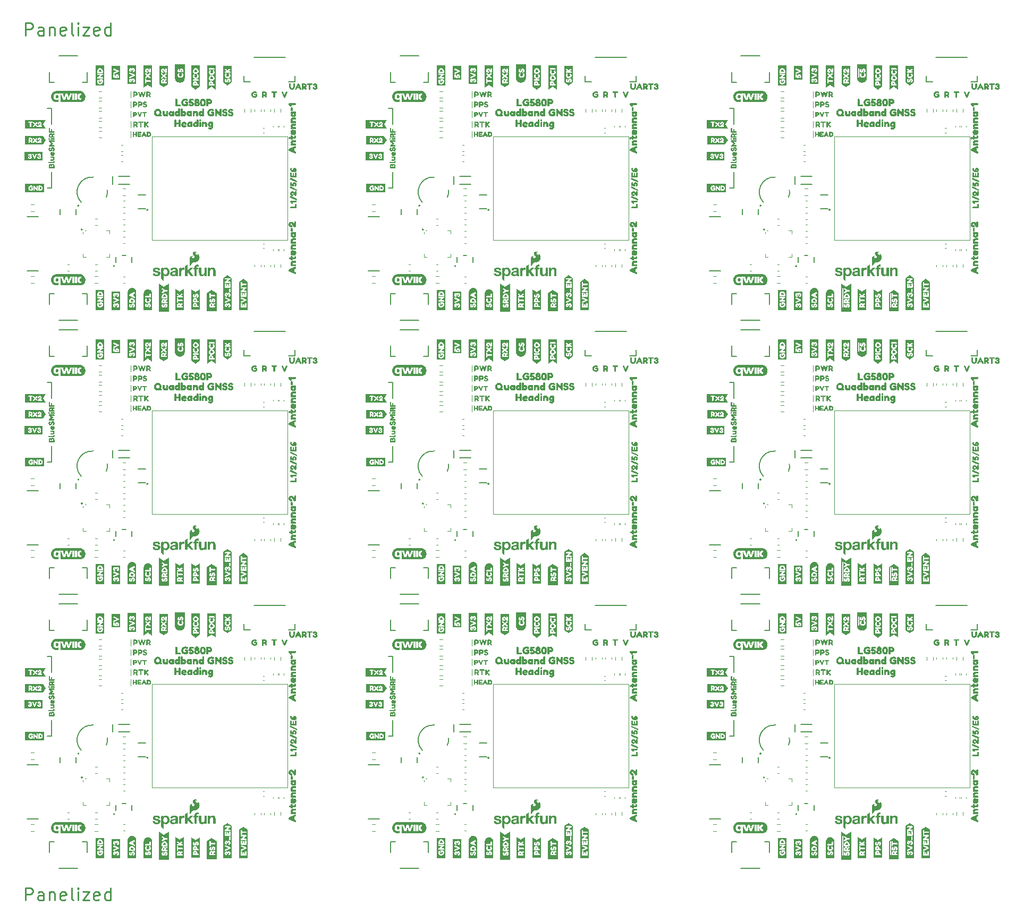
<source format=gto>
%TF.GenerationSoftware,KiCad,Pcbnew,8.0.7*%
%TF.CreationDate,2025-04-01T11:43:09-06:00*%
%TF.ProjectId,SparkFun_GNSS_LG580P_panelized,53706172-6b46-4756-9e5f-474e53535f4c,rev?*%
%TF.SameCoordinates,Original*%
%TF.FileFunction,Legend,Top*%
%TF.FilePolarity,Positive*%
%FSLAX46Y46*%
G04 Gerber Fmt 4.6, Leading zero omitted, Abs format (unit mm)*
G04 Created by KiCad (PCBNEW 8.0.7) date 2025-04-01 11:43:09*
%MOMM*%
%LPD*%
G01*
G04 APERTURE LIST*
%ADD10C,0.250000*%
%ADD11C,0.203200*%
%ADD12C,0.000000*%
%ADD13C,0.120000*%
%ADD14C,0.152400*%
%ADD15C,0.200000*%
%ADD16C,0.100000*%
%ADD17C,0.127000*%
G04 APERTURE END LIST*
D10*
X2092663Y133302761D02*
X2092663Y135302761D01*
X2092663Y135302761D02*
X2854568Y135302761D01*
X2854568Y135302761D02*
X3045044Y135207523D01*
X3045044Y135207523D02*
X3140282Y135112285D01*
X3140282Y135112285D02*
X3235520Y134921809D01*
X3235520Y134921809D02*
X3235520Y134636095D01*
X3235520Y134636095D02*
X3140282Y134445619D01*
X3140282Y134445619D02*
X3045044Y134350380D01*
X3045044Y134350380D02*
X2854568Y134255142D01*
X2854568Y134255142D02*
X2092663Y134255142D01*
X4949806Y133302761D02*
X4949806Y134350380D01*
X4949806Y134350380D02*
X4854568Y134540857D01*
X4854568Y134540857D02*
X4664092Y134636095D01*
X4664092Y134636095D02*
X4283139Y134636095D01*
X4283139Y134636095D02*
X4092663Y134540857D01*
X4949806Y133398000D02*
X4759330Y133302761D01*
X4759330Y133302761D02*
X4283139Y133302761D01*
X4283139Y133302761D02*
X4092663Y133398000D01*
X4092663Y133398000D02*
X3997425Y133588476D01*
X3997425Y133588476D02*
X3997425Y133778952D01*
X3997425Y133778952D02*
X4092663Y133969428D01*
X4092663Y133969428D02*
X4283139Y134064666D01*
X4283139Y134064666D02*
X4759330Y134064666D01*
X4759330Y134064666D02*
X4949806Y134159904D01*
X5902187Y134636095D02*
X5902187Y133302761D01*
X5902187Y134445619D02*
X5997425Y134540857D01*
X5997425Y134540857D02*
X6187901Y134636095D01*
X6187901Y134636095D02*
X6473616Y134636095D01*
X6473616Y134636095D02*
X6664092Y134540857D01*
X6664092Y134540857D02*
X6759330Y134350380D01*
X6759330Y134350380D02*
X6759330Y133302761D01*
X8473616Y133398000D02*
X8283140Y133302761D01*
X8283140Y133302761D02*
X7902187Y133302761D01*
X7902187Y133302761D02*
X7711711Y133398000D01*
X7711711Y133398000D02*
X7616473Y133588476D01*
X7616473Y133588476D02*
X7616473Y134350380D01*
X7616473Y134350380D02*
X7711711Y134540857D01*
X7711711Y134540857D02*
X7902187Y134636095D01*
X7902187Y134636095D02*
X8283140Y134636095D01*
X8283140Y134636095D02*
X8473616Y134540857D01*
X8473616Y134540857D02*
X8568854Y134350380D01*
X8568854Y134350380D02*
X8568854Y134159904D01*
X8568854Y134159904D02*
X7616473Y133969428D01*
X9711711Y133302761D02*
X9521235Y133398000D01*
X9521235Y133398000D02*
X9425997Y133588476D01*
X9425997Y133588476D02*
X9425997Y135302761D01*
X10473616Y133302761D02*
X10473616Y134636095D01*
X10473616Y135302761D02*
X10378378Y135207523D01*
X10378378Y135207523D02*
X10473616Y135112285D01*
X10473616Y135112285D02*
X10568854Y135207523D01*
X10568854Y135207523D02*
X10473616Y135302761D01*
X10473616Y135302761D02*
X10473616Y135112285D01*
X11235521Y134636095D02*
X12283140Y134636095D01*
X12283140Y134636095D02*
X11235521Y133302761D01*
X11235521Y133302761D02*
X12283140Y133302761D01*
X13806950Y133398000D02*
X13616474Y133302761D01*
X13616474Y133302761D02*
X13235521Y133302761D01*
X13235521Y133302761D02*
X13045045Y133398000D01*
X13045045Y133398000D02*
X12949807Y133588476D01*
X12949807Y133588476D02*
X12949807Y134350380D01*
X12949807Y134350380D02*
X13045045Y134540857D01*
X13045045Y134540857D02*
X13235521Y134636095D01*
X13235521Y134636095D02*
X13616474Y134636095D01*
X13616474Y134636095D02*
X13806950Y134540857D01*
X13806950Y134540857D02*
X13902188Y134350380D01*
X13902188Y134350380D02*
X13902188Y134159904D01*
X13902188Y134159904D02*
X12949807Y133969428D01*
X15616474Y133302761D02*
X15616474Y135302761D01*
X15616474Y133398000D02*
X15425998Y133302761D01*
X15425998Y133302761D02*
X15045045Y133302761D01*
X15045045Y133302761D02*
X14854569Y133398000D01*
X14854569Y133398000D02*
X14759331Y133493238D01*
X14759331Y133493238D02*
X14664093Y133683714D01*
X14664093Y133683714D02*
X14664093Y134255142D01*
X14664093Y134255142D02*
X14759331Y134445619D01*
X14759331Y134445619D02*
X14854569Y134540857D01*
X14854569Y134540857D02*
X15045045Y134636095D01*
X15045045Y134636095D02*
X15425998Y134636095D01*
X15425998Y134636095D02*
X15616474Y134540857D01*
X2092663Y-4587238D02*
X2092663Y-2587238D01*
X2092663Y-2587238D02*
X2854568Y-2587238D01*
X2854568Y-2587238D02*
X3045044Y-2682476D01*
X3045044Y-2682476D02*
X3140282Y-2777714D01*
X3140282Y-2777714D02*
X3235520Y-2968190D01*
X3235520Y-2968190D02*
X3235520Y-3253904D01*
X3235520Y-3253904D02*
X3140282Y-3444380D01*
X3140282Y-3444380D02*
X3045044Y-3539619D01*
X3045044Y-3539619D02*
X2854568Y-3634857D01*
X2854568Y-3634857D02*
X2092663Y-3634857D01*
X4949806Y-4587238D02*
X4949806Y-3539619D01*
X4949806Y-3539619D02*
X4854568Y-3349142D01*
X4854568Y-3349142D02*
X4664092Y-3253904D01*
X4664092Y-3253904D02*
X4283139Y-3253904D01*
X4283139Y-3253904D02*
X4092663Y-3349142D01*
X4949806Y-4492000D02*
X4759330Y-4587238D01*
X4759330Y-4587238D02*
X4283139Y-4587238D01*
X4283139Y-4587238D02*
X4092663Y-4492000D01*
X4092663Y-4492000D02*
X3997425Y-4301523D01*
X3997425Y-4301523D02*
X3997425Y-4111047D01*
X3997425Y-4111047D02*
X4092663Y-3920571D01*
X4092663Y-3920571D02*
X4283139Y-3825333D01*
X4283139Y-3825333D02*
X4759330Y-3825333D01*
X4759330Y-3825333D02*
X4949806Y-3730095D01*
X5902187Y-3253904D02*
X5902187Y-4587238D01*
X5902187Y-3444380D02*
X5997425Y-3349142D01*
X5997425Y-3349142D02*
X6187901Y-3253904D01*
X6187901Y-3253904D02*
X6473616Y-3253904D01*
X6473616Y-3253904D02*
X6664092Y-3349142D01*
X6664092Y-3349142D02*
X6759330Y-3539619D01*
X6759330Y-3539619D02*
X6759330Y-4587238D01*
X8473616Y-4492000D02*
X8283140Y-4587238D01*
X8283140Y-4587238D02*
X7902187Y-4587238D01*
X7902187Y-4587238D02*
X7711711Y-4492000D01*
X7711711Y-4492000D02*
X7616473Y-4301523D01*
X7616473Y-4301523D02*
X7616473Y-3539619D01*
X7616473Y-3539619D02*
X7711711Y-3349142D01*
X7711711Y-3349142D02*
X7902187Y-3253904D01*
X7902187Y-3253904D02*
X8283140Y-3253904D01*
X8283140Y-3253904D02*
X8473616Y-3349142D01*
X8473616Y-3349142D02*
X8568854Y-3539619D01*
X8568854Y-3539619D02*
X8568854Y-3730095D01*
X8568854Y-3730095D02*
X7616473Y-3920571D01*
X9711711Y-4587238D02*
X9521235Y-4492000D01*
X9521235Y-4492000D02*
X9425997Y-4301523D01*
X9425997Y-4301523D02*
X9425997Y-2587238D01*
X10473616Y-4587238D02*
X10473616Y-3253904D01*
X10473616Y-2587238D02*
X10378378Y-2682476D01*
X10378378Y-2682476D02*
X10473616Y-2777714D01*
X10473616Y-2777714D02*
X10568854Y-2682476D01*
X10568854Y-2682476D02*
X10473616Y-2587238D01*
X10473616Y-2587238D02*
X10473616Y-2777714D01*
X11235521Y-3253904D02*
X12283140Y-3253904D01*
X12283140Y-3253904D02*
X11235521Y-4587238D01*
X11235521Y-4587238D02*
X12283140Y-4587238D01*
X13806950Y-4492000D02*
X13616474Y-4587238D01*
X13616474Y-4587238D02*
X13235521Y-4587238D01*
X13235521Y-4587238D02*
X13045045Y-4492000D01*
X13045045Y-4492000D02*
X12949807Y-4301523D01*
X12949807Y-4301523D02*
X12949807Y-3539619D01*
X12949807Y-3539619D02*
X13045045Y-3349142D01*
X13045045Y-3349142D02*
X13235521Y-3253904D01*
X13235521Y-3253904D02*
X13616474Y-3253904D01*
X13616474Y-3253904D02*
X13806950Y-3349142D01*
X13806950Y-3349142D02*
X13902188Y-3539619D01*
X13902188Y-3539619D02*
X13902188Y-3730095D01*
X13902188Y-3730095D02*
X12949807Y-3920571D01*
X15616474Y-4587238D02*
X15616474Y-2587238D01*
X15616474Y-4492000D02*
X15425998Y-4587238D01*
X15425998Y-4587238D02*
X15045045Y-4587238D01*
X15045045Y-4587238D02*
X14854569Y-4492000D01*
X14854569Y-4492000D02*
X14759331Y-4396761D01*
X14759331Y-4396761D02*
X14664093Y-4206285D01*
X14664093Y-4206285D02*
X14664093Y-3634857D01*
X14664093Y-3634857D02*
X14759331Y-3444380D01*
X14759331Y-3444380D02*
X14854569Y-3349142D01*
X14854569Y-3349142D02*
X15045045Y-3253904D01*
X15045045Y-3253904D02*
X15425998Y-3253904D01*
X15425998Y-3253904D02*
X15616474Y-3349142D01*
D11*
X114919000Y121650000D02*
X114919000Y119110000D01*
X114919000Y77970000D02*
X114919000Y75430000D01*
X114919000Y34290000D02*
X114919000Y31750000D01*
X60571000Y121650000D02*
X60571000Y119110000D01*
X60571000Y77970000D02*
X60571000Y75430000D01*
X60571000Y34290000D02*
X60571000Y31750000D01*
X6223000Y121650000D02*
X6223000Y119110000D01*
X6223000Y77970000D02*
X6223000Y75430000D01*
X114919000Y108950000D02*
X114919000Y111490000D01*
X114919000Y65270000D02*
X114919000Y67810000D01*
X114919000Y21590000D02*
X114919000Y24130000D01*
X60571000Y108950000D02*
X60571000Y111490000D01*
X60571000Y65270000D02*
X60571000Y67810000D01*
X60571000Y21590000D02*
X60571000Y24130000D01*
X6223000Y108950000D02*
X6223000Y111490000D01*
X6223000Y65270000D02*
X6223000Y67810000D01*
X114284000Y121650000D02*
X114919000Y121650000D01*
X114284000Y77970000D02*
X114919000Y77970000D01*
X114284000Y34290000D02*
X114919000Y34290000D01*
X59936000Y121650000D02*
X60571000Y121650000D01*
X59936000Y77970000D02*
X60571000Y77970000D01*
X59936000Y34290000D02*
X60571000Y34290000D01*
X5588000Y121650000D02*
X6223000Y121650000D01*
X5588000Y77970000D02*
X6223000Y77970000D01*
X114284000Y108950000D02*
X114919000Y108950000D01*
X114284000Y65270000D02*
X114919000Y65270000D01*
X114284000Y21590000D02*
X114919000Y21590000D01*
X59936000Y108950000D02*
X60571000Y108950000D01*
X59936000Y65270000D02*
X60571000Y65270000D01*
X59936000Y21590000D02*
X60571000Y21590000D01*
X5588000Y108950000D02*
X6223000Y108950000D01*
X5588000Y65270000D02*
X6223000Y65270000D01*
X5588000Y21590000D02*
X6223000Y21590000D01*
X5588000Y34290000D02*
X6223000Y34290000D01*
X6223000Y21590000D02*
X6223000Y24130000D01*
X6223000Y34290000D02*
X6223000Y31750000D01*
D12*
%TO.C,kibuzzard-6797D2D0*%
G36*
X141964466Y121580665D02*
G01*
X142012534Y121541180D01*
X142028843Y121493970D01*
X142031418Y121434742D01*
X142031418Y120548906D01*
X142028843Y120489678D01*
X142012534Y120443326D01*
X141964466Y120404700D01*
X141873479Y120392682D01*
X141785067Y120402124D01*
X141734423Y120439034D01*
X141289788Y121026159D01*
X141289788Y120548906D01*
X141287212Y120489678D01*
X141270903Y120443326D01*
X141222835Y120404700D01*
X141131848Y120392682D01*
X141043436Y120404700D01*
X140997084Y120443326D01*
X140980775Y120490536D01*
X140977341Y120550622D01*
X140977341Y121441609D01*
X140980775Y121499120D01*
X140997942Y121544614D01*
X141045152Y121581524D01*
X141135281Y121592682D01*
X141213393Y121582382D01*
X141257170Y121560923D01*
X141288071Y121525730D01*
X141717255Y120948906D01*
X141717255Y121441609D01*
X141720689Y121498262D01*
X141737856Y121543755D01*
X141785925Y121580665D01*
X141875195Y121592682D01*
X141964466Y121580665D01*
G37*
G36*
X133435710Y121254485D02*
G01*
X133483779Y121215000D01*
X133500088Y121167790D01*
X133502663Y121110279D01*
X133502663Y120545472D01*
X133501805Y120499979D01*
X133492363Y120460494D01*
X133468328Y120425300D01*
X133421976Y120403841D01*
X133346440Y120394399D01*
X133243865Y120414571D01*
X133197084Y120475086D01*
X133113393Y120415858D01*
X133020260Y120396116D01*
X132915348Y120410041D01*
X132822644Y120451814D01*
X132742148Y120521438D01*
X132680155Y120611471D01*
X132642959Y120714475D01*
X132630560Y120830451D01*
X132630560Y121110279D01*
X132633135Y121169506D01*
X132649444Y121215858D01*
X132697513Y121254485D01*
X132786783Y121266502D01*
X132876054Y121254485D01*
X132924122Y121215000D01*
X132940431Y121167790D01*
X132943006Y121108562D01*
X132943006Y120830451D01*
X132975624Y120739464D01*
X133066612Y120706845D01*
X133156740Y120740322D01*
X133190217Y120830451D01*
X133190217Y121111996D01*
X133192792Y121169506D01*
X133209101Y121215858D01*
X133256311Y121254485D01*
X133346440Y121266502D01*
X133435710Y121254485D01*
G37*
G36*
X134392792Y121252768D02*
G01*
X134440002Y121213283D01*
X134456311Y121166073D01*
X134458886Y121108562D01*
X134458886Y120550622D01*
X134456311Y120492253D01*
X134440002Y120446760D01*
X134391933Y120408133D01*
X134302663Y120396116D01*
X134205238Y120411567D01*
X134156740Y120457918D01*
X134074766Y120411567D01*
X134019401Y120402863D01*
X133976483Y120396116D01*
X133877198Y120410804D01*
X133785353Y120454866D01*
X133700946Y120528305D01*
X133633707Y120620818D01*
X133593364Y120722105D01*
X133580335Y120828734D01*
X133890646Y120828734D01*
X133929273Y120743755D01*
X134019401Y120706845D01*
X134102663Y120743755D01*
X134137856Y120830451D01*
X134102663Y120918004D01*
X134015968Y120954056D01*
X133927556Y120916288D01*
X133890646Y120828734D01*
X133580335Y120828734D01*
X133579916Y120832167D01*
X133593459Y120939368D01*
X133634089Y121038939D01*
X133701805Y121130880D01*
X133786497Y121204318D01*
X133878057Y121248381D01*
X133976483Y121263069D01*
X134077341Y121245901D01*
X134156740Y121194399D01*
X134200517Y121247189D01*
X134304380Y121264785D01*
X134392792Y121252768D01*
G37*
G36*
X137251161Y121252768D02*
G01*
X137298371Y121213283D01*
X137314680Y121166073D01*
X137317255Y121108562D01*
X137317255Y120550622D01*
X137314680Y120492253D01*
X137298371Y120446760D01*
X137250303Y120408133D01*
X137161032Y120396116D01*
X137063607Y120411567D01*
X137015109Y120457918D01*
X136933135Y120411567D01*
X136877770Y120402863D01*
X136834852Y120396116D01*
X136735567Y120410804D01*
X136643722Y120454866D01*
X136559315Y120528305D01*
X136492077Y120620818D01*
X136451733Y120722105D01*
X136438704Y120828734D01*
X136749015Y120828734D01*
X136787642Y120743755D01*
X136877770Y120706845D01*
X136961032Y120743755D01*
X136996225Y120830451D01*
X136961032Y120918004D01*
X136874337Y120954056D01*
X136785925Y120916288D01*
X136749015Y120828734D01*
X136438704Y120828734D01*
X136438285Y120832167D01*
X136451829Y120939368D01*
X136492458Y121038939D01*
X136560174Y121130880D01*
X136644866Y121204318D01*
X136736426Y121248381D01*
X136834852Y121263069D01*
X136935710Y121245901D01*
X137015109Y121194399D01*
X137058886Y121247189D01*
X137162749Y121264785D01*
X137251161Y121252768D01*
G37*
G36*
X138046488Y121251242D02*
G01*
X138132325Y121210613D01*
X138201376Y121142897D01*
X138251924Y121054008D01*
X138282253Y120949859D01*
X138292363Y120830451D01*
X138292363Y120548906D01*
X138289788Y120491395D01*
X138273479Y120445043D01*
X138226268Y120406416D01*
X138136139Y120394399D01*
X138045152Y120406416D01*
X137997084Y120445901D01*
X137980775Y120493112D01*
X137978200Y120550622D01*
X137978200Y120830451D01*
X137946440Y120921438D01*
X137856311Y120954056D01*
X137765324Y120920579D01*
X137730989Y120830451D01*
X137730989Y120548906D01*
X137728414Y120491395D01*
X137712105Y120445043D01*
X137664036Y120406416D01*
X137574766Y120394399D01*
X137486354Y120406416D01*
X137439144Y120445043D01*
X137422835Y120491395D01*
X137420260Y120550622D01*
X137420260Y121115429D01*
X137423693Y121172082D01*
X137440002Y121216717D01*
X137487212Y121253627D01*
X137576483Y121264785D01*
X137657170Y121254485D01*
X137703521Y121226159D01*
X137722406Y121193541D01*
X137727556Y121158348D01*
X137819401Y121232167D01*
X137943865Y121264785D01*
X138046488Y121251242D01*
G37*
G36*
X135343865Y121645901D02*
G01*
X135391075Y121607275D01*
X135407384Y121560923D01*
X135409959Y121503412D01*
X135409959Y120550622D01*
X135407384Y120493112D01*
X135391075Y120445901D01*
X135343865Y120406416D01*
X135255453Y120394399D01*
X135163607Y120410279D01*
X135114680Y120457918D01*
X135031418Y120411567D01*
X134973908Y120402565D01*
X134932706Y120396116D01*
X134833421Y120410804D01*
X134741576Y120454866D01*
X134657170Y120528305D01*
X134589931Y120620818D01*
X134549587Y120722105D01*
X134536558Y120828734D01*
X134848586Y120828734D01*
X134886354Y120742039D01*
X134973908Y120705129D01*
X135059745Y120742039D01*
X135095796Y120828734D01*
X135059745Y120916288D01*
X134972191Y120952339D01*
X134884637Y120916288D01*
X134848586Y120828734D01*
X134536558Y120828734D01*
X134536139Y120832167D01*
X134549683Y120939368D01*
X134590312Y121038939D01*
X134658028Y121130880D01*
X134742720Y121204318D01*
X134834280Y121248381D01*
X134932706Y121263069D01*
X135026697Y121248906D01*
X135106097Y121206416D01*
X135106097Y121501695D01*
X135105238Y121546330D01*
X135112105Y121589249D01*
X135134423Y121625300D01*
X135179058Y121649335D01*
X135253736Y121657918D01*
X135343865Y121645901D01*
G37*
G36*
X135743865Y121649335D02*
G01*
X135788500Y121625300D01*
X135810818Y121589249D01*
X135817685Y121546330D01*
X135816826Y121501695D01*
X135816826Y121206416D01*
X135896225Y121248906D01*
X135990217Y121263069D01*
X136088643Y121248381D01*
X136180202Y121204318D01*
X136264895Y121130880D01*
X136332611Y121038939D01*
X136373240Y120939368D01*
X136386783Y120832167D01*
X136373335Y120722105D01*
X136332992Y120620818D01*
X136265753Y120528305D01*
X136181347Y120454866D01*
X136089501Y120410804D01*
X135990217Y120396116D01*
X135949015Y120402565D01*
X135891504Y120411567D01*
X135808242Y120457918D01*
X135759315Y120410279D01*
X135667470Y120394399D01*
X135579058Y120406416D01*
X135531848Y120445901D01*
X135515539Y120493112D01*
X135512964Y120550622D01*
X135512964Y120828734D01*
X135827127Y120828734D01*
X135863178Y120742039D01*
X135949015Y120705129D01*
X136036569Y120742039D01*
X136074337Y120828734D01*
X136038285Y120916288D01*
X135950732Y120952339D01*
X135863178Y120916288D01*
X135827127Y120828734D01*
X135512964Y120828734D01*
X135512964Y121503412D01*
X135515539Y121560923D01*
X135531848Y121607275D01*
X135579058Y121645901D01*
X135669187Y121657918D01*
X135743865Y121649335D01*
G37*
G36*
X139173908Y121645901D02*
G01*
X139221118Y121607275D01*
X139237427Y121560923D01*
X139240002Y121503412D01*
X139240002Y120550622D01*
X139237427Y120493112D01*
X139221118Y120445901D01*
X139173908Y120406416D01*
X139085496Y120394399D01*
X138993650Y120410279D01*
X138944723Y120457918D01*
X138861461Y120411567D01*
X138803951Y120402565D01*
X138762749Y120396116D01*
X138663464Y120410804D01*
X138571619Y120454866D01*
X138487212Y120528305D01*
X138419974Y120620818D01*
X138379630Y120722105D01*
X138366601Y120828734D01*
X138678629Y120828734D01*
X138716397Y120742039D01*
X138803951Y120705129D01*
X138889788Y120742039D01*
X138925839Y120828734D01*
X138889788Y120916288D01*
X138802234Y120952339D01*
X138714680Y120916288D01*
X138678629Y120828734D01*
X138366601Y120828734D01*
X138366182Y120832167D01*
X138379726Y120939368D01*
X138420355Y121038939D01*
X138488071Y121130880D01*
X138572763Y121204318D01*
X138664323Y121248381D01*
X138762749Y121263069D01*
X138856740Y121248906D01*
X138936139Y121206416D01*
X138936139Y121501695D01*
X138935281Y121546330D01*
X138942148Y121589249D01*
X138964466Y121625300D01*
X139009101Y121649335D01*
X139083779Y121657918D01*
X139173908Y121645901D01*
G37*
G36*
X131970045Y121596921D02*
G01*
X132081204Y121563283D01*
X132182921Y121507221D01*
X132275195Y121428734D01*
X132351805Y121334045D01*
X132406526Y121229378D01*
X132439358Y121114732D01*
X132450303Y120990107D01*
X132436139Y120859206D01*
X132393650Y120730880D01*
X132470903Y120679378D01*
X132553307Y120583240D01*
X132508672Y120461352D01*
X132407384Y120378090D01*
X132290646Y120421867D01*
X132194509Y120483670D01*
X132090551Y120422630D01*
X131980107Y120386006D01*
X131863178Y120373798D01*
X131854594Y120374597D01*
X131743221Y120384957D01*
X131632277Y120418433D01*
X131530345Y120474227D01*
X131437427Y120552339D01*
X131360067Y120646223D01*
X131304809Y120749335D01*
X131271655Y120861674D01*
X131260603Y120983240D01*
X131261190Y120990107D01*
X131574766Y120990107D01*
X131595367Y120874013D01*
X131657170Y120776373D01*
X131747727Y120710064D01*
X131854594Y120687961D01*
X131963822Y120709635D01*
X132054594Y120774657D01*
X132115753Y120871867D01*
X132136139Y120990107D01*
X132115539Y121107489D01*
X132053736Y121205558D01*
X131963178Y121271867D01*
X131856311Y121293970D01*
X131748157Y121271867D01*
X131657170Y121205558D01*
X131595367Y121107489D01*
X131574766Y120990107D01*
X131261190Y120990107D01*
X131271333Y121108777D01*
X131303521Y121224442D01*
X131357170Y121330236D01*
X131432277Y121426159D01*
X131522727Y121505773D01*
X131622406Y121562639D01*
X131731311Y121596760D01*
X131849444Y121608133D01*
X131970045Y121596921D01*
G37*
G36*
X142658791Y121601838D02*
G01*
X142768090Y121567504D01*
X142857170Y121510279D01*
X142918972Y121421867D01*
X142877770Y121316288D01*
X142776483Y121233026D01*
X142661461Y121264785D01*
X142641719Y121281094D01*
X142617685Y121300837D01*
X142584208Y121313712D01*
X142527556Y121319721D01*
X142464036Y121298262D01*
X142436569Y121245901D01*
X142466612Y121190107D01*
X142534423Y121160064D01*
X142639144Y121138605D01*
X142749015Y121111996D01*
X142846225Y121067361D01*
X142921547Y121002124D01*
X142969830Y120908991D01*
X142985925Y120780665D01*
X142978629Y120698691D01*
X142956740Y120624442D01*
X142882062Y120508562D01*
X142776483Y120432167D01*
X142658886Y120388391D01*
X142544723Y120375515D01*
X142448586Y120383240D01*
X142367899Y120402124D01*
X142301805Y120430451D01*
X142248586Y120463069D01*
X142207384Y120496545D01*
X142177341Y120526588D01*
X142158457Y120550622D01*
X142148157Y120562639D01*
X142105238Y120674227D01*
X142177341Y120784099D01*
X142248681Y120823774D01*
X142323073Y120812330D01*
X142400517Y120749764D01*
X142470045Y120687103D01*
X142537856Y120670794D01*
X142639144Y120695687D01*
X142670045Y120775515D01*
X142625410Y120828734D01*
X142490646Y120869077D01*
X142408886Y120891180D01*
X142343865Y120914571D01*
X142247727Y120969506D01*
X142179058Y121043326D01*
X142137856Y121136030D01*
X142124122Y121247618D01*
X142136902Y121346903D01*
X142175243Y121434170D01*
X142239144Y121509421D01*
X142322501Y121567122D01*
X142419211Y121601743D01*
X142529273Y121613283D01*
X142658791Y121601838D01*
G37*
G36*
X143589263Y121601838D02*
G01*
X143698562Y121567504D01*
X143787642Y121510279D01*
X143849444Y121421867D01*
X143808242Y121316288D01*
X143706955Y121233026D01*
X143591933Y121264785D01*
X143572191Y121281094D01*
X143548157Y121300837D01*
X143514680Y121313712D01*
X143458028Y121319721D01*
X143394509Y121298262D01*
X143367041Y121245901D01*
X143397084Y121190107D01*
X143464895Y121160064D01*
X143569616Y121138605D01*
X143679487Y121111996D01*
X143776697Y121067361D01*
X143852019Y121002124D01*
X143900303Y120908991D01*
X143916397Y120780665D01*
X143909101Y120698691D01*
X143887212Y120624442D01*
X143812534Y120508562D01*
X143706955Y120432167D01*
X143589358Y120388391D01*
X143475195Y120375515D01*
X143379058Y120383240D01*
X143298371Y120402124D01*
X143232277Y120430451D01*
X143179058Y120463069D01*
X143137856Y120496545D01*
X143107813Y120526588D01*
X143088929Y120550622D01*
X143078629Y120562639D01*
X143035710Y120674227D01*
X143107813Y120784099D01*
X143179153Y120823774D01*
X143253545Y120812330D01*
X143330989Y120749764D01*
X143400517Y120687103D01*
X143468328Y120670794D01*
X143569616Y120695687D01*
X143600517Y120775515D01*
X143555882Y120828734D01*
X143421118Y120869077D01*
X143339358Y120891180D01*
X143274337Y120914571D01*
X143178200Y120969506D01*
X143109530Y121043326D01*
X143068328Y121136030D01*
X143054594Y121247618D01*
X143067375Y121346903D01*
X143105715Y121434170D01*
X143169616Y121509421D01*
X143252973Y121567122D01*
X143349683Y121601743D01*
X143459745Y121613283D01*
X143589263Y121601838D01*
G37*
G36*
X140460388Y121608777D02*
G01*
X140555882Y121590107D01*
X140646225Y121560279D01*
X140719830Y121520579D01*
X140767899Y121486245D01*
X140799659Y121450193D01*
X140815968Y121400408D01*
X140776483Y121304270D01*
X140712964Y121236030D01*
X140649444Y121213283D01*
X140556740Y121252768D01*
X140468758Y121288820D01*
X140362749Y121300837D01*
X140249873Y121279592D01*
X140155024Y121215858D01*
X140090646Y121121223D01*
X140069187Y121007275D01*
X140091504Y120889678D01*
X140158457Y120787532D01*
X140255024Y120716717D01*
X140366182Y120693112D01*
X140464895Y120698691D01*
X140537856Y120715429D01*
X140537856Y120863069D01*
X140410818Y120863069D01*
X140364466Y120865644D01*
X140328414Y120879378D01*
X140299230Y120919721D01*
X140290646Y120996974D01*
X140300088Y121072511D01*
X140331848Y121112854D01*
X140369616Y121126588D01*
X140415968Y121129163D01*
X140716397Y121129163D01*
X140782491Y121117146D01*
X140822835Y121094828D01*
X140843436Y121060494D01*
X140851161Y121022725D01*
X140852019Y120979807D01*
X140852019Y120627876D01*
X140810818Y120529163D01*
X140762320Y120482167D01*
X140699230Y120442468D01*
X140604237Y120405272D01*
X140490932Y120382954D01*
X140359315Y120375515D01*
X140240002Y120387210D01*
X140129273Y120422296D01*
X140027127Y120480773D01*
X139933564Y120562639D01*
X139855453Y120660815D01*
X139799659Y120768219D01*
X139766182Y120884850D01*
X139755024Y121010708D01*
X139766343Y121130719D01*
X139800303Y121241824D01*
X139856901Y121344024D01*
X139936139Y121437318D01*
X140031258Y121515054D01*
X140135496Y121570579D01*
X140248854Y121603895D01*
X140371333Y121615000D01*
X140460388Y121608777D01*
G37*
G36*
X141964466Y77900665D02*
G01*
X142012534Y77861180D01*
X142028843Y77813970D01*
X142031418Y77754742D01*
X142031418Y76868906D01*
X142028843Y76809678D01*
X142012534Y76763326D01*
X141964466Y76724700D01*
X141873479Y76712682D01*
X141785067Y76722124D01*
X141734423Y76759034D01*
X141289788Y77346159D01*
X141289788Y76868906D01*
X141287212Y76809678D01*
X141270903Y76763326D01*
X141222835Y76724700D01*
X141131848Y76712682D01*
X141043436Y76724700D01*
X140997084Y76763326D01*
X140980775Y76810536D01*
X140977341Y76870622D01*
X140977341Y77761609D01*
X140980775Y77819120D01*
X140997942Y77864614D01*
X141045152Y77901524D01*
X141135281Y77912682D01*
X141213393Y77902382D01*
X141257170Y77880923D01*
X141288071Y77845730D01*
X141717255Y77268906D01*
X141717255Y77761609D01*
X141720689Y77818262D01*
X141737856Y77863755D01*
X141785925Y77900665D01*
X141875195Y77912682D01*
X141964466Y77900665D01*
G37*
G36*
X133435710Y77574485D02*
G01*
X133483779Y77535000D01*
X133500088Y77487790D01*
X133502663Y77430279D01*
X133502663Y76865472D01*
X133501805Y76819979D01*
X133492363Y76780494D01*
X133468328Y76745300D01*
X133421976Y76723841D01*
X133346440Y76714399D01*
X133243865Y76734571D01*
X133197084Y76795086D01*
X133113393Y76735858D01*
X133020260Y76716116D01*
X132915348Y76730041D01*
X132822644Y76771814D01*
X132742148Y76841438D01*
X132680155Y76931471D01*
X132642959Y77034475D01*
X132630560Y77150451D01*
X132630560Y77430279D01*
X132633135Y77489506D01*
X132649444Y77535858D01*
X132697513Y77574485D01*
X132786783Y77586502D01*
X132876054Y77574485D01*
X132924122Y77535000D01*
X132940431Y77487790D01*
X132943006Y77428562D01*
X132943006Y77150451D01*
X132975624Y77059464D01*
X133066612Y77026845D01*
X133156740Y77060322D01*
X133190217Y77150451D01*
X133190217Y77431996D01*
X133192792Y77489506D01*
X133209101Y77535858D01*
X133256311Y77574485D01*
X133346440Y77586502D01*
X133435710Y77574485D01*
G37*
G36*
X134392792Y77572768D02*
G01*
X134440002Y77533283D01*
X134456311Y77486073D01*
X134458886Y77428562D01*
X134458886Y76870622D01*
X134456311Y76812253D01*
X134440002Y76766760D01*
X134391933Y76728133D01*
X134302663Y76716116D01*
X134205238Y76731567D01*
X134156740Y76777918D01*
X134074766Y76731567D01*
X134019401Y76722863D01*
X133976483Y76716116D01*
X133877198Y76730804D01*
X133785353Y76774866D01*
X133700946Y76848305D01*
X133633707Y76940818D01*
X133593364Y77042105D01*
X133580335Y77148734D01*
X133890646Y77148734D01*
X133929273Y77063755D01*
X134019401Y77026845D01*
X134102663Y77063755D01*
X134137856Y77150451D01*
X134102663Y77238004D01*
X134015968Y77274056D01*
X133927556Y77236288D01*
X133890646Y77148734D01*
X133580335Y77148734D01*
X133579916Y77152167D01*
X133593459Y77259368D01*
X133634089Y77358939D01*
X133701805Y77450880D01*
X133786497Y77524318D01*
X133878057Y77568381D01*
X133976483Y77583069D01*
X134077341Y77565901D01*
X134156740Y77514399D01*
X134200517Y77567189D01*
X134304380Y77584785D01*
X134392792Y77572768D01*
G37*
G36*
X137251161Y77572768D02*
G01*
X137298371Y77533283D01*
X137314680Y77486073D01*
X137317255Y77428562D01*
X137317255Y76870622D01*
X137314680Y76812253D01*
X137298371Y76766760D01*
X137250303Y76728133D01*
X137161032Y76716116D01*
X137063607Y76731567D01*
X137015109Y76777918D01*
X136933135Y76731567D01*
X136877770Y76722863D01*
X136834852Y76716116D01*
X136735567Y76730804D01*
X136643722Y76774866D01*
X136559315Y76848305D01*
X136492077Y76940818D01*
X136451733Y77042105D01*
X136438704Y77148734D01*
X136749015Y77148734D01*
X136787642Y77063755D01*
X136877770Y77026845D01*
X136961032Y77063755D01*
X136996225Y77150451D01*
X136961032Y77238004D01*
X136874337Y77274056D01*
X136785925Y77236288D01*
X136749015Y77148734D01*
X136438704Y77148734D01*
X136438285Y77152167D01*
X136451829Y77259368D01*
X136492458Y77358939D01*
X136560174Y77450880D01*
X136644866Y77524318D01*
X136736426Y77568381D01*
X136834852Y77583069D01*
X136935710Y77565901D01*
X137015109Y77514399D01*
X137058886Y77567189D01*
X137162749Y77584785D01*
X137251161Y77572768D01*
G37*
G36*
X138046488Y77571242D02*
G01*
X138132325Y77530613D01*
X138201376Y77462897D01*
X138251924Y77374008D01*
X138282253Y77269859D01*
X138292363Y77150451D01*
X138292363Y76868906D01*
X138289788Y76811395D01*
X138273479Y76765043D01*
X138226268Y76726416D01*
X138136139Y76714399D01*
X138045152Y76726416D01*
X137997084Y76765901D01*
X137980775Y76813112D01*
X137978200Y76870622D01*
X137978200Y77150451D01*
X137946440Y77241438D01*
X137856311Y77274056D01*
X137765324Y77240579D01*
X137730989Y77150451D01*
X137730989Y76868906D01*
X137728414Y76811395D01*
X137712105Y76765043D01*
X137664036Y76726416D01*
X137574766Y76714399D01*
X137486354Y76726416D01*
X137439144Y76765043D01*
X137422835Y76811395D01*
X137420260Y76870622D01*
X137420260Y77435429D01*
X137423693Y77492082D01*
X137440002Y77536717D01*
X137487212Y77573627D01*
X137576483Y77584785D01*
X137657170Y77574485D01*
X137703521Y77546159D01*
X137722406Y77513541D01*
X137727556Y77478348D01*
X137819401Y77552167D01*
X137943865Y77584785D01*
X138046488Y77571242D01*
G37*
G36*
X135343865Y77965901D02*
G01*
X135391075Y77927275D01*
X135407384Y77880923D01*
X135409959Y77823412D01*
X135409959Y76870622D01*
X135407384Y76813112D01*
X135391075Y76765901D01*
X135343865Y76726416D01*
X135255453Y76714399D01*
X135163607Y76730279D01*
X135114680Y76777918D01*
X135031418Y76731567D01*
X134973908Y76722565D01*
X134932706Y76716116D01*
X134833421Y76730804D01*
X134741576Y76774866D01*
X134657170Y76848305D01*
X134589931Y76940818D01*
X134549587Y77042105D01*
X134536558Y77148734D01*
X134848586Y77148734D01*
X134886354Y77062039D01*
X134973908Y77025129D01*
X135059745Y77062039D01*
X135095796Y77148734D01*
X135059745Y77236288D01*
X134972191Y77272339D01*
X134884637Y77236288D01*
X134848586Y77148734D01*
X134536558Y77148734D01*
X134536139Y77152167D01*
X134549683Y77259368D01*
X134590312Y77358939D01*
X134658028Y77450880D01*
X134742720Y77524318D01*
X134834280Y77568381D01*
X134932706Y77583069D01*
X135026697Y77568906D01*
X135106097Y77526416D01*
X135106097Y77821695D01*
X135105238Y77866330D01*
X135112105Y77909249D01*
X135134423Y77945300D01*
X135179058Y77969335D01*
X135253736Y77977918D01*
X135343865Y77965901D01*
G37*
G36*
X135743865Y77969335D02*
G01*
X135788500Y77945300D01*
X135810818Y77909249D01*
X135817685Y77866330D01*
X135816826Y77821695D01*
X135816826Y77526416D01*
X135896225Y77568906D01*
X135990217Y77583069D01*
X136088643Y77568381D01*
X136180202Y77524318D01*
X136264895Y77450880D01*
X136332611Y77358939D01*
X136373240Y77259368D01*
X136386783Y77152167D01*
X136373335Y77042105D01*
X136332992Y76940818D01*
X136265753Y76848305D01*
X136181347Y76774866D01*
X136089501Y76730804D01*
X135990217Y76716116D01*
X135949015Y76722565D01*
X135891504Y76731567D01*
X135808242Y76777918D01*
X135759315Y76730279D01*
X135667470Y76714399D01*
X135579058Y76726416D01*
X135531848Y76765901D01*
X135515539Y76813112D01*
X135512964Y76870622D01*
X135512964Y77148734D01*
X135827127Y77148734D01*
X135863178Y77062039D01*
X135949015Y77025129D01*
X136036569Y77062039D01*
X136074337Y77148734D01*
X136038285Y77236288D01*
X135950732Y77272339D01*
X135863178Y77236288D01*
X135827127Y77148734D01*
X135512964Y77148734D01*
X135512964Y77823412D01*
X135515539Y77880923D01*
X135531848Y77927275D01*
X135579058Y77965901D01*
X135669187Y77977918D01*
X135743865Y77969335D01*
G37*
G36*
X139173908Y77965901D02*
G01*
X139221118Y77927275D01*
X139237427Y77880923D01*
X139240002Y77823412D01*
X139240002Y76870622D01*
X139237427Y76813112D01*
X139221118Y76765901D01*
X139173908Y76726416D01*
X139085496Y76714399D01*
X138993650Y76730279D01*
X138944723Y76777918D01*
X138861461Y76731567D01*
X138803951Y76722565D01*
X138762749Y76716116D01*
X138663464Y76730804D01*
X138571619Y76774866D01*
X138487212Y76848305D01*
X138419974Y76940818D01*
X138379630Y77042105D01*
X138366601Y77148734D01*
X138678629Y77148734D01*
X138716397Y77062039D01*
X138803951Y77025129D01*
X138889788Y77062039D01*
X138925839Y77148734D01*
X138889788Y77236288D01*
X138802234Y77272339D01*
X138714680Y77236288D01*
X138678629Y77148734D01*
X138366601Y77148734D01*
X138366182Y77152167D01*
X138379726Y77259368D01*
X138420355Y77358939D01*
X138488071Y77450880D01*
X138572763Y77524318D01*
X138664323Y77568381D01*
X138762749Y77583069D01*
X138856740Y77568906D01*
X138936139Y77526416D01*
X138936139Y77821695D01*
X138935281Y77866330D01*
X138942148Y77909249D01*
X138964466Y77945300D01*
X139009101Y77969335D01*
X139083779Y77977918D01*
X139173908Y77965901D01*
G37*
G36*
X131970045Y77916921D02*
G01*
X132081204Y77883283D01*
X132182921Y77827221D01*
X132275195Y77748734D01*
X132351805Y77654045D01*
X132406526Y77549378D01*
X132439358Y77434732D01*
X132450303Y77310107D01*
X132436139Y77179206D01*
X132393650Y77050880D01*
X132470903Y76999378D01*
X132553307Y76903240D01*
X132508672Y76781352D01*
X132407384Y76698090D01*
X132290646Y76741867D01*
X132194509Y76803670D01*
X132090551Y76742630D01*
X131980107Y76706006D01*
X131863178Y76693798D01*
X131854594Y76694597D01*
X131743221Y76704957D01*
X131632277Y76738433D01*
X131530345Y76794227D01*
X131437427Y76872339D01*
X131360067Y76966223D01*
X131304809Y77069335D01*
X131271655Y77181674D01*
X131260603Y77303240D01*
X131261190Y77310107D01*
X131574766Y77310107D01*
X131595367Y77194013D01*
X131657170Y77096373D01*
X131747727Y77030064D01*
X131854594Y77007961D01*
X131963822Y77029635D01*
X132054594Y77094657D01*
X132115753Y77191867D01*
X132136139Y77310107D01*
X132115539Y77427489D01*
X132053736Y77525558D01*
X131963178Y77591867D01*
X131856311Y77613970D01*
X131748157Y77591867D01*
X131657170Y77525558D01*
X131595367Y77427489D01*
X131574766Y77310107D01*
X131261190Y77310107D01*
X131271333Y77428777D01*
X131303521Y77544442D01*
X131357170Y77650236D01*
X131432277Y77746159D01*
X131522727Y77825773D01*
X131622406Y77882639D01*
X131731311Y77916760D01*
X131849444Y77928133D01*
X131970045Y77916921D01*
G37*
G36*
X142658791Y77921838D02*
G01*
X142768090Y77887504D01*
X142857170Y77830279D01*
X142918972Y77741867D01*
X142877770Y77636288D01*
X142776483Y77553026D01*
X142661461Y77584785D01*
X142641719Y77601094D01*
X142617685Y77620837D01*
X142584208Y77633712D01*
X142527556Y77639721D01*
X142464036Y77618262D01*
X142436569Y77565901D01*
X142466612Y77510107D01*
X142534423Y77480064D01*
X142639144Y77458605D01*
X142749015Y77431996D01*
X142846225Y77387361D01*
X142921547Y77322124D01*
X142969830Y77228991D01*
X142985925Y77100665D01*
X142978629Y77018691D01*
X142956740Y76944442D01*
X142882062Y76828562D01*
X142776483Y76752167D01*
X142658886Y76708391D01*
X142544723Y76695515D01*
X142448586Y76703240D01*
X142367899Y76722124D01*
X142301805Y76750451D01*
X142248586Y76783069D01*
X142207384Y76816545D01*
X142177341Y76846588D01*
X142158457Y76870622D01*
X142148157Y76882639D01*
X142105238Y76994227D01*
X142177341Y77104099D01*
X142248681Y77143774D01*
X142323073Y77132330D01*
X142400517Y77069764D01*
X142470045Y77007103D01*
X142537856Y76990794D01*
X142639144Y77015687D01*
X142670045Y77095515D01*
X142625410Y77148734D01*
X142490646Y77189077D01*
X142408886Y77211180D01*
X142343865Y77234571D01*
X142247727Y77289506D01*
X142179058Y77363326D01*
X142137856Y77456030D01*
X142124122Y77567618D01*
X142136902Y77666903D01*
X142175243Y77754170D01*
X142239144Y77829421D01*
X142322501Y77887122D01*
X142419211Y77921743D01*
X142529273Y77933283D01*
X142658791Y77921838D01*
G37*
G36*
X143589263Y77921838D02*
G01*
X143698562Y77887504D01*
X143787642Y77830279D01*
X143849444Y77741867D01*
X143808242Y77636288D01*
X143706955Y77553026D01*
X143591933Y77584785D01*
X143572191Y77601094D01*
X143548157Y77620837D01*
X143514680Y77633712D01*
X143458028Y77639721D01*
X143394509Y77618262D01*
X143367041Y77565901D01*
X143397084Y77510107D01*
X143464895Y77480064D01*
X143569616Y77458605D01*
X143679487Y77431996D01*
X143776697Y77387361D01*
X143852019Y77322124D01*
X143900303Y77228991D01*
X143916397Y77100665D01*
X143909101Y77018691D01*
X143887212Y76944442D01*
X143812534Y76828562D01*
X143706955Y76752167D01*
X143589358Y76708391D01*
X143475195Y76695515D01*
X143379058Y76703240D01*
X143298371Y76722124D01*
X143232277Y76750451D01*
X143179058Y76783069D01*
X143137856Y76816545D01*
X143107813Y76846588D01*
X143088929Y76870622D01*
X143078629Y76882639D01*
X143035710Y76994227D01*
X143107813Y77104099D01*
X143179153Y77143774D01*
X143253545Y77132330D01*
X143330989Y77069764D01*
X143400517Y77007103D01*
X143468328Y76990794D01*
X143569616Y77015687D01*
X143600517Y77095515D01*
X143555882Y77148734D01*
X143421118Y77189077D01*
X143339358Y77211180D01*
X143274337Y77234571D01*
X143178200Y77289506D01*
X143109530Y77363326D01*
X143068328Y77456030D01*
X143054594Y77567618D01*
X143067375Y77666903D01*
X143105715Y77754170D01*
X143169616Y77829421D01*
X143252973Y77887122D01*
X143349683Y77921743D01*
X143459745Y77933283D01*
X143589263Y77921838D01*
G37*
G36*
X140460388Y77928777D02*
G01*
X140555882Y77910107D01*
X140646225Y77880279D01*
X140719830Y77840579D01*
X140767899Y77806245D01*
X140799659Y77770193D01*
X140815968Y77720408D01*
X140776483Y77624270D01*
X140712964Y77556030D01*
X140649444Y77533283D01*
X140556740Y77572768D01*
X140468758Y77608820D01*
X140362749Y77620837D01*
X140249873Y77599592D01*
X140155024Y77535858D01*
X140090646Y77441223D01*
X140069187Y77327275D01*
X140091504Y77209678D01*
X140158457Y77107532D01*
X140255024Y77036717D01*
X140366182Y77013112D01*
X140464895Y77018691D01*
X140537856Y77035429D01*
X140537856Y77183069D01*
X140410818Y77183069D01*
X140364466Y77185644D01*
X140328414Y77199378D01*
X140299230Y77239721D01*
X140290646Y77316974D01*
X140300088Y77392511D01*
X140331848Y77432854D01*
X140369616Y77446588D01*
X140415968Y77449163D01*
X140716397Y77449163D01*
X140782491Y77437146D01*
X140822835Y77414828D01*
X140843436Y77380494D01*
X140851161Y77342725D01*
X140852019Y77299807D01*
X140852019Y76947876D01*
X140810818Y76849163D01*
X140762320Y76802167D01*
X140699230Y76762468D01*
X140604237Y76725272D01*
X140490932Y76702954D01*
X140359315Y76695515D01*
X140240002Y76707210D01*
X140129273Y76742296D01*
X140027127Y76800773D01*
X139933564Y76882639D01*
X139855453Y76980815D01*
X139799659Y77088219D01*
X139766182Y77204850D01*
X139755024Y77330708D01*
X139766343Y77450719D01*
X139800303Y77561824D01*
X139856901Y77664024D01*
X139936139Y77757318D01*
X140031258Y77835054D01*
X140135496Y77890579D01*
X140248854Y77923895D01*
X140371333Y77935000D01*
X140460388Y77928777D01*
G37*
G36*
X141964466Y34220665D02*
G01*
X142012534Y34181180D01*
X142028843Y34133970D01*
X142031418Y34074742D01*
X142031418Y33188906D01*
X142028843Y33129678D01*
X142012534Y33083326D01*
X141964466Y33044700D01*
X141873479Y33032682D01*
X141785067Y33042124D01*
X141734423Y33079034D01*
X141289788Y33666159D01*
X141289788Y33188906D01*
X141287212Y33129678D01*
X141270903Y33083326D01*
X141222835Y33044700D01*
X141131848Y33032682D01*
X141043436Y33044700D01*
X140997084Y33083326D01*
X140980775Y33130536D01*
X140977341Y33190622D01*
X140977341Y34081609D01*
X140980775Y34139120D01*
X140997942Y34184614D01*
X141045152Y34221524D01*
X141135281Y34232682D01*
X141213393Y34222382D01*
X141257170Y34200923D01*
X141288071Y34165730D01*
X141717255Y33588906D01*
X141717255Y34081609D01*
X141720689Y34138262D01*
X141737856Y34183755D01*
X141785925Y34220665D01*
X141875195Y34232682D01*
X141964466Y34220665D01*
G37*
G36*
X133435710Y33894485D02*
G01*
X133483779Y33855000D01*
X133500088Y33807790D01*
X133502663Y33750279D01*
X133502663Y33185472D01*
X133501805Y33139979D01*
X133492363Y33100494D01*
X133468328Y33065300D01*
X133421976Y33043841D01*
X133346440Y33034399D01*
X133243865Y33054571D01*
X133197084Y33115086D01*
X133113393Y33055858D01*
X133020260Y33036116D01*
X132915348Y33050041D01*
X132822644Y33091814D01*
X132742148Y33161438D01*
X132680155Y33251471D01*
X132642959Y33354475D01*
X132630560Y33470451D01*
X132630560Y33750279D01*
X132633135Y33809506D01*
X132649444Y33855858D01*
X132697513Y33894485D01*
X132786783Y33906502D01*
X132876054Y33894485D01*
X132924122Y33855000D01*
X132940431Y33807790D01*
X132943006Y33748562D01*
X132943006Y33470451D01*
X132975624Y33379464D01*
X133066612Y33346845D01*
X133156740Y33380322D01*
X133190217Y33470451D01*
X133190217Y33751996D01*
X133192792Y33809506D01*
X133209101Y33855858D01*
X133256311Y33894485D01*
X133346440Y33906502D01*
X133435710Y33894485D01*
G37*
G36*
X134392792Y33892768D02*
G01*
X134440002Y33853283D01*
X134456311Y33806073D01*
X134458886Y33748562D01*
X134458886Y33190622D01*
X134456311Y33132253D01*
X134440002Y33086760D01*
X134391933Y33048133D01*
X134302663Y33036116D01*
X134205238Y33051567D01*
X134156740Y33097918D01*
X134074766Y33051567D01*
X134019401Y33042863D01*
X133976483Y33036116D01*
X133877198Y33050804D01*
X133785353Y33094866D01*
X133700946Y33168305D01*
X133633707Y33260818D01*
X133593364Y33362105D01*
X133580335Y33468734D01*
X133890646Y33468734D01*
X133929273Y33383755D01*
X134019401Y33346845D01*
X134102663Y33383755D01*
X134137856Y33470451D01*
X134102663Y33558004D01*
X134015968Y33594056D01*
X133927556Y33556288D01*
X133890646Y33468734D01*
X133580335Y33468734D01*
X133579916Y33472167D01*
X133593459Y33579368D01*
X133634089Y33678939D01*
X133701805Y33770880D01*
X133786497Y33844318D01*
X133878057Y33888381D01*
X133976483Y33903069D01*
X134077341Y33885901D01*
X134156740Y33834399D01*
X134200517Y33887189D01*
X134304380Y33904785D01*
X134392792Y33892768D01*
G37*
G36*
X137251161Y33892768D02*
G01*
X137298371Y33853283D01*
X137314680Y33806073D01*
X137317255Y33748562D01*
X137317255Y33190622D01*
X137314680Y33132253D01*
X137298371Y33086760D01*
X137250303Y33048133D01*
X137161032Y33036116D01*
X137063607Y33051567D01*
X137015109Y33097918D01*
X136933135Y33051567D01*
X136877770Y33042863D01*
X136834852Y33036116D01*
X136735567Y33050804D01*
X136643722Y33094866D01*
X136559315Y33168305D01*
X136492077Y33260818D01*
X136451733Y33362105D01*
X136438704Y33468734D01*
X136749015Y33468734D01*
X136787642Y33383755D01*
X136877770Y33346845D01*
X136961032Y33383755D01*
X136996225Y33470451D01*
X136961032Y33558004D01*
X136874337Y33594056D01*
X136785925Y33556288D01*
X136749015Y33468734D01*
X136438704Y33468734D01*
X136438285Y33472167D01*
X136451829Y33579368D01*
X136492458Y33678939D01*
X136560174Y33770880D01*
X136644866Y33844318D01*
X136736426Y33888381D01*
X136834852Y33903069D01*
X136935710Y33885901D01*
X137015109Y33834399D01*
X137058886Y33887189D01*
X137162749Y33904785D01*
X137251161Y33892768D01*
G37*
G36*
X138046488Y33891242D02*
G01*
X138132325Y33850613D01*
X138201376Y33782897D01*
X138251924Y33694008D01*
X138282253Y33589859D01*
X138292363Y33470451D01*
X138292363Y33188906D01*
X138289788Y33131395D01*
X138273479Y33085043D01*
X138226268Y33046416D01*
X138136139Y33034399D01*
X138045152Y33046416D01*
X137997084Y33085901D01*
X137980775Y33133112D01*
X137978200Y33190622D01*
X137978200Y33470451D01*
X137946440Y33561438D01*
X137856311Y33594056D01*
X137765324Y33560579D01*
X137730989Y33470451D01*
X137730989Y33188906D01*
X137728414Y33131395D01*
X137712105Y33085043D01*
X137664036Y33046416D01*
X137574766Y33034399D01*
X137486354Y33046416D01*
X137439144Y33085043D01*
X137422835Y33131395D01*
X137420260Y33190622D01*
X137420260Y33755429D01*
X137423693Y33812082D01*
X137440002Y33856717D01*
X137487212Y33893627D01*
X137576483Y33904785D01*
X137657170Y33894485D01*
X137703521Y33866159D01*
X137722406Y33833541D01*
X137727556Y33798348D01*
X137819401Y33872167D01*
X137943865Y33904785D01*
X138046488Y33891242D01*
G37*
G36*
X135343865Y34285901D02*
G01*
X135391075Y34247275D01*
X135407384Y34200923D01*
X135409959Y34143412D01*
X135409959Y33190622D01*
X135407384Y33133112D01*
X135391075Y33085901D01*
X135343865Y33046416D01*
X135255453Y33034399D01*
X135163607Y33050279D01*
X135114680Y33097918D01*
X135031418Y33051567D01*
X134973908Y33042565D01*
X134932706Y33036116D01*
X134833421Y33050804D01*
X134741576Y33094866D01*
X134657170Y33168305D01*
X134589931Y33260818D01*
X134549587Y33362105D01*
X134536558Y33468734D01*
X134848586Y33468734D01*
X134886354Y33382039D01*
X134973908Y33345129D01*
X135059745Y33382039D01*
X135095796Y33468734D01*
X135059745Y33556288D01*
X134972191Y33592339D01*
X134884637Y33556288D01*
X134848586Y33468734D01*
X134536558Y33468734D01*
X134536139Y33472167D01*
X134549683Y33579368D01*
X134590312Y33678939D01*
X134658028Y33770880D01*
X134742720Y33844318D01*
X134834280Y33888381D01*
X134932706Y33903069D01*
X135026697Y33888906D01*
X135106097Y33846416D01*
X135106097Y34141695D01*
X135105238Y34186330D01*
X135112105Y34229249D01*
X135134423Y34265300D01*
X135179058Y34289335D01*
X135253736Y34297918D01*
X135343865Y34285901D01*
G37*
G36*
X135743865Y34289335D02*
G01*
X135788500Y34265300D01*
X135810818Y34229249D01*
X135817685Y34186330D01*
X135816826Y34141695D01*
X135816826Y33846416D01*
X135896225Y33888906D01*
X135990217Y33903069D01*
X136088643Y33888381D01*
X136180202Y33844318D01*
X136264895Y33770880D01*
X136332611Y33678939D01*
X136373240Y33579368D01*
X136386783Y33472167D01*
X136373335Y33362105D01*
X136332992Y33260818D01*
X136265753Y33168305D01*
X136181347Y33094866D01*
X136089501Y33050804D01*
X135990217Y33036116D01*
X135949015Y33042565D01*
X135891504Y33051567D01*
X135808242Y33097918D01*
X135759315Y33050279D01*
X135667470Y33034399D01*
X135579058Y33046416D01*
X135531848Y33085901D01*
X135515539Y33133112D01*
X135512964Y33190622D01*
X135512964Y33468734D01*
X135827127Y33468734D01*
X135863178Y33382039D01*
X135949015Y33345129D01*
X136036569Y33382039D01*
X136074337Y33468734D01*
X136038285Y33556288D01*
X135950732Y33592339D01*
X135863178Y33556288D01*
X135827127Y33468734D01*
X135512964Y33468734D01*
X135512964Y34143412D01*
X135515539Y34200923D01*
X135531848Y34247275D01*
X135579058Y34285901D01*
X135669187Y34297918D01*
X135743865Y34289335D01*
G37*
G36*
X139173908Y34285901D02*
G01*
X139221118Y34247275D01*
X139237427Y34200923D01*
X139240002Y34143412D01*
X139240002Y33190622D01*
X139237427Y33133112D01*
X139221118Y33085901D01*
X139173908Y33046416D01*
X139085496Y33034399D01*
X138993650Y33050279D01*
X138944723Y33097918D01*
X138861461Y33051567D01*
X138803951Y33042565D01*
X138762749Y33036116D01*
X138663464Y33050804D01*
X138571619Y33094866D01*
X138487212Y33168305D01*
X138419974Y33260818D01*
X138379630Y33362105D01*
X138366601Y33468734D01*
X138678629Y33468734D01*
X138716397Y33382039D01*
X138803951Y33345129D01*
X138889788Y33382039D01*
X138925839Y33468734D01*
X138889788Y33556288D01*
X138802234Y33592339D01*
X138714680Y33556288D01*
X138678629Y33468734D01*
X138366601Y33468734D01*
X138366182Y33472167D01*
X138379726Y33579368D01*
X138420355Y33678939D01*
X138488071Y33770880D01*
X138572763Y33844318D01*
X138664323Y33888381D01*
X138762749Y33903069D01*
X138856740Y33888906D01*
X138936139Y33846416D01*
X138936139Y34141695D01*
X138935281Y34186330D01*
X138942148Y34229249D01*
X138964466Y34265300D01*
X139009101Y34289335D01*
X139083779Y34297918D01*
X139173908Y34285901D01*
G37*
G36*
X131970045Y34236921D02*
G01*
X132081204Y34203283D01*
X132182921Y34147221D01*
X132275195Y34068734D01*
X132351805Y33974045D01*
X132406526Y33869378D01*
X132439358Y33754732D01*
X132450303Y33630107D01*
X132436139Y33499206D01*
X132393650Y33370880D01*
X132470903Y33319378D01*
X132553307Y33223240D01*
X132508672Y33101352D01*
X132407384Y33018090D01*
X132290646Y33061867D01*
X132194509Y33123670D01*
X132090551Y33062630D01*
X131980107Y33026006D01*
X131863178Y33013798D01*
X131854594Y33014597D01*
X131743221Y33024957D01*
X131632277Y33058433D01*
X131530345Y33114227D01*
X131437427Y33192339D01*
X131360067Y33286223D01*
X131304809Y33389335D01*
X131271655Y33501674D01*
X131260603Y33623240D01*
X131261190Y33630107D01*
X131574766Y33630107D01*
X131595367Y33514013D01*
X131657170Y33416373D01*
X131747727Y33350064D01*
X131854594Y33327961D01*
X131963822Y33349635D01*
X132054594Y33414657D01*
X132115753Y33511867D01*
X132136139Y33630107D01*
X132115539Y33747489D01*
X132053736Y33845558D01*
X131963178Y33911867D01*
X131856311Y33933970D01*
X131748157Y33911867D01*
X131657170Y33845558D01*
X131595367Y33747489D01*
X131574766Y33630107D01*
X131261190Y33630107D01*
X131271333Y33748777D01*
X131303521Y33864442D01*
X131357170Y33970236D01*
X131432277Y34066159D01*
X131522727Y34145773D01*
X131622406Y34202639D01*
X131731311Y34236760D01*
X131849444Y34248133D01*
X131970045Y34236921D01*
G37*
G36*
X142658791Y34241838D02*
G01*
X142768090Y34207504D01*
X142857170Y34150279D01*
X142918972Y34061867D01*
X142877770Y33956288D01*
X142776483Y33873026D01*
X142661461Y33904785D01*
X142641719Y33921094D01*
X142617685Y33940837D01*
X142584208Y33953712D01*
X142527556Y33959721D01*
X142464036Y33938262D01*
X142436569Y33885901D01*
X142466612Y33830107D01*
X142534423Y33800064D01*
X142639144Y33778605D01*
X142749015Y33751996D01*
X142846225Y33707361D01*
X142921547Y33642124D01*
X142969830Y33548991D01*
X142985925Y33420665D01*
X142978629Y33338691D01*
X142956740Y33264442D01*
X142882062Y33148562D01*
X142776483Y33072167D01*
X142658886Y33028391D01*
X142544723Y33015515D01*
X142448586Y33023240D01*
X142367899Y33042124D01*
X142301805Y33070451D01*
X142248586Y33103069D01*
X142207384Y33136545D01*
X142177341Y33166588D01*
X142158457Y33190622D01*
X142148157Y33202639D01*
X142105238Y33314227D01*
X142177341Y33424099D01*
X142248681Y33463774D01*
X142323073Y33452330D01*
X142400517Y33389764D01*
X142470045Y33327103D01*
X142537856Y33310794D01*
X142639144Y33335687D01*
X142670045Y33415515D01*
X142625410Y33468734D01*
X142490646Y33509077D01*
X142408886Y33531180D01*
X142343865Y33554571D01*
X142247727Y33609506D01*
X142179058Y33683326D01*
X142137856Y33776030D01*
X142124122Y33887618D01*
X142136902Y33986903D01*
X142175243Y34074170D01*
X142239144Y34149421D01*
X142322501Y34207122D01*
X142419211Y34241743D01*
X142529273Y34253283D01*
X142658791Y34241838D01*
G37*
G36*
X143589263Y34241838D02*
G01*
X143698562Y34207504D01*
X143787642Y34150279D01*
X143849444Y34061867D01*
X143808242Y33956288D01*
X143706955Y33873026D01*
X143591933Y33904785D01*
X143572191Y33921094D01*
X143548157Y33940837D01*
X143514680Y33953712D01*
X143458028Y33959721D01*
X143394509Y33938262D01*
X143367041Y33885901D01*
X143397084Y33830107D01*
X143464895Y33800064D01*
X143569616Y33778605D01*
X143679487Y33751996D01*
X143776697Y33707361D01*
X143852019Y33642124D01*
X143900303Y33548991D01*
X143916397Y33420665D01*
X143909101Y33338691D01*
X143887212Y33264442D01*
X143812534Y33148562D01*
X143706955Y33072167D01*
X143589358Y33028391D01*
X143475195Y33015515D01*
X143379058Y33023240D01*
X143298371Y33042124D01*
X143232277Y33070451D01*
X143179058Y33103069D01*
X143137856Y33136545D01*
X143107813Y33166588D01*
X143088929Y33190622D01*
X143078629Y33202639D01*
X143035710Y33314227D01*
X143107813Y33424099D01*
X143179153Y33463774D01*
X143253545Y33452330D01*
X143330989Y33389764D01*
X143400517Y33327103D01*
X143468328Y33310794D01*
X143569616Y33335687D01*
X143600517Y33415515D01*
X143555882Y33468734D01*
X143421118Y33509077D01*
X143339358Y33531180D01*
X143274337Y33554571D01*
X143178200Y33609506D01*
X143109530Y33683326D01*
X143068328Y33776030D01*
X143054594Y33887618D01*
X143067375Y33986903D01*
X143105715Y34074170D01*
X143169616Y34149421D01*
X143252973Y34207122D01*
X143349683Y34241743D01*
X143459745Y34253283D01*
X143589263Y34241838D01*
G37*
G36*
X140460388Y34248777D02*
G01*
X140555882Y34230107D01*
X140646225Y34200279D01*
X140719830Y34160579D01*
X140767899Y34126245D01*
X140799659Y34090193D01*
X140815968Y34040408D01*
X140776483Y33944270D01*
X140712964Y33876030D01*
X140649444Y33853283D01*
X140556740Y33892768D01*
X140468758Y33928820D01*
X140362749Y33940837D01*
X140249873Y33919592D01*
X140155024Y33855858D01*
X140090646Y33761223D01*
X140069187Y33647275D01*
X140091504Y33529678D01*
X140158457Y33427532D01*
X140255024Y33356717D01*
X140366182Y33333112D01*
X140464895Y33338691D01*
X140537856Y33355429D01*
X140537856Y33503069D01*
X140410818Y33503069D01*
X140364466Y33505644D01*
X140328414Y33519378D01*
X140299230Y33559721D01*
X140290646Y33636974D01*
X140300088Y33712511D01*
X140331848Y33752854D01*
X140369616Y33766588D01*
X140415968Y33769163D01*
X140716397Y33769163D01*
X140782491Y33757146D01*
X140822835Y33734828D01*
X140843436Y33700494D01*
X140851161Y33662725D01*
X140852019Y33619807D01*
X140852019Y33267876D01*
X140810818Y33169163D01*
X140762320Y33122167D01*
X140699230Y33082468D01*
X140604237Y33045272D01*
X140490932Y33022954D01*
X140359315Y33015515D01*
X140240002Y33027210D01*
X140129273Y33062296D01*
X140027127Y33120773D01*
X139933564Y33202639D01*
X139855453Y33300815D01*
X139799659Y33408219D01*
X139766182Y33524850D01*
X139755024Y33650708D01*
X139766343Y33770719D01*
X139800303Y33881824D01*
X139856901Y33984024D01*
X139936139Y34077318D01*
X140031258Y34155054D01*
X140135496Y34210579D01*
X140248854Y34243895D01*
X140371333Y34255000D01*
X140460388Y34248777D01*
G37*
G36*
X87616466Y121580665D02*
G01*
X87664534Y121541180D01*
X87680843Y121493970D01*
X87683418Y121434742D01*
X87683418Y120548906D01*
X87680843Y120489678D01*
X87664534Y120443326D01*
X87616466Y120404700D01*
X87525479Y120392682D01*
X87437067Y120402124D01*
X87386423Y120439034D01*
X86941788Y121026159D01*
X86941788Y120548906D01*
X86939212Y120489678D01*
X86922903Y120443326D01*
X86874835Y120404700D01*
X86783848Y120392682D01*
X86695436Y120404700D01*
X86649084Y120443326D01*
X86632775Y120490536D01*
X86629341Y120550622D01*
X86629341Y121441609D01*
X86632775Y121499120D01*
X86649942Y121544614D01*
X86697152Y121581524D01*
X86787281Y121592682D01*
X86865393Y121582382D01*
X86909170Y121560923D01*
X86940071Y121525730D01*
X87369255Y120948906D01*
X87369255Y121441609D01*
X87372689Y121498262D01*
X87389856Y121543755D01*
X87437925Y121580665D01*
X87527195Y121592682D01*
X87616466Y121580665D01*
G37*
G36*
X79087710Y121254485D02*
G01*
X79135779Y121215000D01*
X79152088Y121167790D01*
X79154663Y121110279D01*
X79154663Y120545472D01*
X79153805Y120499979D01*
X79144363Y120460494D01*
X79120328Y120425300D01*
X79073976Y120403841D01*
X78998440Y120394399D01*
X78895865Y120414571D01*
X78849084Y120475086D01*
X78765393Y120415858D01*
X78672260Y120396116D01*
X78567348Y120410041D01*
X78474644Y120451814D01*
X78394148Y120521438D01*
X78332155Y120611471D01*
X78294959Y120714475D01*
X78282560Y120830451D01*
X78282560Y121110279D01*
X78285135Y121169506D01*
X78301444Y121215858D01*
X78349513Y121254485D01*
X78438783Y121266502D01*
X78528054Y121254485D01*
X78576122Y121215000D01*
X78592431Y121167790D01*
X78595006Y121108562D01*
X78595006Y120830451D01*
X78627624Y120739464D01*
X78718612Y120706845D01*
X78808740Y120740322D01*
X78842217Y120830451D01*
X78842217Y121111996D01*
X78844792Y121169506D01*
X78861101Y121215858D01*
X78908311Y121254485D01*
X78998440Y121266502D01*
X79087710Y121254485D01*
G37*
G36*
X80044792Y121252768D02*
G01*
X80092002Y121213283D01*
X80108311Y121166073D01*
X80110886Y121108562D01*
X80110886Y120550622D01*
X80108311Y120492253D01*
X80092002Y120446760D01*
X80043933Y120408133D01*
X79954663Y120396116D01*
X79857238Y120411567D01*
X79808740Y120457918D01*
X79726766Y120411567D01*
X79671401Y120402863D01*
X79628483Y120396116D01*
X79529198Y120410804D01*
X79437353Y120454866D01*
X79352946Y120528305D01*
X79285707Y120620818D01*
X79245364Y120722105D01*
X79232335Y120828734D01*
X79542646Y120828734D01*
X79581273Y120743755D01*
X79671401Y120706845D01*
X79754663Y120743755D01*
X79789856Y120830451D01*
X79754663Y120918004D01*
X79667968Y120954056D01*
X79579556Y120916288D01*
X79542646Y120828734D01*
X79232335Y120828734D01*
X79231916Y120832167D01*
X79245459Y120939368D01*
X79286089Y121038939D01*
X79353805Y121130880D01*
X79438497Y121204318D01*
X79530057Y121248381D01*
X79628483Y121263069D01*
X79729341Y121245901D01*
X79808740Y121194399D01*
X79852517Y121247189D01*
X79956380Y121264785D01*
X80044792Y121252768D01*
G37*
G36*
X82903161Y121252768D02*
G01*
X82950371Y121213283D01*
X82966680Y121166073D01*
X82969255Y121108562D01*
X82969255Y120550622D01*
X82966680Y120492253D01*
X82950371Y120446760D01*
X82902303Y120408133D01*
X82813032Y120396116D01*
X82715607Y120411567D01*
X82667109Y120457918D01*
X82585135Y120411567D01*
X82529770Y120402863D01*
X82486852Y120396116D01*
X82387567Y120410804D01*
X82295722Y120454866D01*
X82211315Y120528305D01*
X82144077Y120620818D01*
X82103733Y120722105D01*
X82090704Y120828734D01*
X82401015Y120828734D01*
X82439642Y120743755D01*
X82529770Y120706845D01*
X82613032Y120743755D01*
X82648225Y120830451D01*
X82613032Y120918004D01*
X82526337Y120954056D01*
X82437925Y120916288D01*
X82401015Y120828734D01*
X82090704Y120828734D01*
X82090285Y120832167D01*
X82103829Y120939368D01*
X82144458Y121038939D01*
X82212174Y121130880D01*
X82296866Y121204318D01*
X82388426Y121248381D01*
X82486852Y121263069D01*
X82587710Y121245901D01*
X82667109Y121194399D01*
X82710886Y121247189D01*
X82814749Y121264785D01*
X82903161Y121252768D01*
G37*
G36*
X83698488Y121251242D02*
G01*
X83784325Y121210613D01*
X83853376Y121142897D01*
X83903924Y121054008D01*
X83934253Y120949859D01*
X83944363Y120830451D01*
X83944363Y120548906D01*
X83941788Y120491395D01*
X83925479Y120445043D01*
X83878268Y120406416D01*
X83788139Y120394399D01*
X83697152Y120406416D01*
X83649084Y120445901D01*
X83632775Y120493112D01*
X83630200Y120550622D01*
X83630200Y120830451D01*
X83598440Y120921438D01*
X83508311Y120954056D01*
X83417324Y120920579D01*
X83382989Y120830451D01*
X83382989Y120548906D01*
X83380414Y120491395D01*
X83364105Y120445043D01*
X83316036Y120406416D01*
X83226766Y120394399D01*
X83138354Y120406416D01*
X83091144Y120445043D01*
X83074835Y120491395D01*
X83072260Y120550622D01*
X83072260Y121115429D01*
X83075693Y121172082D01*
X83092002Y121216717D01*
X83139212Y121253627D01*
X83228483Y121264785D01*
X83309170Y121254485D01*
X83355521Y121226159D01*
X83374406Y121193541D01*
X83379556Y121158348D01*
X83471401Y121232167D01*
X83595865Y121264785D01*
X83698488Y121251242D01*
G37*
G36*
X80995865Y121645901D02*
G01*
X81043075Y121607275D01*
X81059384Y121560923D01*
X81061959Y121503412D01*
X81061959Y120550622D01*
X81059384Y120493112D01*
X81043075Y120445901D01*
X80995865Y120406416D01*
X80907453Y120394399D01*
X80815607Y120410279D01*
X80766680Y120457918D01*
X80683418Y120411567D01*
X80625908Y120402565D01*
X80584706Y120396116D01*
X80485421Y120410804D01*
X80393576Y120454866D01*
X80309170Y120528305D01*
X80241931Y120620818D01*
X80201587Y120722105D01*
X80188558Y120828734D01*
X80500586Y120828734D01*
X80538354Y120742039D01*
X80625908Y120705129D01*
X80711745Y120742039D01*
X80747796Y120828734D01*
X80711745Y120916288D01*
X80624191Y120952339D01*
X80536637Y120916288D01*
X80500586Y120828734D01*
X80188558Y120828734D01*
X80188139Y120832167D01*
X80201683Y120939368D01*
X80242312Y121038939D01*
X80310028Y121130880D01*
X80394720Y121204318D01*
X80486280Y121248381D01*
X80584706Y121263069D01*
X80678697Y121248906D01*
X80758097Y121206416D01*
X80758097Y121501695D01*
X80757238Y121546330D01*
X80764105Y121589249D01*
X80786423Y121625300D01*
X80831058Y121649335D01*
X80905736Y121657918D01*
X80995865Y121645901D01*
G37*
G36*
X81395865Y121649335D02*
G01*
X81440500Y121625300D01*
X81462818Y121589249D01*
X81469685Y121546330D01*
X81468826Y121501695D01*
X81468826Y121206416D01*
X81548225Y121248906D01*
X81642217Y121263069D01*
X81740643Y121248381D01*
X81832202Y121204318D01*
X81916895Y121130880D01*
X81984611Y121038939D01*
X82025240Y120939368D01*
X82038783Y120832167D01*
X82025335Y120722105D01*
X81984992Y120620818D01*
X81917753Y120528305D01*
X81833347Y120454866D01*
X81741501Y120410804D01*
X81642217Y120396116D01*
X81601015Y120402565D01*
X81543504Y120411567D01*
X81460242Y120457918D01*
X81411315Y120410279D01*
X81319470Y120394399D01*
X81231058Y120406416D01*
X81183848Y120445901D01*
X81167539Y120493112D01*
X81164964Y120550622D01*
X81164964Y120828734D01*
X81479127Y120828734D01*
X81515178Y120742039D01*
X81601015Y120705129D01*
X81688569Y120742039D01*
X81726337Y120828734D01*
X81690285Y120916288D01*
X81602732Y120952339D01*
X81515178Y120916288D01*
X81479127Y120828734D01*
X81164964Y120828734D01*
X81164964Y121503412D01*
X81167539Y121560923D01*
X81183848Y121607275D01*
X81231058Y121645901D01*
X81321187Y121657918D01*
X81395865Y121649335D01*
G37*
G36*
X84825908Y121645901D02*
G01*
X84873118Y121607275D01*
X84889427Y121560923D01*
X84892002Y121503412D01*
X84892002Y120550622D01*
X84889427Y120493112D01*
X84873118Y120445901D01*
X84825908Y120406416D01*
X84737496Y120394399D01*
X84645650Y120410279D01*
X84596723Y120457918D01*
X84513461Y120411567D01*
X84455951Y120402565D01*
X84414749Y120396116D01*
X84315464Y120410804D01*
X84223619Y120454866D01*
X84139212Y120528305D01*
X84071974Y120620818D01*
X84031630Y120722105D01*
X84018601Y120828734D01*
X84330629Y120828734D01*
X84368397Y120742039D01*
X84455951Y120705129D01*
X84541788Y120742039D01*
X84577839Y120828734D01*
X84541788Y120916288D01*
X84454234Y120952339D01*
X84366680Y120916288D01*
X84330629Y120828734D01*
X84018601Y120828734D01*
X84018182Y120832167D01*
X84031726Y120939368D01*
X84072355Y121038939D01*
X84140071Y121130880D01*
X84224763Y121204318D01*
X84316323Y121248381D01*
X84414749Y121263069D01*
X84508740Y121248906D01*
X84588139Y121206416D01*
X84588139Y121501695D01*
X84587281Y121546330D01*
X84594148Y121589249D01*
X84616466Y121625300D01*
X84661101Y121649335D01*
X84735779Y121657918D01*
X84825908Y121645901D01*
G37*
G36*
X77622045Y121596921D02*
G01*
X77733204Y121563283D01*
X77834921Y121507221D01*
X77927195Y121428734D01*
X78003805Y121334045D01*
X78058526Y121229378D01*
X78091358Y121114732D01*
X78102303Y120990107D01*
X78088139Y120859206D01*
X78045650Y120730880D01*
X78122903Y120679378D01*
X78205307Y120583240D01*
X78160672Y120461352D01*
X78059384Y120378090D01*
X77942646Y120421867D01*
X77846509Y120483670D01*
X77742551Y120422630D01*
X77632107Y120386006D01*
X77515178Y120373798D01*
X77506594Y120374597D01*
X77395221Y120384957D01*
X77284277Y120418433D01*
X77182345Y120474227D01*
X77089427Y120552339D01*
X77012067Y120646223D01*
X76956809Y120749335D01*
X76923655Y120861674D01*
X76912603Y120983240D01*
X76913190Y120990107D01*
X77226766Y120990107D01*
X77247367Y120874013D01*
X77309170Y120776373D01*
X77399727Y120710064D01*
X77506594Y120687961D01*
X77615822Y120709635D01*
X77706594Y120774657D01*
X77767753Y120871867D01*
X77788139Y120990107D01*
X77767539Y121107489D01*
X77705736Y121205558D01*
X77615178Y121271867D01*
X77508311Y121293970D01*
X77400157Y121271867D01*
X77309170Y121205558D01*
X77247367Y121107489D01*
X77226766Y120990107D01*
X76913190Y120990107D01*
X76923333Y121108777D01*
X76955521Y121224442D01*
X77009170Y121330236D01*
X77084277Y121426159D01*
X77174727Y121505773D01*
X77274406Y121562639D01*
X77383311Y121596760D01*
X77501444Y121608133D01*
X77622045Y121596921D01*
G37*
G36*
X88310791Y121601838D02*
G01*
X88420090Y121567504D01*
X88509170Y121510279D01*
X88570972Y121421867D01*
X88529770Y121316288D01*
X88428483Y121233026D01*
X88313461Y121264785D01*
X88293719Y121281094D01*
X88269685Y121300837D01*
X88236208Y121313712D01*
X88179556Y121319721D01*
X88116036Y121298262D01*
X88088569Y121245901D01*
X88118612Y121190107D01*
X88186423Y121160064D01*
X88291144Y121138605D01*
X88401015Y121111996D01*
X88498225Y121067361D01*
X88573547Y121002124D01*
X88621830Y120908991D01*
X88637925Y120780665D01*
X88630629Y120698691D01*
X88608740Y120624442D01*
X88534062Y120508562D01*
X88428483Y120432167D01*
X88310886Y120388391D01*
X88196723Y120375515D01*
X88100586Y120383240D01*
X88019899Y120402124D01*
X87953805Y120430451D01*
X87900586Y120463069D01*
X87859384Y120496545D01*
X87829341Y120526588D01*
X87810457Y120550622D01*
X87800157Y120562639D01*
X87757238Y120674227D01*
X87829341Y120784099D01*
X87900681Y120823774D01*
X87975073Y120812330D01*
X88052517Y120749764D01*
X88122045Y120687103D01*
X88189856Y120670794D01*
X88291144Y120695687D01*
X88322045Y120775515D01*
X88277410Y120828734D01*
X88142646Y120869077D01*
X88060886Y120891180D01*
X87995865Y120914571D01*
X87899727Y120969506D01*
X87831058Y121043326D01*
X87789856Y121136030D01*
X87776122Y121247618D01*
X87788902Y121346903D01*
X87827243Y121434170D01*
X87891144Y121509421D01*
X87974501Y121567122D01*
X88071211Y121601743D01*
X88181273Y121613283D01*
X88310791Y121601838D01*
G37*
G36*
X89241263Y121601838D02*
G01*
X89350562Y121567504D01*
X89439642Y121510279D01*
X89501444Y121421867D01*
X89460242Y121316288D01*
X89358955Y121233026D01*
X89243933Y121264785D01*
X89224191Y121281094D01*
X89200157Y121300837D01*
X89166680Y121313712D01*
X89110028Y121319721D01*
X89046509Y121298262D01*
X89019041Y121245901D01*
X89049084Y121190107D01*
X89116895Y121160064D01*
X89221616Y121138605D01*
X89331487Y121111996D01*
X89428697Y121067361D01*
X89504019Y121002124D01*
X89552303Y120908991D01*
X89568397Y120780665D01*
X89561101Y120698691D01*
X89539212Y120624442D01*
X89464534Y120508562D01*
X89358955Y120432167D01*
X89241358Y120388391D01*
X89127195Y120375515D01*
X89031058Y120383240D01*
X88950371Y120402124D01*
X88884277Y120430451D01*
X88831058Y120463069D01*
X88789856Y120496545D01*
X88759813Y120526588D01*
X88740929Y120550622D01*
X88730629Y120562639D01*
X88687710Y120674227D01*
X88759813Y120784099D01*
X88831153Y120823774D01*
X88905545Y120812330D01*
X88982989Y120749764D01*
X89052517Y120687103D01*
X89120328Y120670794D01*
X89221616Y120695687D01*
X89252517Y120775515D01*
X89207882Y120828734D01*
X89073118Y120869077D01*
X88991358Y120891180D01*
X88926337Y120914571D01*
X88830200Y120969506D01*
X88761530Y121043326D01*
X88720328Y121136030D01*
X88706594Y121247618D01*
X88719375Y121346903D01*
X88757715Y121434170D01*
X88821616Y121509421D01*
X88904973Y121567122D01*
X89001683Y121601743D01*
X89111745Y121613283D01*
X89241263Y121601838D01*
G37*
G36*
X86112388Y121608777D02*
G01*
X86207882Y121590107D01*
X86298225Y121560279D01*
X86371830Y121520579D01*
X86419899Y121486245D01*
X86451659Y121450193D01*
X86467968Y121400408D01*
X86428483Y121304270D01*
X86364964Y121236030D01*
X86301444Y121213283D01*
X86208740Y121252768D01*
X86120758Y121288820D01*
X86014749Y121300837D01*
X85901873Y121279592D01*
X85807024Y121215858D01*
X85742646Y121121223D01*
X85721187Y121007275D01*
X85743504Y120889678D01*
X85810457Y120787532D01*
X85907024Y120716717D01*
X86018182Y120693112D01*
X86116895Y120698691D01*
X86189856Y120715429D01*
X86189856Y120863069D01*
X86062818Y120863069D01*
X86016466Y120865644D01*
X85980414Y120879378D01*
X85951230Y120919721D01*
X85942646Y120996974D01*
X85952088Y121072511D01*
X85983848Y121112854D01*
X86021616Y121126588D01*
X86067968Y121129163D01*
X86368397Y121129163D01*
X86434491Y121117146D01*
X86474835Y121094828D01*
X86495436Y121060494D01*
X86503161Y121022725D01*
X86504019Y120979807D01*
X86504019Y120627876D01*
X86462818Y120529163D01*
X86414320Y120482167D01*
X86351230Y120442468D01*
X86256237Y120405272D01*
X86142932Y120382954D01*
X86011315Y120375515D01*
X85892002Y120387210D01*
X85781273Y120422296D01*
X85679127Y120480773D01*
X85585564Y120562639D01*
X85507453Y120660815D01*
X85451659Y120768219D01*
X85418182Y120884850D01*
X85407024Y121010708D01*
X85418343Y121130719D01*
X85452303Y121241824D01*
X85508901Y121344024D01*
X85588139Y121437318D01*
X85683258Y121515054D01*
X85787496Y121570579D01*
X85900854Y121603895D01*
X86023333Y121615000D01*
X86112388Y121608777D01*
G37*
G36*
X87616466Y77900665D02*
G01*
X87664534Y77861180D01*
X87680843Y77813970D01*
X87683418Y77754742D01*
X87683418Y76868906D01*
X87680843Y76809678D01*
X87664534Y76763326D01*
X87616466Y76724700D01*
X87525479Y76712682D01*
X87437067Y76722124D01*
X87386423Y76759034D01*
X86941788Y77346159D01*
X86941788Y76868906D01*
X86939212Y76809678D01*
X86922903Y76763326D01*
X86874835Y76724700D01*
X86783848Y76712682D01*
X86695436Y76724700D01*
X86649084Y76763326D01*
X86632775Y76810536D01*
X86629341Y76870622D01*
X86629341Y77761609D01*
X86632775Y77819120D01*
X86649942Y77864614D01*
X86697152Y77901524D01*
X86787281Y77912682D01*
X86865393Y77902382D01*
X86909170Y77880923D01*
X86940071Y77845730D01*
X87369255Y77268906D01*
X87369255Y77761609D01*
X87372689Y77818262D01*
X87389856Y77863755D01*
X87437925Y77900665D01*
X87527195Y77912682D01*
X87616466Y77900665D01*
G37*
G36*
X79087710Y77574485D02*
G01*
X79135779Y77535000D01*
X79152088Y77487790D01*
X79154663Y77430279D01*
X79154663Y76865472D01*
X79153805Y76819979D01*
X79144363Y76780494D01*
X79120328Y76745300D01*
X79073976Y76723841D01*
X78998440Y76714399D01*
X78895865Y76734571D01*
X78849084Y76795086D01*
X78765393Y76735858D01*
X78672260Y76716116D01*
X78567348Y76730041D01*
X78474644Y76771814D01*
X78394148Y76841438D01*
X78332155Y76931471D01*
X78294959Y77034475D01*
X78282560Y77150451D01*
X78282560Y77430279D01*
X78285135Y77489506D01*
X78301444Y77535858D01*
X78349513Y77574485D01*
X78438783Y77586502D01*
X78528054Y77574485D01*
X78576122Y77535000D01*
X78592431Y77487790D01*
X78595006Y77428562D01*
X78595006Y77150451D01*
X78627624Y77059464D01*
X78718612Y77026845D01*
X78808740Y77060322D01*
X78842217Y77150451D01*
X78842217Y77431996D01*
X78844792Y77489506D01*
X78861101Y77535858D01*
X78908311Y77574485D01*
X78998440Y77586502D01*
X79087710Y77574485D01*
G37*
G36*
X80044792Y77572768D02*
G01*
X80092002Y77533283D01*
X80108311Y77486073D01*
X80110886Y77428562D01*
X80110886Y76870622D01*
X80108311Y76812253D01*
X80092002Y76766760D01*
X80043933Y76728133D01*
X79954663Y76716116D01*
X79857238Y76731567D01*
X79808740Y76777918D01*
X79726766Y76731567D01*
X79671401Y76722863D01*
X79628483Y76716116D01*
X79529198Y76730804D01*
X79437353Y76774866D01*
X79352946Y76848305D01*
X79285707Y76940818D01*
X79245364Y77042105D01*
X79232335Y77148734D01*
X79542646Y77148734D01*
X79581273Y77063755D01*
X79671401Y77026845D01*
X79754663Y77063755D01*
X79789856Y77150451D01*
X79754663Y77238004D01*
X79667968Y77274056D01*
X79579556Y77236288D01*
X79542646Y77148734D01*
X79232335Y77148734D01*
X79231916Y77152167D01*
X79245459Y77259368D01*
X79286089Y77358939D01*
X79353805Y77450880D01*
X79438497Y77524318D01*
X79530057Y77568381D01*
X79628483Y77583069D01*
X79729341Y77565901D01*
X79808740Y77514399D01*
X79852517Y77567189D01*
X79956380Y77584785D01*
X80044792Y77572768D01*
G37*
G36*
X82903161Y77572768D02*
G01*
X82950371Y77533283D01*
X82966680Y77486073D01*
X82969255Y77428562D01*
X82969255Y76870622D01*
X82966680Y76812253D01*
X82950371Y76766760D01*
X82902303Y76728133D01*
X82813032Y76716116D01*
X82715607Y76731567D01*
X82667109Y76777918D01*
X82585135Y76731567D01*
X82529770Y76722863D01*
X82486852Y76716116D01*
X82387567Y76730804D01*
X82295722Y76774866D01*
X82211315Y76848305D01*
X82144077Y76940818D01*
X82103733Y77042105D01*
X82090704Y77148734D01*
X82401015Y77148734D01*
X82439642Y77063755D01*
X82529770Y77026845D01*
X82613032Y77063755D01*
X82648225Y77150451D01*
X82613032Y77238004D01*
X82526337Y77274056D01*
X82437925Y77236288D01*
X82401015Y77148734D01*
X82090704Y77148734D01*
X82090285Y77152167D01*
X82103829Y77259368D01*
X82144458Y77358939D01*
X82212174Y77450880D01*
X82296866Y77524318D01*
X82388426Y77568381D01*
X82486852Y77583069D01*
X82587710Y77565901D01*
X82667109Y77514399D01*
X82710886Y77567189D01*
X82814749Y77584785D01*
X82903161Y77572768D01*
G37*
G36*
X83698488Y77571242D02*
G01*
X83784325Y77530613D01*
X83853376Y77462897D01*
X83903924Y77374008D01*
X83934253Y77269859D01*
X83944363Y77150451D01*
X83944363Y76868906D01*
X83941788Y76811395D01*
X83925479Y76765043D01*
X83878268Y76726416D01*
X83788139Y76714399D01*
X83697152Y76726416D01*
X83649084Y76765901D01*
X83632775Y76813112D01*
X83630200Y76870622D01*
X83630200Y77150451D01*
X83598440Y77241438D01*
X83508311Y77274056D01*
X83417324Y77240579D01*
X83382989Y77150451D01*
X83382989Y76868906D01*
X83380414Y76811395D01*
X83364105Y76765043D01*
X83316036Y76726416D01*
X83226766Y76714399D01*
X83138354Y76726416D01*
X83091144Y76765043D01*
X83074835Y76811395D01*
X83072260Y76870622D01*
X83072260Y77435429D01*
X83075693Y77492082D01*
X83092002Y77536717D01*
X83139212Y77573627D01*
X83228483Y77584785D01*
X83309170Y77574485D01*
X83355521Y77546159D01*
X83374406Y77513541D01*
X83379556Y77478348D01*
X83471401Y77552167D01*
X83595865Y77584785D01*
X83698488Y77571242D01*
G37*
G36*
X80995865Y77965901D02*
G01*
X81043075Y77927275D01*
X81059384Y77880923D01*
X81061959Y77823412D01*
X81061959Y76870622D01*
X81059384Y76813112D01*
X81043075Y76765901D01*
X80995865Y76726416D01*
X80907453Y76714399D01*
X80815607Y76730279D01*
X80766680Y76777918D01*
X80683418Y76731567D01*
X80625908Y76722565D01*
X80584706Y76716116D01*
X80485421Y76730804D01*
X80393576Y76774866D01*
X80309170Y76848305D01*
X80241931Y76940818D01*
X80201587Y77042105D01*
X80188558Y77148734D01*
X80500586Y77148734D01*
X80538354Y77062039D01*
X80625908Y77025129D01*
X80711745Y77062039D01*
X80747796Y77148734D01*
X80711745Y77236288D01*
X80624191Y77272339D01*
X80536637Y77236288D01*
X80500586Y77148734D01*
X80188558Y77148734D01*
X80188139Y77152167D01*
X80201683Y77259368D01*
X80242312Y77358939D01*
X80310028Y77450880D01*
X80394720Y77524318D01*
X80486280Y77568381D01*
X80584706Y77583069D01*
X80678697Y77568906D01*
X80758097Y77526416D01*
X80758097Y77821695D01*
X80757238Y77866330D01*
X80764105Y77909249D01*
X80786423Y77945300D01*
X80831058Y77969335D01*
X80905736Y77977918D01*
X80995865Y77965901D01*
G37*
G36*
X81395865Y77969335D02*
G01*
X81440500Y77945300D01*
X81462818Y77909249D01*
X81469685Y77866330D01*
X81468826Y77821695D01*
X81468826Y77526416D01*
X81548225Y77568906D01*
X81642217Y77583069D01*
X81740643Y77568381D01*
X81832202Y77524318D01*
X81916895Y77450880D01*
X81984611Y77358939D01*
X82025240Y77259368D01*
X82038783Y77152167D01*
X82025335Y77042105D01*
X81984992Y76940818D01*
X81917753Y76848305D01*
X81833347Y76774866D01*
X81741501Y76730804D01*
X81642217Y76716116D01*
X81601015Y76722565D01*
X81543504Y76731567D01*
X81460242Y76777918D01*
X81411315Y76730279D01*
X81319470Y76714399D01*
X81231058Y76726416D01*
X81183848Y76765901D01*
X81167539Y76813112D01*
X81164964Y76870622D01*
X81164964Y77148734D01*
X81479127Y77148734D01*
X81515178Y77062039D01*
X81601015Y77025129D01*
X81688569Y77062039D01*
X81726337Y77148734D01*
X81690285Y77236288D01*
X81602732Y77272339D01*
X81515178Y77236288D01*
X81479127Y77148734D01*
X81164964Y77148734D01*
X81164964Y77823412D01*
X81167539Y77880923D01*
X81183848Y77927275D01*
X81231058Y77965901D01*
X81321187Y77977918D01*
X81395865Y77969335D01*
G37*
G36*
X84825908Y77965901D02*
G01*
X84873118Y77927275D01*
X84889427Y77880923D01*
X84892002Y77823412D01*
X84892002Y76870622D01*
X84889427Y76813112D01*
X84873118Y76765901D01*
X84825908Y76726416D01*
X84737496Y76714399D01*
X84645650Y76730279D01*
X84596723Y76777918D01*
X84513461Y76731567D01*
X84455951Y76722565D01*
X84414749Y76716116D01*
X84315464Y76730804D01*
X84223619Y76774866D01*
X84139212Y76848305D01*
X84071974Y76940818D01*
X84031630Y77042105D01*
X84018601Y77148734D01*
X84330629Y77148734D01*
X84368397Y77062039D01*
X84455951Y77025129D01*
X84541788Y77062039D01*
X84577839Y77148734D01*
X84541788Y77236288D01*
X84454234Y77272339D01*
X84366680Y77236288D01*
X84330629Y77148734D01*
X84018601Y77148734D01*
X84018182Y77152167D01*
X84031726Y77259368D01*
X84072355Y77358939D01*
X84140071Y77450880D01*
X84224763Y77524318D01*
X84316323Y77568381D01*
X84414749Y77583069D01*
X84508740Y77568906D01*
X84588139Y77526416D01*
X84588139Y77821695D01*
X84587281Y77866330D01*
X84594148Y77909249D01*
X84616466Y77945300D01*
X84661101Y77969335D01*
X84735779Y77977918D01*
X84825908Y77965901D01*
G37*
G36*
X77622045Y77916921D02*
G01*
X77733204Y77883283D01*
X77834921Y77827221D01*
X77927195Y77748734D01*
X78003805Y77654045D01*
X78058526Y77549378D01*
X78091358Y77434732D01*
X78102303Y77310107D01*
X78088139Y77179206D01*
X78045650Y77050880D01*
X78122903Y76999378D01*
X78205307Y76903240D01*
X78160672Y76781352D01*
X78059384Y76698090D01*
X77942646Y76741867D01*
X77846509Y76803670D01*
X77742551Y76742630D01*
X77632107Y76706006D01*
X77515178Y76693798D01*
X77506594Y76694597D01*
X77395221Y76704957D01*
X77284277Y76738433D01*
X77182345Y76794227D01*
X77089427Y76872339D01*
X77012067Y76966223D01*
X76956809Y77069335D01*
X76923655Y77181674D01*
X76912603Y77303240D01*
X76913190Y77310107D01*
X77226766Y77310107D01*
X77247367Y77194013D01*
X77309170Y77096373D01*
X77399727Y77030064D01*
X77506594Y77007961D01*
X77615822Y77029635D01*
X77706594Y77094657D01*
X77767753Y77191867D01*
X77788139Y77310107D01*
X77767539Y77427489D01*
X77705736Y77525558D01*
X77615178Y77591867D01*
X77508311Y77613970D01*
X77400157Y77591867D01*
X77309170Y77525558D01*
X77247367Y77427489D01*
X77226766Y77310107D01*
X76913190Y77310107D01*
X76923333Y77428777D01*
X76955521Y77544442D01*
X77009170Y77650236D01*
X77084277Y77746159D01*
X77174727Y77825773D01*
X77274406Y77882639D01*
X77383311Y77916760D01*
X77501444Y77928133D01*
X77622045Y77916921D01*
G37*
G36*
X88310791Y77921838D02*
G01*
X88420090Y77887504D01*
X88509170Y77830279D01*
X88570972Y77741867D01*
X88529770Y77636288D01*
X88428483Y77553026D01*
X88313461Y77584785D01*
X88293719Y77601094D01*
X88269685Y77620837D01*
X88236208Y77633712D01*
X88179556Y77639721D01*
X88116036Y77618262D01*
X88088569Y77565901D01*
X88118612Y77510107D01*
X88186423Y77480064D01*
X88291144Y77458605D01*
X88401015Y77431996D01*
X88498225Y77387361D01*
X88573547Y77322124D01*
X88621830Y77228991D01*
X88637925Y77100665D01*
X88630629Y77018691D01*
X88608740Y76944442D01*
X88534062Y76828562D01*
X88428483Y76752167D01*
X88310886Y76708391D01*
X88196723Y76695515D01*
X88100586Y76703240D01*
X88019899Y76722124D01*
X87953805Y76750451D01*
X87900586Y76783069D01*
X87859384Y76816545D01*
X87829341Y76846588D01*
X87810457Y76870622D01*
X87800157Y76882639D01*
X87757238Y76994227D01*
X87829341Y77104099D01*
X87900681Y77143774D01*
X87975073Y77132330D01*
X88052517Y77069764D01*
X88122045Y77007103D01*
X88189856Y76990794D01*
X88291144Y77015687D01*
X88322045Y77095515D01*
X88277410Y77148734D01*
X88142646Y77189077D01*
X88060886Y77211180D01*
X87995865Y77234571D01*
X87899727Y77289506D01*
X87831058Y77363326D01*
X87789856Y77456030D01*
X87776122Y77567618D01*
X87788902Y77666903D01*
X87827243Y77754170D01*
X87891144Y77829421D01*
X87974501Y77887122D01*
X88071211Y77921743D01*
X88181273Y77933283D01*
X88310791Y77921838D01*
G37*
G36*
X89241263Y77921838D02*
G01*
X89350562Y77887504D01*
X89439642Y77830279D01*
X89501444Y77741867D01*
X89460242Y77636288D01*
X89358955Y77553026D01*
X89243933Y77584785D01*
X89224191Y77601094D01*
X89200157Y77620837D01*
X89166680Y77633712D01*
X89110028Y77639721D01*
X89046509Y77618262D01*
X89019041Y77565901D01*
X89049084Y77510107D01*
X89116895Y77480064D01*
X89221616Y77458605D01*
X89331487Y77431996D01*
X89428697Y77387361D01*
X89504019Y77322124D01*
X89552303Y77228991D01*
X89568397Y77100665D01*
X89561101Y77018691D01*
X89539212Y76944442D01*
X89464534Y76828562D01*
X89358955Y76752167D01*
X89241358Y76708391D01*
X89127195Y76695515D01*
X89031058Y76703240D01*
X88950371Y76722124D01*
X88884277Y76750451D01*
X88831058Y76783069D01*
X88789856Y76816545D01*
X88759813Y76846588D01*
X88740929Y76870622D01*
X88730629Y76882639D01*
X88687710Y76994227D01*
X88759813Y77104099D01*
X88831153Y77143774D01*
X88905545Y77132330D01*
X88982989Y77069764D01*
X89052517Y77007103D01*
X89120328Y76990794D01*
X89221616Y77015687D01*
X89252517Y77095515D01*
X89207882Y77148734D01*
X89073118Y77189077D01*
X88991358Y77211180D01*
X88926337Y77234571D01*
X88830200Y77289506D01*
X88761530Y77363326D01*
X88720328Y77456030D01*
X88706594Y77567618D01*
X88719375Y77666903D01*
X88757715Y77754170D01*
X88821616Y77829421D01*
X88904973Y77887122D01*
X89001683Y77921743D01*
X89111745Y77933283D01*
X89241263Y77921838D01*
G37*
G36*
X86112388Y77928777D02*
G01*
X86207882Y77910107D01*
X86298225Y77880279D01*
X86371830Y77840579D01*
X86419899Y77806245D01*
X86451659Y77770193D01*
X86467968Y77720408D01*
X86428483Y77624270D01*
X86364964Y77556030D01*
X86301444Y77533283D01*
X86208740Y77572768D01*
X86120758Y77608820D01*
X86014749Y77620837D01*
X85901873Y77599592D01*
X85807024Y77535858D01*
X85742646Y77441223D01*
X85721187Y77327275D01*
X85743504Y77209678D01*
X85810457Y77107532D01*
X85907024Y77036717D01*
X86018182Y77013112D01*
X86116895Y77018691D01*
X86189856Y77035429D01*
X86189856Y77183069D01*
X86062818Y77183069D01*
X86016466Y77185644D01*
X85980414Y77199378D01*
X85951230Y77239721D01*
X85942646Y77316974D01*
X85952088Y77392511D01*
X85983848Y77432854D01*
X86021616Y77446588D01*
X86067968Y77449163D01*
X86368397Y77449163D01*
X86434491Y77437146D01*
X86474835Y77414828D01*
X86495436Y77380494D01*
X86503161Y77342725D01*
X86504019Y77299807D01*
X86504019Y76947876D01*
X86462818Y76849163D01*
X86414320Y76802167D01*
X86351230Y76762468D01*
X86256237Y76725272D01*
X86142932Y76702954D01*
X86011315Y76695515D01*
X85892002Y76707210D01*
X85781273Y76742296D01*
X85679127Y76800773D01*
X85585564Y76882639D01*
X85507453Y76980815D01*
X85451659Y77088219D01*
X85418182Y77204850D01*
X85407024Y77330708D01*
X85418343Y77450719D01*
X85452303Y77561824D01*
X85508901Y77664024D01*
X85588139Y77757318D01*
X85683258Y77835054D01*
X85787496Y77890579D01*
X85900854Y77923895D01*
X86023333Y77935000D01*
X86112388Y77928777D01*
G37*
G36*
X87616466Y34220665D02*
G01*
X87664534Y34181180D01*
X87680843Y34133970D01*
X87683418Y34074742D01*
X87683418Y33188906D01*
X87680843Y33129678D01*
X87664534Y33083326D01*
X87616466Y33044700D01*
X87525479Y33032682D01*
X87437067Y33042124D01*
X87386423Y33079034D01*
X86941788Y33666159D01*
X86941788Y33188906D01*
X86939212Y33129678D01*
X86922903Y33083326D01*
X86874835Y33044700D01*
X86783848Y33032682D01*
X86695436Y33044700D01*
X86649084Y33083326D01*
X86632775Y33130536D01*
X86629341Y33190622D01*
X86629341Y34081609D01*
X86632775Y34139120D01*
X86649942Y34184614D01*
X86697152Y34221524D01*
X86787281Y34232682D01*
X86865393Y34222382D01*
X86909170Y34200923D01*
X86940071Y34165730D01*
X87369255Y33588906D01*
X87369255Y34081609D01*
X87372689Y34138262D01*
X87389856Y34183755D01*
X87437925Y34220665D01*
X87527195Y34232682D01*
X87616466Y34220665D01*
G37*
G36*
X79087710Y33894485D02*
G01*
X79135779Y33855000D01*
X79152088Y33807790D01*
X79154663Y33750279D01*
X79154663Y33185472D01*
X79153805Y33139979D01*
X79144363Y33100494D01*
X79120328Y33065300D01*
X79073976Y33043841D01*
X78998440Y33034399D01*
X78895865Y33054571D01*
X78849084Y33115086D01*
X78765393Y33055858D01*
X78672260Y33036116D01*
X78567348Y33050041D01*
X78474644Y33091814D01*
X78394148Y33161438D01*
X78332155Y33251471D01*
X78294959Y33354475D01*
X78282560Y33470451D01*
X78282560Y33750279D01*
X78285135Y33809506D01*
X78301444Y33855858D01*
X78349513Y33894485D01*
X78438783Y33906502D01*
X78528054Y33894485D01*
X78576122Y33855000D01*
X78592431Y33807790D01*
X78595006Y33748562D01*
X78595006Y33470451D01*
X78627624Y33379464D01*
X78718612Y33346845D01*
X78808740Y33380322D01*
X78842217Y33470451D01*
X78842217Y33751996D01*
X78844792Y33809506D01*
X78861101Y33855858D01*
X78908311Y33894485D01*
X78998440Y33906502D01*
X79087710Y33894485D01*
G37*
G36*
X80044792Y33892768D02*
G01*
X80092002Y33853283D01*
X80108311Y33806073D01*
X80110886Y33748562D01*
X80110886Y33190622D01*
X80108311Y33132253D01*
X80092002Y33086760D01*
X80043933Y33048133D01*
X79954663Y33036116D01*
X79857238Y33051567D01*
X79808740Y33097918D01*
X79726766Y33051567D01*
X79671401Y33042863D01*
X79628483Y33036116D01*
X79529198Y33050804D01*
X79437353Y33094866D01*
X79352946Y33168305D01*
X79285707Y33260818D01*
X79245364Y33362105D01*
X79232335Y33468734D01*
X79542646Y33468734D01*
X79581273Y33383755D01*
X79671401Y33346845D01*
X79754663Y33383755D01*
X79789856Y33470451D01*
X79754663Y33558004D01*
X79667968Y33594056D01*
X79579556Y33556288D01*
X79542646Y33468734D01*
X79232335Y33468734D01*
X79231916Y33472167D01*
X79245459Y33579368D01*
X79286089Y33678939D01*
X79353805Y33770880D01*
X79438497Y33844318D01*
X79530057Y33888381D01*
X79628483Y33903069D01*
X79729341Y33885901D01*
X79808740Y33834399D01*
X79852517Y33887189D01*
X79956380Y33904785D01*
X80044792Y33892768D01*
G37*
G36*
X82903161Y33892768D02*
G01*
X82950371Y33853283D01*
X82966680Y33806073D01*
X82969255Y33748562D01*
X82969255Y33190622D01*
X82966680Y33132253D01*
X82950371Y33086760D01*
X82902303Y33048133D01*
X82813032Y33036116D01*
X82715607Y33051567D01*
X82667109Y33097918D01*
X82585135Y33051567D01*
X82529770Y33042863D01*
X82486852Y33036116D01*
X82387567Y33050804D01*
X82295722Y33094866D01*
X82211315Y33168305D01*
X82144077Y33260818D01*
X82103733Y33362105D01*
X82090704Y33468734D01*
X82401015Y33468734D01*
X82439642Y33383755D01*
X82529770Y33346845D01*
X82613032Y33383755D01*
X82648225Y33470451D01*
X82613032Y33558004D01*
X82526337Y33594056D01*
X82437925Y33556288D01*
X82401015Y33468734D01*
X82090704Y33468734D01*
X82090285Y33472167D01*
X82103829Y33579368D01*
X82144458Y33678939D01*
X82212174Y33770880D01*
X82296866Y33844318D01*
X82388426Y33888381D01*
X82486852Y33903069D01*
X82587710Y33885901D01*
X82667109Y33834399D01*
X82710886Y33887189D01*
X82814749Y33904785D01*
X82903161Y33892768D01*
G37*
G36*
X83698488Y33891242D02*
G01*
X83784325Y33850613D01*
X83853376Y33782897D01*
X83903924Y33694008D01*
X83934253Y33589859D01*
X83944363Y33470451D01*
X83944363Y33188906D01*
X83941788Y33131395D01*
X83925479Y33085043D01*
X83878268Y33046416D01*
X83788139Y33034399D01*
X83697152Y33046416D01*
X83649084Y33085901D01*
X83632775Y33133112D01*
X83630200Y33190622D01*
X83630200Y33470451D01*
X83598440Y33561438D01*
X83508311Y33594056D01*
X83417324Y33560579D01*
X83382989Y33470451D01*
X83382989Y33188906D01*
X83380414Y33131395D01*
X83364105Y33085043D01*
X83316036Y33046416D01*
X83226766Y33034399D01*
X83138354Y33046416D01*
X83091144Y33085043D01*
X83074835Y33131395D01*
X83072260Y33190622D01*
X83072260Y33755429D01*
X83075693Y33812082D01*
X83092002Y33856717D01*
X83139212Y33893627D01*
X83228483Y33904785D01*
X83309170Y33894485D01*
X83355521Y33866159D01*
X83374406Y33833541D01*
X83379556Y33798348D01*
X83471401Y33872167D01*
X83595865Y33904785D01*
X83698488Y33891242D01*
G37*
G36*
X80995865Y34285901D02*
G01*
X81043075Y34247275D01*
X81059384Y34200923D01*
X81061959Y34143412D01*
X81061959Y33190622D01*
X81059384Y33133112D01*
X81043075Y33085901D01*
X80995865Y33046416D01*
X80907453Y33034399D01*
X80815607Y33050279D01*
X80766680Y33097918D01*
X80683418Y33051567D01*
X80625908Y33042565D01*
X80584706Y33036116D01*
X80485421Y33050804D01*
X80393576Y33094866D01*
X80309170Y33168305D01*
X80241931Y33260818D01*
X80201587Y33362105D01*
X80188558Y33468734D01*
X80500586Y33468734D01*
X80538354Y33382039D01*
X80625908Y33345129D01*
X80711745Y33382039D01*
X80747796Y33468734D01*
X80711745Y33556288D01*
X80624191Y33592339D01*
X80536637Y33556288D01*
X80500586Y33468734D01*
X80188558Y33468734D01*
X80188139Y33472167D01*
X80201683Y33579368D01*
X80242312Y33678939D01*
X80310028Y33770880D01*
X80394720Y33844318D01*
X80486280Y33888381D01*
X80584706Y33903069D01*
X80678697Y33888906D01*
X80758097Y33846416D01*
X80758097Y34141695D01*
X80757238Y34186330D01*
X80764105Y34229249D01*
X80786423Y34265300D01*
X80831058Y34289335D01*
X80905736Y34297918D01*
X80995865Y34285901D01*
G37*
G36*
X81395865Y34289335D02*
G01*
X81440500Y34265300D01*
X81462818Y34229249D01*
X81469685Y34186330D01*
X81468826Y34141695D01*
X81468826Y33846416D01*
X81548225Y33888906D01*
X81642217Y33903069D01*
X81740643Y33888381D01*
X81832202Y33844318D01*
X81916895Y33770880D01*
X81984611Y33678939D01*
X82025240Y33579368D01*
X82038783Y33472167D01*
X82025335Y33362105D01*
X81984992Y33260818D01*
X81917753Y33168305D01*
X81833347Y33094866D01*
X81741501Y33050804D01*
X81642217Y33036116D01*
X81601015Y33042565D01*
X81543504Y33051567D01*
X81460242Y33097918D01*
X81411315Y33050279D01*
X81319470Y33034399D01*
X81231058Y33046416D01*
X81183848Y33085901D01*
X81167539Y33133112D01*
X81164964Y33190622D01*
X81164964Y33468734D01*
X81479127Y33468734D01*
X81515178Y33382039D01*
X81601015Y33345129D01*
X81688569Y33382039D01*
X81726337Y33468734D01*
X81690285Y33556288D01*
X81602732Y33592339D01*
X81515178Y33556288D01*
X81479127Y33468734D01*
X81164964Y33468734D01*
X81164964Y34143412D01*
X81167539Y34200923D01*
X81183848Y34247275D01*
X81231058Y34285901D01*
X81321187Y34297918D01*
X81395865Y34289335D01*
G37*
G36*
X84825908Y34285901D02*
G01*
X84873118Y34247275D01*
X84889427Y34200923D01*
X84892002Y34143412D01*
X84892002Y33190622D01*
X84889427Y33133112D01*
X84873118Y33085901D01*
X84825908Y33046416D01*
X84737496Y33034399D01*
X84645650Y33050279D01*
X84596723Y33097918D01*
X84513461Y33051567D01*
X84455951Y33042565D01*
X84414749Y33036116D01*
X84315464Y33050804D01*
X84223619Y33094866D01*
X84139212Y33168305D01*
X84071974Y33260818D01*
X84031630Y33362105D01*
X84018601Y33468734D01*
X84330629Y33468734D01*
X84368397Y33382039D01*
X84455951Y33345129D01*
X84541788Y33382039D01*
X84577839Y33468734D01*
X84541788Y33556288D01*
X84454234Y33592339D01*
X84366680Y33556288D01*
X84330629Y33468734D01*
X84018601Y33468734D01*
X84018182Y33472167D01*
X84031726Y33579368D01*
X84072355Y33678939D01*
X84140071Y33770880D01*
X84224763Y33844318D01*
X84316323Y33888381D01*
X84414749Y33903069D01*
X84508740Y33888906D01*
X84588139Y33846416D01*
X84588139Y34141695D01*
X84587281Y34186330D01*
X84594148Y34229249D01*
X84616466Y34265300D01*
X84661101Y34289335D01*
X84735779Y34297918D01*
X84825908Y34285901D01*
G37*
G36*
X77622045Y34236921D02*
G01*
X77733204Y34203283D01*
X77834921Y34147221D01*
X77927195Y34068734D01*
X78003805Y33974045D01*
X78058526Y33869378D01*
X78091358Y33754732D01*
X78102303Y33630107D01*
X78088139Y33499206D01*
X78045650Y33370880D01*
X78122903Y33319378D01*
X78205307Y33223240D01*
X78160672Y33101352D01*
X78059384Y33018090D01*
X77942646Y33061867D01*
X77846509Y33123670D01*
X77742551Y33062630D01*
X77632107Y33026006D01*
X77515178Y33013798D01*
X77506594Y33014597D01*
X77395221Y33024957D01*
X77284277Y33058433D01*
X77182345Y33114227D01*
X77089427Y33192339D01*
X77012067Y33286223D01*
X76956809Y33389335D01*
X76923655Y33501674D01*
X76912603Y33623240D01*
X76913190Y33630107D01*
X77226766Y33630107D01*
X77247367Y33514013D01*
X77309170Y33416373D01*
X77399727Y33350064D01*
X77506594Y33327961D01*
X77615822Y33349635D01*
X77706594Y33414657D01*
X77767753Y33511867D01*
X77788139Y33630107D01*
X77767539Y33747489D01*
X77705736Y33845558D01*
X77615178Y33911867D01*
X77508311Y33933970D01*
X77400157Y33911867D01*
X77309170Y33845558D01*
X77247367Y33747489D01*
X77226766Y33630107D01*
X76913190Y33630107D01*
X76923333Y33748777D01*
X76955521Y33864442D01*
X77009170Y33970236D01*
X77084277Y34066159D01*
X77174727Y34145773D01*
X77274406Y34202639D01*
X77383311Y34236760D01*
X77501444Y34248133D01*
X77622045Y34236921D01*
G37*
G36*
X88310791Y34241838D02*
G01*
X88420090Y34207504D01*
X88509170Y34150279D01*
X88570972Y34061867D01*
X88529770Y33956288D01*
X88428483Y33873026D01*
X88313461Y33904785D01*
X88293719Y33921094D01*
X88269685Y33940837D01*
X88236208Y33953712D01*
X88179556Y33959721D01*
X88116036Y33938262D01*
X88088569Y33885901D01*
X88118612Y33830107D01*
X88186423Y33800064D01*
X88291144Y33778605D01*
X88401015Y33751996D01*
X88498225Y33707361D01*
X88573547Y33642124D01*
X88621830Y33548991D01*
X88637925Y33420665D01*
X88630629Y33338691D01*
X88608740Y33264442D01*
X88534062Y33148562D01*
X88428483Y33072167D01*
X88310886Y33028391D01*
X88196723Y33015515D01*
X88100586Y33023240D01*
X88019899Y33042124D01*
X87953805Y33070451D01*
X87900586Y33103069D01*
X87859384Y33136545D01*
X87829341Y33166588D01*
X87810457Y33190622D01*
X87800157Y33202639D01*
X87757238Y33314227D01*
X87829341Y33424099D01*
X87900681Y33463774D01*
X87975073Y33452330D01*
X88052517Y33389764D01*
X88122045Y33327103D01*
X88189856Y33310794D01*
X88291144Y33335687D01*
X88322045Y33415515D01*
X88277410Y33468734D01*
X88142646Y33509077D01*
X88060886Y33531180D01*
X87995865Y33554571D01*
X87899727Y33609506D01*
X87831058Y33683326D01*
X87789856Y33776030D01*
X87776122Y33887618D01*
X87788902Y33986903D01*
X87827243Y34074170D01*
X87891144Y34149421D01*
X87974501Y34207122D01*
X88071211Y34241743D01*
X88181273Y34253283D01*
X88310791Y34241838D01*
G37*
G36*
X89241263Y34241838D02*
G01*
X89350562Y34207504D01*
X89439642Y34150279D01*
X89501444Y34061867D01*
X89460242Y33956288D01*
X89358955Y33873026D01*
X89243933Y33904785D01*
X89224191Y33921094D01*
X89200157Y33940837D01*
X89166680Y33953712D01*
X89110028Y33959721D01*
X89046509Y33938262D01*
X89019041Y33885901D01*
X89049084Y33830107D01*
X89116895Y33800064D01*
X89221616Y33778605D01*
X89331487Y33751996D01*
X89428697Y33707361D01*
X89504019Y33642124D01*
X89552303Y33548991D01*
X89568397Y33420665D01*
X89561101Y33338691D01*
X89539212Y33264442D01*
X89464534Y33148562D01*
X89358955Y33072167D01*
X89241358Y33028391D01*
X89127195Y33015515D01*
X89031058Y33023240D01*
X88950371Y33042124D01*
X88884277Y33070451D01*
X88831058Y33103069D01*
X88789856Y33136545D01*
X88759813Y33166588D01*
X88740929Y33190622D01*
X88730629Y33202639D01*
X88687710Y33314227D01*
X88759813Y33424099D01*
X88831153Y33463774D01*
X88905545Y33452330D01*
X88982989Y33389764D01*
X89052517Y33327103D01*
X89120328Y33310794D01*
X89221616Y33335687D01*
X89252517Y33415515D01*
X89207882Y33468734D01*
X89073118Y33509077D01*
X88991358Y33531180D01*
X88926337Y33554571D01*
X88830200Y33609506D01*
X88761530Y33683326D01*
X88720328Y33776030D01*
X88706594Y33887618D01*
X88719375Y33986903D01*
X88757715Y34074170D01*
X88821616Y34149421D01*
X88904973Y34207122D01*
X89001683Y34241743D01*
X89111745Y34253283D01*
X89241263Y34241838D01*
G37*
G36*
X86112388Y34248777D02*
G01*
X86207882Y34230107D01*
X86298225Y34200279D01*
X86371830Y34160579D01*
X86419899Y34126245D01*
X86451659Y34090193D01*
X86467968Y34040408D01*
X86428483Y33944270D01*
X86364964Y33876030D01*
X86301444Y33853283D01*
X86208740Y33892768D01*
X86120758Y33928820D01*
X86014749Y33940837D01*
X85901873Y33919592D01*
X85807024Y33855858D01*
X85742646Y33761223D01*
X85721187Y33647275D01*
X85743504Y33529678D01*
X85810457Y33427532D01*
X85907024Y33356717D01*
X86018182Y33333112D01*
X86116895Y33338691D01*
X86189856Y33355429D01*
X86189856Y33503069D01*
X86062818Y33503069D01*
X86016466Y33505644D01*
X85980414Y33519378D01*
X85951230Y33559721D01*
X85942646Y33636974D01*
X85952088Y33712511D01*
X85983848Y33752854D01*
X86021616Y33766588D01*
X86067968Y33769163D01*
X86368397Y33769163D01*
X86434491Y33757146D01*
X86474835Y33734828D01*
X86495436Y33700494D01*
X86503161Y33662725D01*
X86504019Y33619807D01*
X86504019Y33267876D01*
X86462818Y33169163D01*
X86414320Y33122167D01*
X86351230Y33082468D01*
X86256237Y33045272D01*
X86142932Y33022954D01*
X86011315Y33015515D01*
X85892002Y33027210D01*
X85781273Y33062296D01*
X85679127Y33120773D01*
X85585564Y33202639D01*
X85507453Y33300815D01*
X85451659Y33408219D01*
X85418182Y33524850D01*
X85407024Y33650708D01*
X85418343Y33770719D01*
X85452303Y33881824D01*
X85508901Y33984024D01*
X85588139Y34077318D01*
X85683258Y34155054D01*
X85787496Y34210579D01*
X85900854Y34243895D01*
X86023333Y34255000D01*
X86112388Y34248777D01*
G37*
G36*
X33268466Y121580665D02*
G01*
X33316534Y121541180D01*
X33332843Y121493970D01*
X33335418Y121434742D01*
X33335418Y120548906D01*
X33332843Y120489678D01*
X33316534Y120443326D01*
X33268466Y120404700D01*
X33177479Y120392682D01*
X33089067Y120402124D01*
X33038423Y120439034D01*
X32593788Y121026159D01*
X32593788Y120548906D01*
X32591212Y120489678D01*
X32574903Y120443326D01*
X32526835Y120404700D01*
X32435848Y120392682D01*
X32347436Y120404700D01*
X32301084Y120443326D01*
X32284775Y120490536D01*
X32281341Y120550622D01*
X32281341Y121441609D01*
X32284775Y121499120D01*
X32301942Y121544614D01*
X32349152Y121581524D01*
X32439281Y121592682D01*
X32517393Y121582382D01*
X32561170Y121560923D01*
X32592071Y121525730D01*
X33021255Y120948906D01*
X33021255Y121441609D01*
X33024689Y121498262D01*
X33041856Y121543755D01*
X33089925Y121580665D01*
X33179195Y121592682D01*
X33268466Y121580665D01*
G37*
G36*
X24739710Y121254485D02*
G01*
X24787779Y121215000D01*
X24804088Y121167790D01*
X24806663Y121110279D01*
X24806663Y120545472D01*
X24805805Y120499979D01*
X24796363Y120460494D01*
X24772328Y120425300D01*
X24725976Y120403841D01*
X24650440Y120394399D01*
X24547865Y120414571D01*
X24501084Y120475086D01*
X24417393Y120415858D01*
X24324260Y120396116D01*
X24219348Y120410041D01*
X24126644Y120451814D01*
X24046148Y120521438D01*
X23984155Y120611471D01*
X23946959Y120714475D01*
X23934560Y120830451D01*
X23934560Y121110279D01*
X23937135Y121169506D01*
X23953444Y121215858D01*
X24001513Y121254485D01*
X24090783Y121266502D01*
X24180054Y121254485D01*
X24228122Y121215000D01*
X24244431Y121167790D01*
X24247006Y121108562D01*
X24247006Y120830451D01*
X24279624Y120739464D01*
X24370612Y120706845D01*
X24460740Y120740322D01*
X24494217Y120830451D01*
X24494217Y121111996D01*
X24496792Y121169506D01*
X24513101Y121215858D01*
X24560311Y121254485D01*
X24650440Y121266502D01*
X24739710Y121254485D01*
G37*
G36*
X25696792Y121252768D02*
G01*
X25744002Y121213283D01*
X25760311Y121166073D01*
X25762886Y121108562D01*
X25762886Y120550622D01*
X25760311Y120492253D01*
X25744002Y120446760D01*
X25695933Y120408133D01*
X25606663Y120396116D01*
X25509238Y120411567D01*
X25460740Y120457918D01*
X25378766Y120411567D01*
X25323401Y120402863D01*
X25280483Y120396116D01*
X25181198Y120410804D01*
X25089353Y120454866D01*
X25004946Y120528305D01*
X24937707Y120620818D01*
X24897364Y120722105D01*
X24884335Y120828734D01*
X25194646Y120828734D01*
X25233273Y120743755D01*
X25323401Y120706845D01*
X25406663Y120743755D01*
X25441856Y120830451D01*
X25406663Y120918004D01*
X25319968Y120954056D01*
X25231556Y120916288D01*
X25194646Y120828734D01*
X24884335Y120828734D01*
X24883916Y120832167D01*
X24897459Y120939368D01*
X24938089Y121038939D01*
X25005805Y121130880D01*
X25090497Y121204318D01*
X25182057Y121248381D01*
X25280483Y121263069D01*
X25381341Y121245901D01*
X25460740Y121194399D01*
X25504517Y121247189D01*
X25608380Y121264785D01*
X25696792Y121252768D01*
G37*
G36*
X28555161Y121252768D02*
G01*
X28602371Y121213283D01*
X28618680Y121166073D01*
X28621255Y121108562D01*
X28621255Y120550622D01*
X28618680Y120492253D01*
X28602371Y120446760D01*
X28554303Y120408133D01*
X28465032Y120396116D01*
X28367607Y120411567D01*
X28319109Y120457918D01*
X28237135Y120411567D01*
X28181770Y120402863D01*
X28138852Y120396116D01*
X28039567Y120410804D01*
X27947722Y120454866D01*
X27863315Y120528305D01*
X27796077Y120620818D01*
X27755733Y120722105D01*
X27742704Y120828734D01*
X28053015Y120828734D01*
X28091642Y120743755D01*
X28181770Y120706845D01*
X28265032Y120743755D01*
X28300225Y120830451D01*
X28265032Y120918004D01*
X28178337Y120954056D01*
X28089925Y120916288D01*
X28053015Y120828734D01*
X27742704Y120828734D01*
X27742285Y120832167D01*
X27755829Y120939368D01*
X27796458Y121038939D01*
X27864174Y121130880D01*
X27948866Y121204318D01*
X28040426Y121248381D01*
X28138852Y121263069D01*
X28239710Y121245901D01*
X28319109Y121194399D01*
X28362886Y121247189D01*
X28466749Y121264785D01*
X28555161Y121252768D01*
G37*
G36*
X29350488Y121251242D02*
G01*
X29436325Y121210613D01*
X29505376Y121142897D01*
X29555924Y121054008D01*
X29586253Y120949859D01*
X29596363Y120830451D01*
X29596363Y120548906D01*
X29593788Y120491395D01*
X29577479Y120445043D01*
X29530268Y120406416D01*
X29440139Y120394399D01*
X29349152Y120406416D01*
X29301084Y120445901D01*
X29284775Y120493112D01*
X29282200Y120550622D01*
X29282200Y120830451D01*
X29250440Y120921438D01*
X29160311Y120954056D01*
X29069324Y120920579D01*
X29034989Y120830451D01*
X29034989Y120548906D01*
X29032414Y120491395D01*
X29016105Y120445043D01*
X28968036Y120406416D01*
X28878766Y120394399D01*
X28790354Y120406416D01*
X28743144Y120445043D01*
X28726835Y120491395D01*
X28724260Y120550622D01*
X28724260Y121115429D01*
X28727693Y121172082D01*
X28744002Y121216717D01*
X28791212Y121253627D01*
X28880483Y121264785D01*
X28961170Y121254485D01*
X29007521Y121226159D01*
X29026406Y121193541D01*
X29031556Y121158348D01*
X29123401Y121232167D01*
X29247865Y121264785D01*
X29350488Y121251242D01*
G37*
G36*
X26647865Y121645901D02*
G01*
X26695075Y121607275D01*
X26711384Y121560923D01*
X26713959Y121503412D01*
X26713959Y120550622D01*
X26711384Y120493112D01*
X26695075Y120445901D01*
X26647865Y120406416D01*
X26559453Y120394399D01*
X26467607Y120410279D01*
X26418680Y120457918D01*
X26335418Y120411567D01*
X26277908Y120402565D01*
X26236706Y120396116D01*
X26137421Y120410804D01*
X26045576Y120454866D01*
X25961170Y120528305D01*
X25893931Y120620818D01*
X25853587Y120722105D01*
X25840558Y120828734D01*
X26152586Y120828734D01*
X26190354Y120742039D01*
X26277908Y120705129D01*
X26363745Y120742039D01*
X26399796Y120828734D01*
X26363745Y120916288D01*
X26276191Y120952339D01*
X26188637Y120916288D01*
X26152586Y120828734D01*
X25840558Y120828734D01*
X25840139Y120832167D01*
X25853683Y120939368D01*
X25894312Y121038939D01*
X25962028Y121130880D01*
X26046720Y121204318D01*
X26138280Y121248381D01*
X26236706Y121263069D01*
X26330697Y121248906D01*
X26410097Y121206416D01*
X26410097Y121501695D01*
X26409238Y121546330D01*
X26416105Y121589249D01*
X26438423Y121625300D01*
X26483058Y121649335D01*
X26557736Y121657918D01*
X26647865Y121645901D01*
G37*
G36*
X27047865Y121649335D02*
G01*
X27092500Y121625300D01*
X27114818Y121589249D01*
X27121685Y121546330D01*
X27120826Y121501695D01*
X27120826Y121206416D01*
X27200225Y121248906D01*
X27294217Y121263069D01*
X27392643Y121248381D01*
X27484202Y121204318D01*
X27568895Y121130880D01*
X27636611Y121038939D01*
X27677240Y120939368D01*
X27690783Y120832167D01*
X27677335Y120722105D01*
X27636992Y120620818D01*
X27569753Y120528305D01*
X27485347Y120454866D01*
X27393501Y120410804D01*
X27294217Y120396116D01*
X27253015Y120402565D01*
X27195504Y120411567D01*
X27112242Y120457918D01*
X27063315Y120410279D01*
X26971470Y120394399D01*
X26883058Y120406416D01*
X26835848Y120445901D01*
X26819539Y120493112D01*
X26816964Y120550622D01*
X26816964Y120828734D01*
X27131127Y120828734D01*
X27167178Y120742039D01*
X27253015Y120705129D01*
X27340569Y120742039D01*
X27378337Y120828734D01*
X27342285Y120916288D01*
X27254732Y120952339D01*
X27167178Y120916288D01*
X27131127Y120828734D01*
X26816964Y120828734D01*
X26816964Y121503412D01*
X26819539Y121560923D01*
X26835848Y121607275D01*
X26883058Y121645901D01*
X26973187Y121657918D01*
X27047865Y121649335D01*
G37*
G36*
X30477908Y121645901D02*
G01*
X30525118Y121607275D01*
X30541427Y121560923D01*
X30544002Y121503412D01*
X30544002Y120550622D01*
X30541427Y120493112D01*
X30525118Y120445901D01*
X30477908Y120406416D01*
X30389496Y120394399D01*
X30297650Y120410279D01*
X30248723Y120457918D01*
X30165461Y120411567D01*
X30107951Y120402565D01*
X30066749Y120396116D01*
X29967464Y120410804D01*
X29875619Y120454866D01*
X29791212Y120528305D01*
X29723974Y120620818D01*
X29683630Y120722105D01*
X29670601Y120828734D01*
X29982629Y120828734D01*
X30020397Y120742039D01*
X30107951Y120705129D01*
X30193788Y120742039D01*
X30229839Y120828734D01*
X30193788Y120916288D01*
X30106234Y120952339D01*
X30018680Y120916288D01*
X29982629Y120828734D01*
X29670601Y120828734D01*
X29670182Y120832167D01*
X29683726Y120939368D01*
X29724355Y121038939D01*
X29792071Y121130880D01*
X29876763Y121204318D01*
X29968323Y121248381D01*
X30066749Y121263069D01*
X30160740Y121248906D01*
X30240139Y121206416D01*
X30240139Y121501695D01*
X30239281Y121546330D01*
X30246148Y121589249D01*
X30268466Y121625300D01*
X30313101Y121649335D01*
X30387779Y121657918D01*
X30477908Y121645901D01*
G37*
G36*
X23274045Y121596921D02*
G01*
X23385204Y121563283D01*
X23486921Y121507221D01*
X23579195Y121428734D01*
X23655805Y121334045D01*
X23710526Y121229378D01*
X23743358Y121114732D01*
X23754303Y120990107D01*
X23740139Y120859206D01*
X23697650Y120730880D01*
X23774903Y120679378D01*
X23857307Y120583240D01*
X23812672Y120461352D01*
X23711384Y120378090D01*
X23594646Y120421867D01*
X23498509Y120483670D01*
X23394551Y120422630D01*
X23284107Y120386006D01*
X23167178Y120373798D01*
X23158594Y120374597D01*
X23047221Y120384957D01*
X22936277Y120418433D01*
X22834345Y120474227D01*
X22741427Y120552339D01*
X22664067Y120646223D01*
X22608809Y120749335D01*
X22575655Y120861674D01*
X22564603Y120983240D01*
X22565190Y120990107D01*
X22878766Y120990107D01*
X22899367Y120874013D01*
X22961170Y120776373D01*
X23051727Y120710064D01*
X23158594Y120687961D01*
X23267822Y120709635D01*
X23358594Y120774657D01*
X23419753Y120871867D01*
X23440139Y120990107D01*
X23419539Y121107489D01*
X23357736Y121205558D01*
X23267178Y121271867D01*
X23160311Y121293970D01*
X23052157Y121271867D01*
X22961170Y121205558D01*
X22899367Y121107489D01*
X22878766Y120990107D01*
X22565190Y120990107D01*
X22575333Y121108777D01*
X22607521Y121224442D01*
X22661170Y121330236D01*
X22736277Y121426159D01*
X22826727Y121505773D01*
X22926406Y121562639D01*
X23035311Y121596760D01*
X23153444Y121608133D01*
X23274045Y121596921D01*
G37*
G36*
X33962791Y121601838D02*
G01*
X34072090Y121567504D01*
X34161170Y121510279D01*
X34222972Y121421867D01*
X34181770Y121316288D01*
X34080483Y121233026D01*
X33965461Y121264785D01*
X33945719Y121281094D01*
X33921685Y121300837D01*
X33888208Y121313712D01*
X33831556Y121319721D01*
X33768036Y121298262D01*
X33740569Y121245901D01*
X33770612Y121190107D01*
X33838423Y121160064D01*
X33943144Y121138605D01*
X34053015Y121111996D01*
X34150225Y121067361D01*
X34225547Y121002124D01*
X34273830Y120908991D01*
X34289925Y120780665D01*
X34282629Y120698691D01*
X34260740Y120624442D01*
X34186062Y120508562D01*
X34080483Y120432167D01*
X33962886Y120388391D01*
X33848723Y120375515D01*
X33752586Y120383240D01*
X33671899Y120402124D01*
X33605805Y120430451D01*
X33552586Y120463069D01*
X33511384Y120496545D01*
X33481341Y120526588D01*
X33462457Y120550622D01*
X33452157Y120562639D01*
X33409238Y120674227D01*
X33481341Y120784099D01*
X33552681Y120823774D01*
X33627073Y120812330D01*
X33704517Y120749764D01*
X33774045Y120687103D01*
X33841856Y120670794D01*
X33943144Y120695687D01*
X33974045Y120775515D01*
X33929410Y120828734D01*
X33794646Y120869077D01*
X33712886Y120891180D01*
X33647865Y120914571D01*
X33551727Y120969506D01*
X33483058Y121043326D01*
X33441856Y121136030D01*
X33428122Y121247618D01*
X33440902Y121346903D01*
X33479243Y121434170D01*
X33543144Y121509421D01*
X33626501Y121567122D01*
X33723211Y121601743D01*
X33833273Y121613283D01*
X33962791Y121601838D01*
G37*
G36*
X34893263Y121601838D02*
G01*
X35002562Y121567504D01*
X35091642Y121510279D01*
X35153444Y121421867D01*
X35112242Y121316288D01*
X35010955Y121233026D01*
X34895933Y121264785D01*
X34876191Y121281094D01*
X34852157Y121300837D01*
X34818680Y121313712D01*
X34762028Y121319721D01*
X34698509Y121298262D01*
X34671041Y121245901D01*
X34701084Y121190107D01*
X34768895Y121160064D01*
X34873616Y121138605D01*
X34983487Y121111996D01*
X35080697Y121067361D01*
X35156019Y121002124D01*
X35204303Y120908991D01*
X35220397Y120780665D01*
X35213101Y120698691D01*
X35191212Y120624442D01*
X35116534Y120508562D01*
X35010955Y120432167D01*
X34893358Y120388391D01*
X34779195Y120375515D01*
X34683058Y120383240D01*
X34602371Y120402124D01*
X34536277Y120430451D01*
X34483058Y120463069D01*
X34441856Y120496545D01*
X34411813Y120526588D01*
X34392929Y120550622D01*
X34382629Y120562639D01*
X34339710Y120674227D01*
X34411813Y120784099D01*
X34483153Y120823774D01*
X34557545Y120812330D01*
X34634989Y120749764D01*
X34704517Y120687103D01*
X34772328Y120670794D01*
X34873616Y120695687D01*
X34904517Y120775515D01*
X34859882Y120828734D01*
X34725118Y120869077D01*
X34643358Y120891180D01*
X34578337Y120914571D01*
X34482200Y120969506D01*
X34413530Y121043326D01*
X34372328Y121136030D01*
X34358594Y121247618D01*
X34371375Y121346903D01*
X34409715Y121434170D01*
X34473616Y121509421D01*
X34556973Y121567122D01*
X34653683Y121601743D01*
X34763745Y121613283D01*
X34893263Y121601838D01*
G37*
G36*
X31764388Y121608777D02*
G01*
X31859882Y121590107D01*
X31950225Y121560279D01*
X32023830Y121520579D01*
X32071899Y121486245D01*
X32103659Y121450193D01*
X32119968Y121400408D01*
X32080483Y121304270D01*
X32016964Y121236030D01*
X31953444Y121213283D01*
X31860740Y121252768D01*
X31772758Y121288820D01*
X31666749Y121300837D01*
X31553873Y121279592D01*
X31459024Y121215858D01*
X31394646Y121121223D01*
X31373187Y121007275D01*
X31395504Y120889678D01*
X31462457Y120787532D01*
X31559024Y120716717D01*
X31670182Y120693112D01*
X31768895Y120698691D01*
X31841856Y120715429D01*
X31841856Y120863069D01*
X31714818Y120863069D01*
X31668466Y120865644D01*
X31632414Y120879378D01*
X31603230Y120919721D01*
X31594646Y120996974D01*
X31604088Y121072511D01*
X31635848Y121112854D01*
X31673616Y121126588D01*
X31719968Y121129163D01*
X32020397Y121129163D01*
X32086491Y121117146D01*
X32126835Y121094828D01*
X32147436Y121060494D01*
X32155161Y121022725D01*
X32156019Y120979807D01*
X32156019Y120627876D01*
X32114818Y120529163D01*
X32066320Y120482167D01*
X32003230Y120442468D01*
X31908237Y120405272D01*
X31794932Y120382954D01*
X31663315Y120375515D01*
X31544002Y120387210D01*
X31433273Y120422296D01*
X31331127Y120480773D01*
X31237564Y120562639D01*
X31159453Y120660815D01*
X31103659Y120768219D01*
X31070182Y120884850D01*
X31059024Y121010708D01*
X31070343Y121130719D01*
X31104303Y121241824D01*
X31160901Y121344024D01*
X31240139Y121437318D01*
X31335258Y121515054D01*
X31439496Y121570579D01*
X31552854Y121603895D01*
X31675333Y121615000D01*
X31764388Y121608777D01*
G37*
G36*
X33268466Y77900665D02*
G01*
X33316534Y77861180D01*
X33332843Y77813970D01*
X33335418Y77754742D01*
X33335418Y76868906D01*
X33332843Y76809678D01*
X33316534Y76763326D01*
X33268466Y76724700D01*
X33177479Y76712682D01*
X33089067Y76722124D01*
X33038423Y76759034D01*
X32593788Y77346159D01*
X32593788Y76868906D01*
X32591212Y76809678D01*
X32574903Y76763326D01*
X32526835Y76724700D01*
X32435848Y76712682D01*
X32347436Y76724700D01*
X32301084Y76763326D01*
X32284775Y76810536D01*
X32281341Y76870622D01*
X32281341Y77761609D01*
X32284775Y77819120D01*
X32301942Y77864614D01*
X32349152Y77901524D01*
X32439281Y77912682D01*
X32517393Y77902382D01*
X32561170Y77880923D01*
X32592071Y77845730D01*
X33021255Y77268906D01*
X33021255Y77761609D01*
X33024689Y77818262D01*
X33041856Y77863755D01*
X33089925Y77900665D01*
X33179195Y77912682D01*
X33268466Y77900665D01*
G37*
G36*
X24739710Y77574485D02*
G01*
X24787779Y77535000D01*
X24804088Y77487790D01*
X24806663Y77430279D01*
X24806663Y76865472D01*
X24805805Y76819979D01*
X24796363Y76780494D01*
X24772328Y76745300D01*
X24725976Y76723841D01*
X24650440Y76714399D01*
X24547865Y76734571D01*
X24501084Y76795086D01*
X24417393Y76735858D01*
X24324260Y76716116D01*
X24219348Y76730041D01*
X24126644Y76771814D01*
X24046148Y76841438D01*
X23984155Y76931471D01*
X23946959Y77034475D01*
X23934560Y77150451D01*
X23934560Y77430279D01*
X23937135Y77489506D01*
X23953444Y77535858D01*
X24001513Y77574485D01*
X24090783Y77586502D01*
X24180054Y77574485D01*
X24228122Y77535000D01*
X24244431Y77487790D01*
X24247006Y77428562D01*
X24247006Y77150451D01*
X24279624Y77059464D01*
X24370612Y77026845D01*
X24460740Y77060322D01*
X24494217Y77150451D01*
X24494217Y77431996D01*
X24496792Y77489506D01*
X24513101Y77535858D01*
X24560311Y77574485D01*
X24650440Y77586502D01*
X24739710Y77574485D01*
G37*
G36*
X25696792Y77572768D02*
G01*
X25744002Y77533283D01*
X25760311Y77486073D01*
X25762886Y77428562D01*
X25762886Y76870622D01*
X25760311Y76812253D01*
X25744002Y76766760D01*
X25695933Y76728133D01*
X25606663Y76716116D01*
X25509238Y76731567D01*
X25460740Y76777918D01*
X25378766Y76731567D01*
X25323401Y76722863D01*
X25280483Y76716116D01*
X25181198Y76730804D01*
X25089353Y76774866D01*
X25004946Y76848305D01*
X24937707Y76940818D01*
X24897364Y77042105D01*
X24884335Y77148734D01*
X25194646Y77148734D01*
X25233273Y77063755D01*
X25323401Y77026845D01*
X25406663Y77063755D01*
X25441856Y77150451D01*
X25406663Y77238004D01*
X25319968Y77274056D01*
X25231556Y77236288D01*
X25194646Y77148734D01*
X24884335Y77148734D01*
X24883916Y77152167D01*
X24897459Y77259368D01*
X24938089Y77358939D01*
X25005805Y77450880D01*
X25090497Y77524318D01*
X25182057Y77568381D01*
X25280483Y77583069D01*
X25381341Y77565901D01*
X25460740Y77514399D01*
X25504517Y77567189D01*
X25608380Y77584785D01*
X25696792Y77572768D01*
G37*
G36*
X28555161Y77572768D02*
G01*
X28602371Y77533283D01*
X28618680Y77486073D01*
X28621255Y77428562D01*
X28621255Y76870622D01*
X28618680Y76812253D01*
X28602371Y76766760D01*
X28554303Y76728133D01*
X28465032Y76716116D01*
X28367607Y76731567D01*
X28319109Y76777918D01*
X28237135Y76731567D01*
X28181770Y76722863D01*
X28138852Y76716116D01*
X28039567Y76730804D01*
X27947722Y76774866D01*
X27863315Y76848305D01*
X27796077Y76940818D01*
X27755733Y77042105D01*
X27742704Y77148734D01*
X28053015Y77148734D01*
X28091642Y77063755D01*
X28181770Y77026845D01*
X28265032Y77063755D01*
X28300225Y77150451D01*
X28265032Y77238004D01*
X28178337Y77274056D01*
X28089925Y77236288D01*
X28053015Y77148734D01*
X27742704Y77148734D01*
X27742285Y77152167D01*
X27755829Y77259368D01*
X27796458Y77358939D01*
X27864174Y77450880D01*
X27948866Y77524318D01*
X28040426Y77568381D01*
X28138852Y77583069D01*
X28239710Y77565901D01*
X28319109Y77514399D01*
X28362886Y77567189D01*
X28466749Y77584785D01*
X28555161Y77572768D01*
G37*
G36*
X29350488Y77571242D02*
G01*
X29436325Y77530613D01*
X29505376Y77462897D01*
X29555924Y77374008D01*
X29586253Y77269859D01*
X29596363Y77150451D01*
X29596363Y76868906D01*
X29593788Y76811395D01*
X29577479Y76765043D01*
X29530268Y76726416D01*
X29440139Y76714399D01*
X29349152Y76726416D01*
X29301084Y76765901D01*
X29284775Y76813112D01*
X29282200Y76870622D01*
X29282200Y77150451D01*
X29250440Y77241438D01*
X29160311Y77274056D01*
X29069324Y77240579D01*
X29034989Y77150451D01*
X29034989Y76868906D01*
X29032414Y76811395D01*
X29016105Y76765043D01*
X28968036Y76726416D01*
X28878766Y76714399D01*
X28790354Y76726416D01*
X28743144Y76765043D01*
X28726835Y76811395D01*
X28724260Y76870622D01*
X28724260Y77435429D01*
X28727693Y77492082D01*
X28744002Y77536717D01*
X28791212Y77573627D01*
X28880483Y77584785D01*
X28961170Y77574485D01*
X29007521Y77546159D01*
X29026406Y77513541D01*
X29031556Y77478348D01*
X29123401Y77552167D01*
X29247865Y77584785D01*
X29350488Y77571242D01*
G37*
G36*
X26647865Y77965901D02*
G01*
X26695075Y77927275D01*
X26711384Y77880923D01*
X26713959Y77823412D01*
X26713959Y76870622D01*
X26711384Y76813112D01*
X26695075Y76765901D01*
X26647865Y76726416D01*
X26559453Y76714399D01*
X26467607Y76730279D01*
X26418680Y76777918D01*
X26335418Y76731567D01*
X26277908Y76722565D01*
X26236706Y76716116D01*
X26137421Y76730804D01*
X26045576Y76774866D01*
X25961170Y76848305D01*
X25893931Y76940818D01*
X25853587Y77042105D01*
X25840558Y77148734D01*
X26152586Y77148734D01*
X26190354Y77062039D01*
X26277908Y77025129D01*
X26363745Y77062039D01*
X26399796Y77148734D01*
X26363745Y77236288D01*
X26276191Y77272339D01*
X26188637Y77236288D01*
X26152586Y77148734D01*
X25840558Y77148734D01*
X25840139Y77152167D01*
X25853683Y77259368D01*
X25894312Y77358939D01*
X25962028Y77450880D01*
X26046720Y77524318D01*
X26138280Y77568381D01*
X26236706Y77583069D01*
X26330697Y77568906D01*
X26410097Y77526416D01*
X26410097Y77821695D01*
X26409238Y77866330D01*
X26416105Y77909249D01*
X26438423Y77945300D01*
X26483058Y77969335D01*
X26557736Y77977918D01*
X26647865Y77965901D01*
G37*
G36*
X27047865Y77969335D02*
G01*
X27092500Y77945300D01*
X27114818Y77909249D01*
X27121685Y77866330D01*
X27120826Y77821695D01*
X27120826Y77526416D01*
X27200225Y77568906D01*
X27294217Y77583069D01*
X27392643Y77568381D01*
X27484202Y77524318D01*
X27568895Y77450880D01*
X27636611Y77358939D01*
X27677240Y77259368D01*
X27690783Y77152167D01*
X27677335Y77042105D01*
X27636992Y76940818D01*
X27569753Y76848305D01*
X27485347Y76774866D01*
X27393501Y76730804D01*
X27294217Y76716116D01*
X27253015Y76722565D01*
X27195504Y76731567D01*
X27112242Y76777918D01*
X27063315Y76730279D01*
X26971470Y76714399D01*
X26883058Y76726416D01*
X26835848Y76765901D01*
X26819539Y76813112D01*
X26816964Y76870622D01*
X26816964Y77148734D01*
X27131127Y77148734D01*
X27167178Y77062039D01*
X27253015Y77025129D01*
X27340569Y77062039D01*
X27378337Y77148734D01*
X27342285Y77236288D01*
X27254732Y77272339D01*
X27167178Y77236288D01*
X27131127Y77148734D01*
X26816964Y77148734D01*
X26816964Y77823412D01*
X26819539Y77880923D01*
X26835848Y77927275D01*
X26883058Y77965901D01*
X26973187Y77977918D01*
X27047865Y77969335D01*
G37*
G36*
X30477908Y77965901D02*
G01*
X30525118Y77927275D01*
X30541427Y77880923D01*
X30544002Y77823412D01*
X30544002Y76870622D01*
X30541427Y76813112D01*
X30525118Y76765901D01*
X30477908Y76726416D01*
X30389496Y76714399D01*
X30297650Y76730279D01*
X30248723Y76777918D01*
X30165461Y76731567D01*
X30107951Y76722565D01*
X30066749Y76716116D01*
X29967464Y76730804D01*
X29875619Y76774866D01*
X29791212Y76848305D01*
X29723974Y76940818D01*
X29683630Y77042105D01*
X29670601Y77148734D01*
X29982629Y77148734D01*
X30020397Y77062039D01*
X30107951Y77025129D01*
X30193788Y77062039D01*
X30229839Y77148734D01*
X30193788Y77236288D01*
X30106234Y77272339D01*
X30018680Y77236288D01*
X29982629Y77148734D01*
X29670601Y77148734D01*
X29670182Y77152167D01*
X29683726Y77259368D01*
X29724355Y77358939D01*
X29792071Y77450880D01*
X29876763Y77524318D01*
X29968323Y77568381D01*
X30066749Y77583069D01*
X30160740Y77568906D01*
X30240139Y77526416D01*
X30240139Y77821695D01*
X30239281Y77866330D01*
X30246148Y77909249D01*
X30268466Y77945300D01*
X30313101Y77969335D01*
X30387779Y77977918D01*
X30477908Y77965901D01*
G37*
G36*
X23274045Y77916921D02*
G01*
X23385204Y77883283D01*
X23486921Y77827221D01*
X23579195Y77748734D01*
X23655805Y77654045D01*
X23710526Y77549378D01*
X23743358Y77434732D01*
X23754303Y77310107D01*
X23740139Y77179206D01*
X23697650Y77050880D01*
X23774903Y76999378D01*
X23857307Y76903240D01*
X23812672Y76781352D01*
X23711384Y76698090D01*
X23594646Y76741867D01*
X23498509Y76803670D01*
X23394551Y76742630D01*
X23284107Y76706006D01*
X23167178Y76693798D01*
X23158594Y76694597D01*
X23047221Y76704957D01*
X22936277Y76738433D01*
X22834345Y76794227D01*
X22741427Y76872339D01*
X22664067Y76966223D01*
X22608809Y77069335D01*
X22575655Y77181674D01*
X22564603Y77303240D01*
X22565190Y77310107D01*
X22878766Y77310107D01*
X22899367Y77194013D01*
X22961170Y77096373D01*
X23051727Y77030064D01*
X23158594Y77007961D01*
X23267822Y77029635D01*
X23358594Y77094657D01*
X23419753Y77191867D01*
X23440139Y77310107D01*
X23419539Y77427489D01*
X23357736Y77525558D01*
X23267178Y77591867D01*
X23160311Y77613970D01*
X23052157Y77591867D01*
X22961170Y77525558D01*
X22899367Y77427489D01*
X22878766Y77310107D01*
X22565190Y77310107D01*
X22575333Y77428777D01*
X22607521Y77544442D01*
X22661170Y77650236D01*
X22736277Y77746159D01*
X22826727Y77825773D01*
X22926406Y77882639D01*
X23035311Y77916760D01*
X23153444Y77928133D01*
X23274045Y77916921D01*
G37*
G36*
X33962791Y77921838D02*
G01*
X34072090Y77887504D01*
X34161170Y77830279D01*
X34222972Y77741867D01*
X34181770Y77636288D01*
X34080483Y77553026D01*
X33965461Y77584785D01*
X33945719Y77601094D01*
X33921685Y77620837D01*
X33888208Y77633712D01*
X33831556Y77639721D01*
X33768036Y77618262D01*
X33740569Y77565901D01*
X33770612Y77510107D01*
X33838423Y77480064D01*
X33943144Y77458605D01*
X34053015Y77431996D01*
X34150225Y77387361D01*
X34225547Y77322124D01*
X34273830Y77228991D01*
X34289925Y77100665D01*
X34282629Y77018691D01*
X34260740Y76944442D01*
X34186062Y76828562D01*
X34080483Y76752167D01*
X33962886Y76708391D01*
X33848723Y76695515D01*
X33752586Y76703240D01*
X33671899Y76722124D01*
X33605805Y76750451D01*
X33552586Y76783069D01*
X33511384Y76816545D01*
X33481341Y76846588D01*
X33462457Y76870622D01*
X33452157Y76882639D01*
X33409238Y76994227D01*
X33481341Y77104099D01*
X33552681Y77143774D01*
X33627073Y77132330D01*
X33704517Y77069764D01*
X33774045Y77007103D01*
X33841856Y76990794D01*
X33943144Y77015687D01*
X33974045Y77095515D01*
X33929410Y77148734D01*
X33794646Y77189077D01*
X33712886Y77211180D01*
X33647865Y77234571D01*
X33551727Y77289506D01*
X33483058Y77363326D01*
X33441856Y77456030D01*
X33428122Y77567618D01*
X33440902Y77666903D01*
X33479243Y77754170D01*
X33543144Y77829421D01*
X33626501Y77887122D01*
X33723211Y77921743D01*
X33833273Y77933283D01*
X33962791Y77921838D01*
G37*
G36*
X34893263Y77921838D02*
G01*
X35002562Y77887504D01*
X35091642Y77830279D01*
X35153444Y77741867D01*
X35112242Y77636288D01*
X35010955Y77553026D01*
X34895933Y77584785D01*
X34876191Y77601094D01*
X34852157Y77620837D01*
X34818680Y77633712D01*
X34762028Y77639721D01*
X34698509Y77618262D01*
X34671041Y77565901D01*
X34701084Y77510107D01*
X34768895Y77480064D01*
X34873616Y77458605D01*
X34983487Y77431996D01*
X35080697Y77387361D01*
X35156019Y77322124D01*
X35204303Y77228991D01*
X35220397Y77100665D01*
X35213101Y77018691D01*
X35191212Y76944442D01*
X35116534Y76828562D01*
X35010955Y76752167D01*
X34893358Y76708391D01*
X34779195Y76695515D01*
X34683058Y76703240D01*
X34602371Y76722124D01*
X34536277Y76750451D01*
X34483058Y76783069D01*
X34441856Y76816545D01*
X34411813Y76846588D01*
X34392929Y76870622D01*
X34382629Y76882639D01*
X34339710Y76994227D01*
X34411813Y77104099D01*
X34483153Y77143774D01*
X34557545Y77132330D01*
X34634989Y77069764D01*
X34704517Y77007103D01*
X34772328Y76990794D01*
X34873616Y77015687D01*
X34904517Y77095515D01*
X34859882Y77148734D01*
X34725118Y77189077D01*
X34643358Y77211180D01*
X34578337Y77234571D01*
X34482200Y77289506D01*
X34413530Y77363326D01*
X34372328Y77456030D01*
X34358594Y77567618D01*
X34371375Y77666903D01*
X34409715Y77754170D01*
X34473616Y77829421D01*
X34556973Y77887122D01*
X34653683Y77921743D01*
X34763745Y77933283D01*
X34893263Y77921838D01*
G37*
G36*
X31764388Y77928777D02*
G01*
X31859882Y77910107D01*
X31950225Y77880279D01*
X32023830Y77840579D01*
X32071899Y77806245D01*
X32103659Y77770193D01*
X32119968Y77720408D01*
X32080483Y77624270D01*
X32016964Y77556030D01*
X31953444Y77533283D01*
X31860740Y77572768D01*
X31772758Y77608820D01*
X31666749Y77620837D01*
X31553873Y77599592D01*
X31459024Y77535858D01*
X31394646Y77441223D01*
X31373187Y77327275D01*
X31395504Y77209678D01*
X31462457Y77107532D01*
X31559024Y77036717D01*
X31670182Y77013112D01*
X31768895Y77018691D01*
X31841856Y77035429D01*
X31841856Y77183069D01*
X31714818Y77183069D01*
X31668466Y77185644D01*
X31632414Y77199378D01*
X31603230Y77239721D01*
X31594646Y77316974D01*
X31604088Y77392511D01*
X31635848Y77432854D01*
X31673616Y77446588D01*
X31719968Y77449163D01*
X32020397Y77449163D01*
X32086491Y77437146D01*
X32126835Y77414828D01*
X32147436Y77380494D01*
X32155161Y77342725D01*
X32156019Y77299807D01*
X32156019Y76947876D01*
X32114818Y76849163D01*
X32066320Y76802167D01*
X32003230Y76762468D01*
X31908237Y76725272D01*
X31794932Y76702954D01*
X31663315Y76695515D01*
X31544002Y76707210D01*
X31433273Y76742296D01*
X31331127Y76800773D01*
X31237564Y76882639D01*
X31159453Y76980815D01*
X31103659Y77088219D01*
X31070182Y77204850D01*
X31059024Y77330708D01*
X31070343Y77450719D01*
X31104303Y77561824D01*
X31160901Y77664024D01*
X31240139Y77757318D01*
X31335258Y77835054D01*
X31439496Y77890579D01*
X31552854Y77923895D01*
X31675333Y77935000D01*
X31764388Y77928777D01*
G37*
%TO.C,kibuzzard-6797CE44*%
G36*
X128427974Y126942779D02*
G01*
X128427974Y126105869D01*
X128427974Y125762092D01*
X128427974Y125547500D01*
X127064026Y125547500D01*
X127064026Y125762092D01*
X127064026Y126105869D01*
X127283768Y126105869D01*
X127289562Y126034410D01*
X127305013Y125975182D01*
X127327545Y125927543D01*
X127353940Y125889560D01*
X127381622Y125861234D01*
X127407373Y125840633D01*
X127428618Y125827758D01*
X127442781Y125820676D01*
X127447288Y125818745D01*
X127536129Y125800075D01*
X127606944Y125863809D01*
X127629977Y125932765D01*
X127614956Y125986842D01*
X127561880Y126026041D01*
X127523253Y126063380D01*
X127510378Y126118745D01*
X127526472Y126177328D01*
X127570893Y126198573D01*
X127603725Y126179903D01*
X127612094Y126120032D01*
X127612094Y126111019D01*
X127614026Y126069818D01*
X127624970Y126036985D01*
X127658446Y126009946D01*
X127722824Y126001577D01*
X127779476Y126009303D01*
X127812953Y126024753D01*
X127829047Y126053723D01*
X127834841Y126083337D01*
X127834841Y126118745D01*
X127853511Y126193101D01*
X127909519Y126217886D01*
X127962953Y126187629D01*
X127982910Y126107157D01*
X127975828Y126061448D01*
X127960378Y126030547D01*
X127941064Y126011234D01*
X127925614Y126001577D01*
X127918532Y125999002D01*
X127858017Y125961663D01*
X127843854Y125890848D01*
X127864133Y125794281D01*
X127924970Y125762092D01*
X127998289Y125773537D01*
X128065456Y125807872D01*
X128126472Y125865097D01*
X128174755Y125937629D01*
X128203725Y126017886D01*
X128213382Y126105869D01*
X128203725Y126200504D01*
X128174755Y126283552D01*
X128126472Y126355011D01*
X128063454Y126409732D01*
X127990278Y126442564D01*
X127906944Y126453509D01*
X127845142Y126444818D01*
X127793639Y126418745D01*
X127724112Y126346642D01*
X127660056Y126413273D01*
X127565742Y126435483D01*
X127496644Y126425540D01*
X127431837Y126395712D01*
X127371322Y126345998D01*
X127322681Y126279546D01*
X127293496Y126199503D01*
X127283768Y126105869D01*
X127064026Y126105869D01*
X127064026Y126677543D01*
X127291494Y126677543D01*
X127310807Y126580976D01*
X127371966Y126508873D01*
X127461451Y126521749D01*
X128132266Y126826899D01*
X128180549Y126870676D01*
X128196644Y126942779D01*
X128179262Y127009088D01*
X128132266Y127053509D01*
X127461451Y127358659D01*
X127372609Y127373466D01*
X127310807Y127299431D01*
X127292137Y127204152D01*
X127364884Y127143637D01*
X127865742Y126940204D01*
X127364884Y126736770D01*
X127291494Y126677543D01*
X127064026Y126677543D01*
X127064026Y127770676D01*
X127283768Y127770676D01*
X127289562Y127699217D01*
X127305013Y127639989D01*
X127327545Y127592350D01*
X127353940Y127554367D01*
X127381622Y127526041D01*
X127407373Y127505440D01*
X127428618Y127492564D01*
X127442781Y127485483D01*
X127447288Y127483552D01*
X127536129Y127464882D01*
X127606944Y127528616D01*
X127629977Y127597572D01*
X127614956Y127651649D01*
X127561880Y127690848D01*
X127523253Y127728187D01*
X127510378Y127783552D01*
X127526472Y127842135D01*
X127570893Y127863380D01*
X127603725Y127844710D01*
X127612094Y127784839D01*
X127612094Y127775826D01*
X127614026Y127734624D01*
X127624970Y127701792D01*
X127658446Y127674753D01*
X127722824Y127666384D01*
X127779476Y127674109D01*
X127812953Y127689560D01*
X127829047Y127718530D01*
X127834841Y127748144D01*
X127834841Y127783552D01*
X127853511Y127857908D01*
X127909519Y127882693D01*
X127962953Y127852436D01*
X127982910Y127771964D01*
X127975828Y127726255D01*
X127960378Y127695354D01*
X127941064Y127676041D01*
X127925614Y127666384D01*
X127918532Y127663809D01*
X127858017Y127626470D01*
X127843854Y127555655D01*
X127864133Y127459088D01*
X127924970Y127426899D01*
X127998289Y127438344D01*
X128065456Y127472679D01*
X128126472Y127529903D01*
X128174755Y127602436D01*
X128203725Y127682693D01*
X128213382Y127770676D01*
X128203725Y127865311D01*
X128174755Y127948358D01*
X128126472Y128019818D01*
X128063454Y128074539D01*
X127990278Y128107371D01*
X127906944Y128118315D01*
X127845142Y128109624D01*
X127793639Y128083552D01*
X127724112Y128011448D01*
X127660056Y128078079D01*
X127565742Y128100290D01*
X127496644Y128090347D01*
X127431837Y128060519D01*
X127371322Y128010805D01*
X127322681Y127944353D01*
X127293496Y127864310D01*
X127283768Y127770676D01*
X127064026Y127770676D01*
X127064026Y128118315D01*
X127064026Y128547500D01*
X128427974Y128547500D01*
X128427974Y128118315D01*
X128427974Y127770676D01*
X128427974Y126942779D01*
G37*
G36*
X128427974Y83262779D02*
G01*
X128427974Y82425869D01*
X128427974Y82082092D01*
X128427974Y81867500D01*
X127064026Y81867500D01*
X127064026Y82082092D01*
X127064026Y82425869D01*
X127283768Y82425869D01*
X127289562Y82354410D01*
X127305013Y82295182D01*
X127327545Y82247543D01*
X127353940Y82209560D01*
X127381622Y82181234D01*
X127407373Y82160633D01*
X127428618Y82147758D01*
X127442781Y82140676D01*
X127447288Y82138745D01*
X127536129Y82120075D01*
X127606944Y82183809D01*
X127629977Y82252765D01*
X127614956Y82306842D01*
X127561880Y82346041D01*
X127523253Y82383380D01*
X127510378Y82438745D01*
X127526472Y82497328D01*
X127570893Y82518573D01*
X127603725Y82499903D01*
X127612094Y82440032D01*
X127612094Y82431019D01*
X127614026Y82389818D01*
X127624970Y82356985D01*
X127658446Y82329946D01*
X127722824Y82321577D01*
X127779476Y82329303D01*
X127812953Y82344753D01*
X127829047Y82373723D01*
X127834841Y82403337D01*
X127834841Y82438745D01*
X127853511Y82513101D01*
X127909519Y82537886D01*
X127962953Y82507629D01*
X127982910Y82427157D01*
X127975828Y82381448D01*
X127960378Y82350547D01*
X127941064Y82331234D01*
X127925614Y82321577D01*
X127918532Y82319002D01*
X127858017Y82281663D01*
X127843854Y82210848D01*
X127864133Y82114281D01*
X127924970Y82082092D01*
X127998289Y82093537D01*
X128065456Y82127872D01*
X128126472Y82185097D01*
X128174755Y82257629D01*
X128203725Y82337886D01*
X128213382Y82425869D01*
X128203725Y82520504D01*
X128174755Y82603552D01*
X128126472Y82675011D01*
X128063454Y82729732D01*
X127990278Y82762564D01*
X127906944Y82773509D01*
X127845142Y82764818D01*
X127793639Y82738745D01*
X127724112Y82666642D01*
X127660056Y82733273D01*
X127565742Y82755483D01*
X127496644Y82745540D01*
X127431837Y82715712D01*
X127371322Y82665998D01*
X127322681Y82599546D01*
X127293496Y82519503D01*
X127283768Y82425869D01*
X127064026Y82425869D01*
X127064026Y82997543D01*
X127291494Y82997543D01*
X127310807Y82900976D01*
X127371966Y82828873D01*
X127461451Y82841749D01*
X128132266Y83146899D01*
X128180549Y83190676D01*
X128196644Y83262779D01*
X128179262Y83329088D01*
X128132266Y83373509D01*
X127461451Y83678659D01*
X127372609Y83693466D01*
X127310807Y83619431D01*
X127292137Y83524152D01*
X127364884Y83463637D01*
X127865742Y83260204D01*
X127364884Y83056770D01*
X127291494Y82997543D01*
X127064026Y82997543D01*
X127064026Y84090676D01*
X127283768Y84090676D01*
X127289562Y84019217D01*
X127305013Y83959989D01*
X127327545Y83912350D01*
X127353940Y83874367D01*
X127381622Y83846041D01*
X127407373Y83825440D01*
X127428618Y83812564D01*
X127442781Y83805483D01*
X127447288Y83803552D01*
X127536129Y83784882D01*
X127606944Y83848616D01*
X127629977Y83917572D01*
X127614956Y83971649D01*
X127561880Y84010848D01*
X127523253Y84048187D01*
X127510378Y84103552D01*
X127526472Y84162135D01*
X127570893Y84183380D01*
X127603725Y84164710D01*
X127612094Y84104839D01*
X127612094Y84095826D01*
X127614026Y84054624D01*
X127624970Y84021792D01*
X127658446Y83994753D01*
X127722824Y83986384D01*
X127779476Y83994109D01*
X127812953Y84009560D01*
X127829047Y84038530D01*
X127834841Y84068144D01*
X127834841Y84103552D01*
X127853511Y84177908D01*
X127909519Y84202693D01*
X127962953Y84172436D01*
X127982910Y84091964D01*
X127975828Y84046255D01*
X127960378Y84015354D01*
X127941064Y83996041D01*
X127925614Y83986384D01*
X127918532Y83983809D01*
X127858017Y83946470D01*
X127843854Y83875655D01*
X127864133Y83779088D01*
X127924970Y83746899D01*
X127998289Y83758344D01*
X128065456Y83792679D01*
X128126472Y83849903D01*
X128174755Y83922436D01*
X128203725Y84002693D01*
X128213382Y84090676D01*
X128203725Y84185311D01*
X128174755Y84268358D01*
X128126472Y84339818D01*
X128063454Y84394539D01*
X127990278Y84427371D01*
X127906944Y84438315D01*
X127845142Y84429624D01*
X127793639Y84403552D01*
X127724112Y84331448D01*
X127660056Y84398079D01*
X127565742Y84420290D01*
X127496644Y84410347D01*
X127431837Y84380519D01*
X127371322Y84330805D01*
X127322681Y84264353D01*
X127293496Y84184310D01*
X127283768Y84090676D01*
X127064026Y84090676D01*
X127064026Y84438315D01*
X127064026Y84867500D01*
X128427974Y84867500D01*
X128427974Y84438315D01*
X128427974Y84090676D01*
X128427974Y83262779D01*
G37*
G36*
X128427974Y39582779D02*
G01*
X128427974Y38745869D01*
X128427974Y38402092D01*
X128427974Y38187500D01*
X127064026Y38187500D01*
X127064026Y38402092D01*
X127064026Y38745869D01*
X127283768Y38745869D01*
X127289562Y38674410D01*
X127305013Y38615182D01*
X127327545Y38567543D01*
X127353940Y38529560D01*
X127381622Y38501234D01*
X127407373Y38480633D01*
X127428618Y38467758D01*
X127442781Y38460676D01*
X127447288Y38458745D01*
X127536129Y38440075D01*
X127606944Y38503809D01*
X127629977Y38572765D01*
X127614956Y38626842D01*
X127561880Y38666041D01*
X127523253Y38703380D01*
X127510378Y38758745D01*
X127526472Y38817328D01*
X127570893Y38838573D01*
X127603725Y38819903D01*
X127612094Y38760032D01*
X127612094Y38751019D01*
X127614026Y38709818D01*
X127624970Y38676985D01*
X127658446Y38649946D01*
X127722824Y38641577D01*
X127779476Y38649303D01*
X127812953Y38664753D01*
X127829047Y38693723D01*
X127834841Y38723337D01*
X127834841Y38758745D01*
X127853511Y38833101D01*
X127909519Y38857886D01*
X127962953Y38827629D01*
X127982910Y38747157D01*
X127975828Y38701448D01*
X127960378Y38670547D01*
X127941064Y38651234D01*
X127925614Y38641577D01*
X127918532Y38639002D01*
X127858017Y38601663D01*
X127843854Y38530848D01*
X127864133Y38434281D01*
X127924970Y38402092D01*
X127998289Y38413537D01*
X128065456Y38447872D01*
X128126472Y38505097D01*
X128174755Y38577629D01*
X128203725Y38657886D01*
X128213382Y38745869D01*
X128203725Y38840504D01*
X128174755Y38923552D01*
X128126472Y38995011D01*
X128063454Y39049732D01*
X127990278Y39082564D01*
X127906944Y39093509D01*
X127845142Y39084818D01*
X127793639Y39058745D01*
X127724112Y38986642D01*
X127660056Y39053273D01*
X127565742Y39075483D01*
X127496644Y39065540D01*
X127431837Y39035712D01*
X127371322Y38985998D01*
X127322681Y38919546D01*
X127293496Y38839503D01*
X127283768Y38745869D01*
X127064026Y38745869D01*
X127064026Y39317543D01*
X127291494Y39317543D01*
X127310807Y39220976D01*
X127371966Y39148873D01*
X127461451Y39161749D01*
X128132266Y39466899D01*
X128180549Y39510676D01*
X128196644Y39582779D01*
X128179262Y39649088D01*
X128132266Y39693509D01*
X127461451Y39998659D01*
X127372609Y40013466D01*
X127310807Y39939431D01*
X127292137Y39844152D01*
X127364884Y39783637D01*
X127865742Y39580204D01*
X127364884Y39376770D01*
X127291494Y39317543D01*
X127064026Y39317543D01*
X127064026Y40410676D01*
X127283768Y40410676D01*
X127289562Y40339217D01*
X127305013Y40279989D01*
X127327545Y40232350D01*
X127353940Y40194367D01*
X127381622Y40166041D01*
X127407373Y40145440D01*
X127428618Y40132564D01*
X127442781Y40125483D01*
X127447288Y40123552D01*
X127536129Y40104882D01*
X127606944Y40168616D01*
X127629977Y40237572D01*
X127614956Y40291649D01*
X127561880Y40330848D01*
X127523253Y40368187D01*
X127510378Y40423552D01*
X127526472Y40482135D01*
X127570893Y40503380D01*
X127603725Y40484710D01*
X127612094Y40424839D01*
X127612094Y40415826D01*
X127614026Y40374624D01*
X127624970Y40341792D01*
X127658446Y40314753D01*
X127722824Y40306384D01*
X127779476Y40314109D01*
X127812953Y40329560D01*
X127829047Y40358530D01*
X127834841Y40388144D01*
X127834841Y40423552D01*
X127853511Y40497908D01*
X127909519Y40522693D01*
X127962953Y40492436D01*
X127982910Y40411964D01*
X127975828Y40366255D01*
X127960378Y40335354D01*
X127941064Y40316041D01*
X127925614Y40306384D01*
X127918532Y40303809D01*
X127858017Y40266470D01*
X127843854Y40195655D01*
X127864133Y40099088D01*
X127924970Y40066899D01*
X127998289Y40078344D01*
X128065456Y40112679D01*
X128126472Y40169903D01*
X128174755Y40242436D01*
X128203725Y40322693D01*
X128213382Y40410676D01*
X128203725Y40505311D01*
X128174755Y40588358D01*
X128126472Y40659818D01*
X128063454Y40714539D01*
X127990278Y40747371D01*
X127906944Y40758315D01*
X127845142Y40749624D01*
X127793639Y40723552D01*
X127724112Y40651448D01*
X127660056Y40718079D01*
X127565742Y40740290D01*
X127496644Y40730347D01*
X127431837Y40700519D01*
X127371322Y40650805D01*
X127322681Y40584353D01*
X127293496Y40504310D01*
X127283768Y40410676D01*
X127064026Y40410676D01*
X127064026Y40758315D01*
X127064026Y41187500D01*
X128427974Y41187500D01*
X128427974Y40758315D01*
X128427974Y40410676D01*
X128427974Y39582779D01*
G37*
G36*
X74079974Y126942779D02*
G01*
X74079974Y126105869D01*
X74079974Y125762092D01*
X74079974Y125547500D01*
X72716026Y125547500D01*
X72716026Y125762092D01*
X72716026Y126105869D01*
X72935768Y126105869D01*
X72941562Y126034410D01*
X72957013Y125975182D01*
X72979545Y125927543D01*
X73005940Y125889560D01*
X73033622Y125861234D01*
X73059373Y125840633D01*
X73080618Y125827758D01*
X73094781Y125820676D01*
X73099288Y125818745D01*
X73188129Y125800075D01*
X73258944Y125863809D01*
X73281977Y125932765D01*
X73266956Y125986842D01*
X73213880Y126026041D01*
X73175253Y126063380D01*
X73162378Y126118745D01*
X73178472Y126177328D01*
X73222893Y126198573D01*
X73255725Y126179903D01*
X73264094Y126120032D01*
X73264094Y126111019D01*
X73266026Y126069818D01*
X73276970Y126036985D01*
X73310446Y126009946D01*
X73374824Y126001577D01*
X73431476Y126009303D01*
X73464953Y126024753D01*
X73481047Y126053723D01*
X73486841Y126083337D01*
X73486841Y126118745D01*
X73505511Y126193101D01*
X73561519Y126217886D01*
X73614953Y126187629D01*
X73634910Y126107157D01*
X73627828Y126061448D01*
X73612378Y126030547D01*
X73593064Y126011234D01*
X73577614Y126001577D01*
X73570532Y125999002D01*
X73510017Y125961663D01*
X73495854Y125890848D01*
X73516133Y125794281D01*
X73576970Y125762092D01*
X73650289Y125773537D01*
X73717456Y125807872D01*
X73778472Y125865097D01*
X73826755Y125937629D01*
X73855725Y126017886D01*
X73865382Y126105869D01*
X73855725Y126200504D01*
X73826755Y126283552D01*
X73778472Y126355011D01*
X73715454Y126409732D01*
X73642278Y126442564D01*
X73558944Y126453509D01*
X73497142Y126444818D01*
X73445639Y126418745D01*
X73376112Y126346642D01*
X73312056Y126413273D01*
X73217742Y126435483D01*
X73148644Y126425540D01*
X73083837Y126395712D01*
X73023322Y126345998D01*
X72974681Y126279546D01*
X72945496Y126199503D01*
X72935768Y126105869D01*
X72716026Y126105869D01*
X72716026Y126677543D01*
X72943494Y126677543D01*
X72962807Y126580976D01*
X73023966Y126508873D01*
X73113451Y126521749D01*
X73784266Y126826899D01*
X73832549Y126870676D01*
X73848644Y126942779D01*
X73831262Y127009088D01*
X73784266Y127053509D01*
X73113451Y127358659D01*
X73024609Y127373466D01*
X72962807Y127299431D01*
X72944137Y127204152D01*
X73016884Y127143637D01*
X73517742Y126940204D01*
X73016884Y126736770D01*
X72943494Y126677543D01*
X72716026Y126677543D01*
X72716026Y127770676D01*
X72935768Y127770676D01*
X72941562Y127699217D01*
X72957013Y127639989D01*
X72979545Y127592350D01*
X73005940Y127554367D01*
X73033622Y127526041D01*
X73059373Y127505440D01*
X73080618Y127492564D01*
X73094781Y127485483D01*
X73099288Y127483552D01*
X73188129Y127464882D01*
X73258944Y127528616D01*
X73281977Y127597572D01*
X73266956Y127651649D01*
X73213880Y127690848D01*
X73175253Y127728187D01*
X73162378Y127783552D01*
X73178472Y127842135D01*
X73222893Y127863380D01*
X73255725Y127844710D01*
X73264094Y127784839D01*
X73264094Y127775826D01*
X73266026Y127734624D01*
X73276970Y127701792D01*
X73310446Y127674753D01*
X73374824Y127666384D01*
X73431476Y127674109D01*
X73464953Y127689560D01*
X73481047Y127718530D01*
X73486841Y127748144D01*
X73486841Y127783552D01*
X73505511Y127857908D01*
X73561519Y127882693D01*
X73614953Y127852436D01*
X73634910Y127771964D01*
X73627828Y127726255D01*
X73612378Y127695354D01*
X73593064Y127676041D01*
X73577614Y127666384D01*
X73570532Y127663809D01*
X73510017Y127626470D01*
X73495854Y127555655D01*
X73516133Y127459088D01*
X73576970Y127426899D01*
X73650289Y127438344D01*
X73717456Y127472679D01*
X73778472Y127529903D01*
X73826755Y127602436D01*
X73855725Y127682693D01*
X73865382Y127770676D01*
X73855725Y127865311D01*
X73826755Y127948358D01*
X73778472Y128019818D01*
X73715454Y128074539D01*
X73642278Y128107371D01*
X73558944Y128118315D01*
X73497142Y128109624D01*
X73445639Y128083552D01*
X73376112Y128011448D01*
X73312056Y128078079D01*
X73217742Y128100290D01*
X73148644Y128090347D01*
X73083837Y128060519D01*
X73023322Y128010805D01*
X72974681Y127944353D01*
X72945496Y127864310D01*
X72935768Y127770676D01*
X72716026Y127770676D01*
X72716026Y128118315D01*
X72716026Y128547500D01*
X74079974Y128547500D01*
X74079974Y128118315D01*
X74079974Y127770676D01*
X74079974Y126942779D01*
G37*
G36*
X74079974Y83262779D02*
G01*
X74079974Y82425869D01*
X74079974Y82082092D01*
X74079974Y81867500D01*
X72716026Y81867500D01*
X72716026Y82082092D01*
X72716026Y82425869D01*
X72935768Y82425869D01*
X72941562Y82354410D01*
X72957013Y82295182D01*
X72979545Y82247543D01*
X73005940Y82209560D01*
X73033622Y82181234D01*
X73059373Y82160633D01*
X73080618Y82147758D01*
X73094781Y82140676D01*
X73099288Y82138745D01*
X73188129Y82120075D01*
X73258944Y82183809D01*
X73281977Y82252765D01*
X73266956Y82306842D01*
X73213880Y82346041D01*
X73175253Y82383380D01*
X73162378Y82438745D01*
X73178472Y82497328D01*
X73222893Y82518573D01*
X73255725Y82499903D01*
X73264094Y82440032D01*
X73264094Y82431019D01*
X73266026Y82389818D01*
X73276970Y82356985D01*
X73310446Y82329946D01*
X73374824Y82321577D01*
X73431476Y82329303D01*
X73464953Y82344753D01*
X73481047Y82373723D01*
X73486841Y82403337D01*
X73486841Y82438745D01*
X73505511Y82513101D01*
X73561519Y82537886D01*
X73614953Y82507629D01*
X73634910Y82427157D01*
X73627828Y82381448D01*
X73612378Y82350547D01*
X73593064Y82331234D01*
X73577614Y82321577D01*
X73570532Y82319002D01*
X73510017Y82281663D01*
X73495854Y82210848D01*
X73516133Y82114281D01*
X73576970Y82082092D01*
X73650289Y82093537D01*
X73717456Y82127872D01*
X73778472Y82185097D01*
X73826755Y82257629D01*
X73855725Y82337886D01*
X73865382Y82425869D01*
X73855725Y82520504D01*
X73826755Y82603552D01*
X73778472Y82675011D01*
X73715454Y82729732D01*
X73642278Y82762564D01*
X73558944Y82773509D01*
X73497142Y82764818D01*
X73445639Y82738745D01*
X73376112Y82666642D01*
X73312056Y82733273D01*
X73217742Y82755483D01*
X73148644Y82745540D01*
X73083837Y82715712D01*
X73023322Y82665998D01*
X72974681Y82599546D01*
X72945496Y82519503D01*
X72935768Y82425869D01*
X72716026Y82425869D01*
X72716026Y82997543D01*
X72943494Y82997543D01*
X72962807Y82900976D01*
X73023966Y82828873D01*
X73113451Y82841749D01*
X73784266Y83146899D01*
X73832549Y83190676D01*
X73848644Y83262779D01*
X73831262Y83329088D01*
X73784266Y83373509D01*
X73113451Y83678659D01*
X73024609Y83693466D01*
X72962807Y83619431D01*
X72944137Y83524152D01*
X73016884Y83463637D01*
X73517742Y83260204D01*
X73016884Y83056770D01*
X72943494Y82997543D01*
X72716026Y82997543D01*
X72716026Y84090676D01*
X72935768Y84090676D01*
X72941562Y84019217D01*
X72957013Y83959989D01*
X72979545Y83912350D01*
X73005940Y83874367D01*
X73033622Y83846041D01*
X73059373Y83825440D01*
X73080618Y83812564D01*
X73094781Y83805483D01*
X73099288Y83803552D01*
X73188129Y83784882D01*
X73258944Y83848616D01*
X73281977Y83917572D01*
X73266956Y83971649D01*
X73213880Y84010848D01*
X73175253Y84048187D01*
X73162378Y84103552D01*
X73178472Y84162135D01*
X73222893Y84183380D01*
X73255725Y84164710D01*
X73264094Y84104839D01*
X73264094Y84095826D01*
X73266026Y84054624D01*
X73276970Y84021792D01*
X73310446Y83994753D01*
X73374824Y83986384D01*
X73431476Y83994109D01*
X73464953Y84009560D01*
X73481047Y84038530D01*
X73486841Y84068144D01*
X73486841Y84103552D01*
X73505511Y84177908D01*
X73561519Y84202693D01*
X73614953Y84172436D01*
X73634910Y84091964D01*
X73627828Y84046255D01*
X73612378Y84015354D01*
X73593064Y83996041D01*
X73577614Y83986384D01*
X73570532Y83983809D01*
X73510017Y83946470D01*
X73495854Y83875655D01*
X73516133Y83779088D01*
X73576970Y83746899D01*
X73650289Y83758344D01*
X73717456Y83792679D01*
X73778472Y83849903D01*
X73826755Y83922436D01*
X73855725Y84002693D01*
X73865382Y84090676D01*
X73855725Y84185311D01*
X73826755Y84268358D01*
X73778472Y84339818D01*
X73715454Y84394539D01*
X73642278Y84427371D01*
X73558944Y84438315D01*
X73497142Y84429624D01*
X73445639Y84403552D01*
X73376112Y84331448D01*
X73312056Y84398079D01*
X73217742Y84420290D01*
X73148644Y84410347D01*
X73083837Y84380519D01*
X73023322Y84330805D01*
X72974681Y84264353D01*
X72945496Y84184310D01*
X72935768Y84090676D01*
X72716026Y84090676D01*
X72716026Y84438315D01*
X72716026Y84867500D01*
X74079974Y84867500D01*
X74079974Y84438315D01*
X74079974Y84090676D01*
X74079974Y83262779D01*
G37*
G36*
X74079974Y39582779D02*
G01*
X74079974Y38745869D01*
X74079974Y38402092D01*
X74079974Y38187500D01*
X72716026Y38187500D01*
X72716026Y38402092D01*
X72716026Y38745869D01*
X72935768Y38745869D01*
X72941562Y38674410D01*
X72957013Y38615182D01*
X72979545Y38567543D01*
X73005940Y38529560D01*
X73033622Y38501234D01*
X73059373Y38480633D01*
X73080618Y38467758D01*
X73094781Y38460676D01*
X73099288Y38458745D01*
X73188129Y38440075D01*
X73258944Y38503809D01*
X73281977Y38572765D01*
X73266956Y38626842D01*
X73213880Y38666041D01*
X73175253Y38703380D01*
X73162378Y38758745D01*
X73178472Y38817328D01*
X73222893Y38838573D01*
X73255725Y38819903D01*
X73264094Y38760032D01*
X73264094Y38751019D01*
X73266026Y38709818D01*
X73276970Y38676985D01*
X73310446Y38649946D01*
X73374824Y38641577D01*
X73431476Y38649303D01*
X73464953Y38664753D01*
X73481047Y38693723D01*
X73486841Y38723337D01*
X73486841Y38758745D01*
X73505511Y38833101D01*
X73561519Y38857886D01*
X73614953Y38827629D01*
X73634910Y38747157D01*
X73627828Y38701448D01*
X73612378Y38670547D01*
X73593064Y38651234D01*
X73577614Y38641577D01*
X73570532Y38639002D01*
X73510017Y38601663D01*
X73495854Y38530848D01*
X73516133Y38434281D01*
X73576970Y38402092D01*
X73650289Y38413537D01*
X73717456Y38447872D01*
X73778472Y38505097D01*
X73826755Y38577629D01*
X73855725Y38657886D01*
X73865382Y38745869D01*
X73855725Y38840504D01*
X73826755Y38923552D01*
X73778472Y38995011D01*
X73715454Y39049732D01*
X73642278Y39082564D01*
X73558944Y39093509D01*
X73497142Y39084818D01*
X73445639Y39058745D01*
X73376112Y38986642D01*
X73312056Y39053273D01*
X73217742Y39075483D01*
X73148644Y39065540D01*
X73083837Y39035712D01*
X73023322Y38985998D01*
X72974681Y38919546D01*
X72945496Y38839503D01*
X72935768Y38745869D01*
X72716026Y38745869D01*
X72716026Y39317543D01*
X72943494Y39317543D01*
X72962807Y39220976D01*
X73023966Y39148873D01*
X73113451Y39161749D01*
X73784266Y39466899D01*
X73832549Y39510676D01*
X73848644Y39582779D01*
X73831262Y39649088D01*
X73784266Y39693509D01*
X73113451Y39998659D01*
X73024609Y40013466D01*
X72962807Y39939431D01*
X72944137Y39844152D01*
X73016884Y39783637D01*
X73517742Y39580204D01*
X73016884Y39376770D01*
X72943494Y39317543D01*
X72716026Y39317543D01*
X72716026Y40410676D01*
X72935768Y40410676D01*
X72941562Y40339217D01*
X72957013Y40279989D01*
X72979545Y40232350D01*
X73005940Y40194367D01*
X73033622Y40166041D01*
X73059373Y40145440D01*
X73080618Y40132564D01*
X73094781Y40125483D01*
X73099288Y40123552D01*
X73188129Y40104882D01*
X73258944Y40168616D01*
X73281977Y40237572D01*
X73266956Y40291649D01*
X73213880Y40330848D01*
X73175253Y40368187D01*
X73162378Y40423552D01*
X73178472Y40482135D01*
X73222893Y40503380D01*
X73255725Y40484710D01*
X73264094Y40424839D01*
X73264094Y40415826D01*
X73266026Y40374624D01*
X73276970Y40341792D01*
X73310446Y40314753D01*
X73374824Y40306384D01*
X73431476Y40314109D01*
X73464953Y40329560D01*
X73481047Y40358530D01*
X73486841Y40388144D01*
X73486841Y40423552D01*
X73505511Y40497908D01*
X73561519Y40522693D01*
X73614953Y40492436D01*
X73634910Y40411964D01*
X73627828Y40366255D01*
X73612378Y40335354D01*
X73593064Y40316041D01*
X73577614Y40306384D01*
X73570532Y40303809D01*
X73510017Y40266470D01*
X73495854Y40195655D01*
X73516133Y40099088D01*
X73576970Y40066899D01*
X73650289Y40078344D01*
X73717456Y40112679D01*
X73778472Y40169903D01*
X73826755Y40242436D01*
X73855725Y40322693D01*
X73865382Y40410676D01*
X73855725Y40505311D01*
X73826755Y40588358D01*
X73778472Y40659818D01*
X73715454Y40714539D01*
X73642278Y40747371D01*
X73558944Y40758315D01*
X73497142Y40749624D01*
X73445639Y40723552D01*
X73376112Y40651448D01*
X73312056Y40718079D01*
X73217742Y40740290D01*
X73148644Y40730347D01*
X73083837Y40700519D01*
X73023322Y40650805D01*
X72974681Y40584353D01*
X72945496Y40504310D01*
X72935768Y40410676D01*
X72716026Y40410676D01*
X72716026Y40758315D01*
X72716026Y41187500D01*
X74079974Y41187500D01*
X74079974Y40758315D01*
X74079974Y40410676D01*
X74079974Y39582779D01*
G37*
G36*
X19731974Y126942779D02*
G01*
X19731974Y126105869D01*
X19731974Y125762092D01*
X19731974Y125547500D01*
X18368026Y125547500D01*
X18368026Y125762092D01*
X18368026Y126105869D01*
X18587768Y126105869D01*
X18593562Y126034410D01*
X18609013Y125975182D01*
X18631545Y125927543D01*
X18657940Y125889560D01*
X18685622Y125861234D01*
X18711373Y125840633D01*
X18732618Y125827758D01*
X18746781Y125820676D01*
X18751288Y125818745D01*
X18840129Y125800075D01*
X18910944Y125863809D01*
X18933977Y125932765D01*
X18918956Y125986842D01*
X18865880Y126026041D01*
X18827253Y126063380D01*
X18814378Y126118745D01*
X18830472Y126177328D01*
X18874893Y126198573D01*
X18907725Y126179903D01*
X18916094Y126120032D01*
X18916094Y126111019D01*
X18918026Y126069818D01*
X18928970Y126036985D01*
X18962446Y126009946D01*
X19026824Y126001577D01*
X19083476Y126009303D01*
X19116953Y126024753D01*
X19133047Y126053723D01*
X19138841Y126083337D01*
X19138841Y126118745D01*
X19157511Y126193101D01*
X19213519Y126217886D01*
X19266953Y126187629D01*
X19286910Y126107157D01*
X19279828Y126061448D01*
X19264378Y126030547D01*
X19245064Y126011234D01*
X19229614Y126001577D01*
X19222532Y125999002D01*
X19162017Y125961663D01*
X19147854Y125890848D01*
X19168133Y125794281D01*
X19228970Y125762092D01*
X19302289Y125773537D01*
X19369456Y125807872D01*
X19430472Y125865097D01*
X19478755Y125937629D01*
X19507725Y126017886D01*
X19517382Y126105869D01*
X19507725Y126200504D01*
X19478755Y126283552D01*
X19430472Y126355011D01*
X19367454Y126409732D01*
X19294278Y126442564D01*
X19210944Y126453509D01*
X19149142Y126444818D01*
X19097639Y126418745D01*
X19028112Y126346642D01*
X18964056Y126413273D01*
X18869742Y126435483D01*
X18800644Y126425540D01*
X18735837Y126395712D01*
X18675322Y126345998D01*
X18626681Y126279546D01*
X18597496Y126199503D01*
X18587768Y126105869D01*
X18368026Y126105869D01*
X18368026Y126677543D01*
X18595494Y126677543D01*
X18614807Y126580976D01*
X18675966Y126508873D01*
X18765451Y126521749D01*
X19436266Y126826899D01*
X19484549Y126870676D01*
X19500644Y126942779D01*
X19483262Y127009088D01*
X19436266Y127053509D01*
X18765451Y127358659D01*
X18676609Y127373466D01*
X18614807Y127299431D01*
X18596137Y127204152D01*
X18668884Y127143637D01*
X19169742Y126940204D01*
X18668884Y126736770D01*
X18595494Y126677543D01*
X18368026Y126677543D01*
X18368026Y127770676D01*
X18587768Y127770676D01*
X18593562Y127699217D01*
X18609013Y127639989D01*
X18631545Y127592350D01*
X18657940Y127554367D01*
X18685622Y127526041D01*
X18711373Y127505440D01*
X18732618Y127492564D01*
X18746781Y127485483D01*
X18751288Y127483552D01*
X18840129Y127464882D01*
X18910944Y127528616D01*
X18933977Y127597572D01*
X18918956Y127651649D01*
X18865880Y127690848D01*
X18827253Y127728187D01*
X18814378Y127783552D01*
X18830472Y127842135D01*
X18874893Y127863380D01*
X18907725Y127844710D01*
X18916094Y127784839D01*
X18916094Y127775826D01*
X18918026Y127734624D01*
X18928970Y127701792D01*
X18962446Y127674753D01*
X19026824Y127666384D01*
X19083476Y127674109D01*
X19116953Y127689560D01*
X19133047Y127718530D01*
X19138841Y127748144D01*
X19138841Y127783552D01*
X19157511Y127857908D01*
X19213519Y127882693D01*
X19266953Y127852436D01*
X19286910Y127771964D01*
X19279828Y127726255D01*
X19264378Y127695354D01*
X19245064Y127676041D01*
X19229614Y127666384D01*
X19222532Y127663809D01*
X19162017Y127626470D01*
X19147854Y127555655D01*
X19168133Y127459088D01*
X19228970Y127426899D01*
X19302289Y127438344D01*
X19369456Y127472679D01*
X19430472Y127529903D01*
X19478755Y127602436D01*
X19507725Y127682693D01*
X19517382Y127770676D01*
X19507725Y127865311D01*
X19478755Y127948358D01*
X19430472Y128019818D01*
X19367454Y128074539D01*
X19294278Y128107371D01*
X19210944Y128118315D01*
X19149142Y128109624D01*
X19097639Y128083552D01*
X19028112Y128011448D01*
X18964056Y128078079D01*
X18869742Y128100290D01*
X18800644Y128090347D01*
X18735837Y128060519D01*
X18675322Y128010805D01*
X18626681Y127944353D01*
X18597496Y127864310D01*
X18587768Y127770676D01*
X18368026Y127770676D01*
X18368026Y128118315D01*
X18368026Y128547500D01*
X19731974Y128547500D01*
X19731974Y128118315D01*
X19731974Y127770676D01*
X19731974Y126942779D01*
G37*
G36*
X19731974Y83262779D02*
G01*
X19731974Y82425869D01*
X19731974Y82082092D01*
X19731974Y81867500D01*
X18368026Y81867500D01*
X18368026Y82082092D01*
X18368026Y82425869D01*
X18587768Y82425869D01*
X18593562Y82354410D01*
X18609013Y82295182D01*
X18631545Y82247543D01*
X18657940Y82209560D01*
X18685622Y82181234D01*
X18711373Y82160633D01*
X18732618Y82147758D01*
X18746781Y82140676D01*
X18751288Y82138745D01*
X18840129Y82120075D01*
X18910944Y82183809D01*
X18933977Y82252765D01*
X18918956Y82306842D01*
X18865880Y82346041D01*
X18827253Y82383380D01*
X18814378Y82438745D01*
X18830472Y82497328D01*
X18874893Y82518573D01*
X18907725Y82499903D01*
X18916094Y82440032D01*
X18916094Y82431019D01*
X18918026Y82389818D01*
X18928970Y82356985D01*
X18962446Y82329946D01*
X19026824Y82321577D01*
X19083476Y82329303D01*
X19116953Y82344753D01*
X19133047Y82373723D01*
X19138841Y82403337D01*
X19138841Y82438745D01*
X19157511Y82513101D01*
X19213519Y82537886D01*
X19266953Y82507629D01*
X19286910Y82427157D01*
X19279828Y82381448D01*
X19264378Y82350547D01*
X19245064Y82331234D01*
X19229614Y82321577D01*
X19222532Y82319002D01*
X19162017Y82281663D01*
X19147854Y82210848D01*
X19168133Y82114281D01*
X19228970Y82082092D01*
X19302289Y82093537D01*
X19369456Y82127872D01*
X19430472Y82185097D01*
X19478755Y82257629D01*
X19507725Y82337886D01*
X19517382Y82425869D01*
X19507725Y82520504D01*
X19478755Y82603552D01*
X19430472Y82675011D01*
X19367454Y82729732D01*
X19294278Y82762564D01*
X19210944Y82773509D01*
X19149142Y82764818D01*
X19097639Y82738745D01*
X19028112Y82666642D01*
X18964056Y82733273D01*
X18869742Y82755483D01*
X18800644Y82745540D01*
X18735837Y82715712D01*
X18675322Y82665998D01*
X18626681Y82599546D01*
X18597496Y82519503D01*
X18587768Y82425869D01*
X18368026Y82425869D01*
X18368026Y82997543D01*
X18595494Y82997543D01*
X18614807Y82900976D01*
X18675966Y82828873D01*
X18765451Y82841749D01*
X19436266Y83146899D01*
X19484549Y83190676D01*
X19500644Y83262779D01*
X19483262Y83329088D01*
X19436266Y83373509D01*
X18765451Y83678659D01*
X18676609Y83693466D01*
X18614807Y83619431D01*
X18596137Y83524152D01*
X18668884Y83463637D01*
X19169742Y83260204D01*
X18668884Y83056770D01*
X18595494Y82997543D01*
X18368026Y82997543D01*
X18368026Y84090676D01*
X18587768Y84090676D01*
X18593562Y84019217D01*
X18609013Y83959989D01*
X18631545Y83912350D01*
X18657940Y83874367D01*
X18685622Y83846041D01*
X18711373Y83825440D01*
X18732618Y83812564D01*
X18746781Y83805483D01*
X18751288Y83803552D01*
X18840129Y83784882D01*
X18910944Y83848616D01*
X18933977Y83917572D01*
X18918956Y83971649D01*
X18865880Y84010848D01*
X18827253Y84048187D01*
X18814378Y84103552D01*
X18830472Y84162135D01*
X18874893Y84183380D01*
X18907725Y84164710D01*
X18916094Y84104839D01*
X18916094Y84095826D01*
X18918026Y84054624D01*
X18928970Y84021792D01*
X18962446Y83994753D01*
X19026824Y83986384D01*
X19083476Y83994109D01*
X19116953Y84009560D01*
X19133047Y84038530D01*
X19138841Y84068144D01*
X19138841Y84103552D01*
X19157511Y84177908D01*
X19213519Y84202693D01*
X19266953Y84172436D01*
X19286910Y84091964D01*
X19279828Y84046255D01*
X19264378Y84015354D01*
X19245064Y83996041D01*
X19229614Y83986384D01*
X19222532Y83983809D01*
X19162017Y83946470D01*
X19147854Y83875655D01*
X19168133Y83779088D01*
X19228970Y83746899D01*
X19302289Y83758344D01*
X19369456Y83792679D01*
X19430472Y83849903D01*
X19478755Y83922436D01*
X19507725Y84002693D01*
X19517382Y84090676D01*
X19507725Y84185311D01*
X19478755Y84268358D01*
X19430472Y84339818D01*
X19367454Y84394539D01*
X19294278Y84427371D01*
X19210944Y84438315D01*
X19149142Y84429624D01*
X19097639Y84403552D01*
X19028112Y84331448D01*
X18964056Y84398079D01*
X18869742Y84420290D01*
X18800644Y84410347D01*
X18735837Y84380519D01*
X18675322Y84330805D01*
X18626681Y84264353D01*
X18597496Y84184310D01*
X18587768Y84090676D01*
X18368026Y84090676D01*
X18368026Y84438315D01*
X18368026Y84867500D01*
X19731974Y84867500D01*
X19731974Y84438315D01*
X19731974Y84090676D01*
X19731974Y83262779D01*
G37*
%TO.C,kibuzzard-67C8A377*%
G36*
X153074373Y110579471D02*
G01*
X153962785Y110151717D01*
X154032170Y110090200D01*
X154012856Y109991488D01*
X153950624Y109912804D01*
X153861211Y109928541D01*
X152964215Y110357725D01*
X152894830Y110421388D01*
X152915574Y110519385D01*
X152982098Y110599499D01*
X153074373Y110579471D01*
G37*
G36*
X153074373Y109174607D02*
G01*
X153962785Y108746853D01*
X154032170Y108685336D01*
X154012856Y108586624D01*
X153950624Y108507940D01*
X153861211Y108523677D01*
X152964215Y108952861D01*
X152894830Y109016524D01*
X152915574Y109114521D01*
X152982098Y109194635D01*
X153074373Y109174607D01*
G37*
G36*
X153074373Y107665308D02*
G01*
X153962785Y107237554D01*
X154032170Y107176037D01*
X154012856Y107077325D01*
X153950624Y106998641D01*
X153861211Y107014378D01*
X152964215Y107443562D01*
X152894830Y107507225D01*
X152915574Y107605222D01*
X152982098Y107685336D01*
X153074373Y107665308D01*
G37*
G36*
X153934172Y106921388D02*
G01*
X153962785Y106819814D01*
X153934172Y106719671D01*
X153832599Y106691059D01*
X153349051Y106691059D01*
X153361926Y106676753D01*
X153403414Y106588770D01*
X153353343Y106503648D01*
X153258922Y106459299D01*
X153213142Y106475751D01*
X153164501Y106519385D01*
X153001411Y106701073D01*
X152982813Y106723963D01*
X152958493Y106821245D01*
X152987820Y106921388D01*
X153090109Y106950000D01*
X153834029Y106950000D01*
X153934172Y106921388D01*
G37*
G36*
X153911283Y106419242D02*
G01*
X153945617Y106391345D01*
X153957778Y106357010D01*
X153959923Y106316237D01*
X153959923Y105836981D01*
X153949909Y105762589D01*
X153917005Y105722532D01*
X153877663Y105708941D01*
X153828307Y105706795D01*
X153088679Y105706795D01*
X153040753Y105708941D01*
X153001411Y105722532D01*
X152968507Y105762589D01*
X152958493Y105838412D01*
X152968507Y105912804D01*
X153001411Y105952861D01*
X153040753Y105966452D01*
X153090109Y105968598D01*
X153736747Y105968598D01*
X153736747Y106317668D01*
X153738893Y106358441D01*
X153750338Y106391345D01*
X153783958Y106419242D01*
X153848335Y106427825D01*
X153911283Y106419242D01*
G37*
G36*
X153904129Y111437840D02*
G01*
X153944187Y111404936D01*
X153957778Y111365594D01*
X153959923Y111316237D01*
X153959923Y110789771D01*
X153949909Y110715379D01*
X153917005Y110675322D01*
X153877663Y110661731D01*
X153828307Y110659585D01*
X153088679Y110659585D01*
X152986390Y110688913D01*
X152958493Y110794063D01*
X152958493Y111317668D01*
X152960639Y111367024D01*
X152974230Y111405651D01*
X153014287Y111437840D01*
X153090109Y111447854D01*
X153164501Y111437840D01*
X153204559Y111404936D01*
X153218149Y111365594D01*
X153220295Y111316237D01*
X153220295Y110921388D01*
X153347620Y110921388D01*
X153347620Y111186052D01*
X153349766Y111232546D01*
X153361211Y111266881D01*
X153395546Y111294063D01*
X153460639Y111301931D01*
X153524301Y111294063D01*
X153557205Y111266166D01*
X153568650Y111230401D01*
X153570796Y111183190D01*
X153570796Y110921388D01*
X153698121Y110921388D01*
X153698121Y111317668D01*
X153700267Y111367024D01*
X153713858Y111405651D01*
X153753915Y111437840D01*
X153829737Y111447854D01*
X153904129Y111437840D01*
G37*
G36*
X153718547Y109874495D02*
G01*
X153802715Y109841114D01*
X153876232Y109785479D01*
X153933060Y109713472D01*
X153967156Y109630973D01*
X153978521Y109537983D01*
X153972263Y109460730D01*
X153953486Y109389199D01*
X153904129Y109291917D01*
X153878378Y109261874D01*
X153791111Y109207511D01*
X153693829Y109260443D01*
X153645188Y109349142D01*
X153692398Y109446423D01*
X153715288Y109529399D01*
X153693829Y109598069D01*
X153633743Y109622389D01*
X153574373Y109596638D01*
X153550768Y109533691D01*
X153570796Y109477897D01*
X153605131Y109397783D01*
X153576519Y109304793D01*
X153533600Y109241130D01*
X153492112Y109223247D01*
X153085818Y109276180D01*
X153045760Y109283333D01*
X153006418Y109299785D01*
X152968507Y109339843D01*
X152955632Y109407797D01*
X152957062Y109735408D01*
X152959923Y109784764D01*
X152973514Y109823391D01*
X153013572Y109855579D01*
X153091540Y109865594D01*
X153163071Y109856295D01*
X153200982Y109825536D01*
X153213858Y109788340D01*
X153216004Y109742561D01*
X153216004Y109522246D01*
X153291826Y109512232D01*
X153288965Y109536552D01*
X153288965Y109543705D01*
X153300171Y109630655D01*
X153333791Y109710292D01*
X153389823Y109782618D01*
X153460639Y109839843D01*
X153538607Y109874177D01*
X153623729Y109885622D01*
X153718547Y109874495D01*
G37*
G36*
X153964931Y111745343D02*
G01*
X153928450Y111656883D01*
X153867649Y111584478D01*
X153785547Y111530830D01*
X153685166Y111498641D01*
X153566504Y111487911D01*
X153462413Y111494034D01*
X153366447Y111512403D01*
X153278607Y111543019D01*
X153198893Y111585880D01*
X153127305Y111640987D01*
X153053450Y111723337D01*
X153000696Y111817310D01*
X152969044Y111922908D01*
X152958493Y112040129D01*
X152961354Y112088054D01*
X152975660Y112125966D01*
X153015002Y112156724D01*
X153090109Y112166023D01*
X153164501Y112156009D01*
X153204559Y112123104D01*
X153218149Y112083763D01*
X153220295Y112034406D01*
X153231740Y111940165D01*
X153266075Y111869170D01*
X153314001Y111818205D01*
X153366218Y111784049D01*
X153353262Y111852718D01*
X153586533Y111852718D01*
X153605131Y111782618D01*
X153653772Y111756867D01*
X153713858Y111776896D01*
X153732456Y111844134D01*
X153714573Y111912804D01*
X153656633Y111934263D01*
X153605846Y111911373D01*
X153586533Y111852718D01*
X153353262Y111852718D01*
X153351912Y111859871D01*
X153361847Y111945629D01*
X153391651Y112023597D01*
X153441325Y112093777D01*
X153504193Y112149014D01*
X153573578Y112182157D01*
X153649480Y112193205D01*
X153736350Y112182157D01*
X153813842Y112149014D01*
X153881955Y112093777D01*
X153934808Y112022485D01*
X153966520Y111941178D01*
X153977091Y111849857D01*
X153976425Y111844134D01*
X153964931Y111745343D01*
G37*
G36*
X153906275Y108480758D02*
G01*
X153945617Y108447854D01*
X153959923Y108407082D01*
X153962785Y108357725D01*
X153962785Y107841273D01*
X153923443Y107749714D01*
X153829737Y107711087D01*
X153757134Y107723963D01*
X153690968Y107762589D01*
X153640002Y107812303D01*
X153587248Y107881330D01*
X153538071Y107956795D01*
X153497835Y108025823D01*
X153457778Y108087876D01*
X153409137Y108142418D01*
X153355489Y108180508D01*
X153300410Y108193205D01*
X153262499Y108188197D01*
X153225303Y108156724D01*
X153205989Y108084478D01*
X153235675Y108000787D01*
X153324730Y107972890D01*
X153370510Y107970744D01*
X153406991Y107957153D01*
X153437034Y107917096D01*
X153446333Y107841273D01*
X153436318Y107766881D01*
X153403414Y107726824D01*
X153364072Y107713233D01*
X153314716Y107711087D01*
X153223316Y107722532D01*
X153137956Y107756867D01*
X153058636Y107814092D01*
X152995053Y107889755D01*
X152956903Y107979407D01*
X152944187Y108083047D01*
X152956426Y108181760D01*
X152993146Y108269981D01*
X153054344Y108347711D01*
X153133028Y108408115D01*
X153222203Y108444357D01*
X153321869Y108456438D01*
X153394115Y108449464D01*
X153462069Y108428541D01*
X153522871Y108396173D01*
X153573657Y108354864D01*
X153648765Y108267597D01*
X153699552Y108181760D01*
X153699552Y108360587D01*
X153702413Y108409943D01*
X153716719Y108448569D01*
X153756776Y108480758D01*
X153832599Y108490773D01*
X153906275Y108480758D01*
G37*
G36*
X153074373Y66899471D02*
G01*
X153962785Y66471717D01*
X154032170Y66410200D01*
X154012856Y66311488D01*
X153950624Y66232804D01*
X153861211Y66248541D01*
X152964215Y66677725D01*
X152894830Y66741388D01*
X152915574Y66839385D01*
X152982098Y66919499D01*
X153074373Y66899471D01*
G37*
G36*
X153074373Y65494607D02*
G01*
X153962785Y65066853D01*
X154032170Y65005336D01*
X154012856Y64906624D01*
X153950624Y64827940D01*
X153861211Y64843677D01*
X152964215Y65272861D01*
X152894830Y65336524D01*
X152915574Y65434521D01*
X152982098Y65514635D01*
X153074373Y65494607D01*
G37*
G36*
X153074373Y63985308D02*
G01*
X153962785Y63557554D01*
X154032170Y63496037D01*
X154012856Y63397325D01*
X153950624Y63318641D01*
X153861211Y63334378D01*
X152964215Y63763562D01*
X152894830Y63827225D01*
X152915574Y63925222D01*
X152982098Y64005336D01*
X153074373Y63985308D01*
G37*
G36*
X153934172Y63241388D02*
G01*
X153962785Y63139814D01*
X153934172Y63039671D01*
X153832599Y63011059D01*
X153349051Y63011059D01*
X153361926Y62996753D01*
X153403414Y62908770D01*
X153353343Y62823648D01*
X153258922Y62779299D01*
X153213142Y62795751D01*
X153164501Y62839385D01*
X153001411Y63021073D01*
X152982813Y63043963D01*
X152958493Y63141245D01*
X152987820Y63241388D01*
X153090109Y63270000D01*
X153834029Y63270000D01*
X153934172Y63241388D01*
G37*
G36*
X153911283Y62739242D02*
G01*
X153945617Y62711345D01*
X153957778Y62677010D01*
X153959923Y62636237D01*
X153959923Y62156981D01*
X153949909Y62082589D01*
X153917005Y62042532D01*
X153877663Y62028941D01*
X153828307Y62026795D01*
X153088679Y62026795D01*
X153040753Y62028941D01*
X153001411Y62042532D01*
X152968507Y62082589D01*
X152958493Y62158412D01*
X152968507Y62232804D01*
X153001411Y62272861D01*
X153040753Y62286452D01*
X153090109Y62288598D01*
X153736747Y62288598D01*
X153736747Y62637668D01*
X153738893Y62678441D01*
X153750338Y62711345D01*
X153783958Y62739242D01*
X153848335Y62747825D01*
X153911283Y62739242D01*
G37*
G36*
X153904129Y67757840D02*
G01*
X153944187Y67724936D01*
X153957778Y67685594D01*
X153959923Y67636237D01*
X153959923Y67109771D01*
X153949909Y67035379D01*
X153917005Y66995322D01*
X153877663Y66981731D01*
X153828307Y66979585D01*
X153088679Y66979585D01*
X152986390Y67008913D01*
X152958493Y67114063D01*
X152958493Y67637668D01*
X152960639Y67687024D01*
X152974230Y67725651D01*
X153014287Y67757840D01*
X153090109Y67767854D01*
X153164501Y67757840D01*
X153204559Y67724936D01*
X153218149Y67685594D01*
X153220295Y67636237D01*
X153220295Y67241388D01*
X153347620Y67241388D01*
X153347620Y67506052D01*
X153349766Y67552546D01*
X153361211Y67586881D01*
X153395546Y67614063D01*
X153460639Y67621931D01*
X153524301Y67614063D01*
X153557205Y67586166D01*
X153568650Y67550401D01*
X153570796Y67503190D01*
X153570796Y67241388D01*
X153698121Y67241388D01*
X153698121Y67637668D01*
X153700267Y67687024D01*
X153713858Y67725651D01*
X153753915Y67757840D01*
X153829737Y67767854D01*
X153904129Y67757840D01*
G37*
G36*
X153718547Y66194495D02*
G01*
X153802715Y66161114D01*
X153876232Y66105479D01*
X153933060Y66033472D01*
X153967156Y65950973D01*
X153978521Y65857983D01*
X153972263Y65780730D01*
X153953486Y65709199D01*
X153904129Y65611917D01*
X153878378Y65581874D01*
X153791111Y65527511D01*
X153693829Y65580443D01*
X153645188Y65669142D01*
X153692398Y65766423D01*
X153715288Y65849399D01*
X153693829Y65918069D01*
X153633743Y65942389D01*
X153574373Y65916638D01*
X153550768Y65853691D01*
X153570796Y65797897D01*
X153605131Y65717783D01*
X153576519Y65624793D01*
X153533600Y65561130D01*
X153492112Y65543247D01*
X153085818Y65596180D01*
X153045760Y65603333D01*
X153006418Y65619785D01*
X152968507Y65659843D01*
X152955632Y65727797D01*
X152957062Y66055408D01*
X152959923Y66104764D01*
X152973514Y66143391D01*
X153013572Y66175579D01*
X153091540Y66185594D01*
X153163071Y66176295D01*
X153200982Y66145536D01*
X153213858Y66108340D01*
X153216004Y66062561D01*
X153216004Y65842246D01*
X153291826Y65832232D01*
X153288965Y65856552D01*
X153288965Y65863705D01*
X153300171Y65950655D01*
X153333791Y66030292D01*
X153389823Y66102618D01*
X153460639Y66159843D01*
X153538607Y66194177D01*
X153623729Y66205622D01*
X153718547Y66194495D01*
G37*
G36*
X153964931Y68065343D02*
G01*
X153928450Y67976883D01*
X153867649Y67904478D01*
X153785547Y67850830D01*
X153685166Y67818641D01*
X153566504Y67807911D01*
X153462413Y67814034D01*
X153366447Y67832403D01*
X153278607Y67863019D01*
X153198893Y67905880D01*
X153127305Y67960987D01*
X153053450Y68043337D01*
X153000696Y68137310D01*
X152969044Y68242908D01*
X152958493Y68360129D01*
X152961354Y68408054D01*
X152975660Y68445966D01*
X153015002Y68476724D01*
X153090109Y68486023D01*
X153164501Y68476009D01*
X153204559Y68443104D01*
X153218149Y68403763D01*
X153220295Y68354406D01*
X153231740Y68260165D01*
X153266075Y68189170D01*
X153314001Y68138205D01*
X153366218Y68104049D01*
X153353262Y68172718D01*
X153586533Y68172718D01*
X153605131Y68102618D01*
X153653772Y68076867D01*
X153713858Y68096896D01*
X153732456Y68164134D01*
X153714573Y68232804D01*
X153656633Y68254263D01*
X153605846Y68231373D01*
X153586533Y68172718D01*
X153353262Y68172718D01*
X153351912Y68179871D01*
X153361847Y68265629D01*
X153391651Y68343597D01*
X153441325Y68413777D01*
X153504193Y68469014D01*
X153573578Y68502157D01*
X153649480Y68513205D01*
X153736350Y68502157D01*
X153813842Y68469014D01*
X153881955Y68413777D01*
X153934808Y68342485D01*
X153966520Y68261178D01*
X153977091Y68169857D01*
X153976425Y68164134D01*
X153964931Y68065343D01*
G37*
G36*
X153906275Y64800758D02*
G01*
X153945617Y64767854D01*
X153959923Y64727082D01*
X153962785Y64677725D01*
X153962785Y64161273D01*
X153923443Y64069714D01*
X153829737Y64031087D01*
X153757134Y64043963D01*
X153690968Y64082589D01*
X153640002Y64132303D01*
X153587248Y64201330D01*
X153538071Y64276795D01*
X153497835Y64345823D01*
X153457778Y64407876D01*
X153409137Y64462418D01*
X153355489Y64500508D01*
X153300410Y64513205D01*
X153262499Y64508197D01*
X153225303Y64476724D01*
X153205989Y64404478D01*
X153235675Y64320787D01*
X153324730Y64292890D01*
X153370510Y64290744D01*
X153406991Y64277153D01*
X153437034Y64237096D01*
X153446333Y64161273D01*
X153436318Y64086881D01*
X153403414Y64046824D01*
X153364072Y64033233D01*
X153314716Y64031087D01*
X153223316Y64042532D01*
X153137956Y64076867D01*
X153058636Y64134092D01*
X152995053Y64209755D01*
X152956903Y64299407D01*
X152944187Y64403047D01*
X152956426Y64501760D01*
X152993146Y64589981D01*
X153054344Y64667711D01*
X153133028Y64728115D01*
X153222203Y64764357D01*
X153321869Y64776438D01*
X153394115Y64769464D01*
X153462069Y64748541D01*
X153522871Y64716173D01*
X153573657Y64674864D01*
X153648765Y64587597D01*
X153699552Y64501760D01*
X153699552Y64680587D01*
X153702413Y64729943D01*
X153716719Y64768569D01*
X153756776Y64800758D01*
X153832599Y64810773D01*
X153906275Y64800758D01*
G37*
G36*
X153074373Y23219471D02*
G01*
X153962785Y22791717D01*
X154032170Y22730200D01*
X154012856Y22631488D01*
X153950624Y22552804D01*
X153861211Y22568541D01*
X152964215Y22997725D01*
X152894830Y23061388D01*
X152915574Y23159385D01*
X152982098Y23239499D01*
X153074373Y23219471D01*
G37*
G36*
X153074373Y21814607D02*
G01*
X153962785Y21386853D01*
X154032170Y21325336D01*
X154012856Y21226624D01*
X153950624Y21147940D01*
X153861211Y21163677D01*
X152964215Y21592861D01*
X152894830Y21656524D01*
X152915574Y21754521D01*
X152982098Y21834635D01*
X153074373Y21814607D01*
G37*
G36*
X153074373Y20305308D02*
G01*
X153962785Y19877554D01*
X154032170Y19816037D01*
X154012856Y19717325D01*
X153950624Y19638641D01*
X153861211Y19654378D01*
X152964215Y20083562D01*
X152894830Y20147225D01*
X152915574Y20245222D01*
X152982098Y20325336D01*
X153074373Y20305308D01*
G37*
G36*
X153934172Y19561388D02*
G01*
X153962785Y19459814D01*
X153934172Y19359671D01*
X153832599Y19331059D01*
X153349051Y19331059D01*
X153361926Y19316753D01*
X153403414Y19228770D01*
X153353343Y19143648D01*
X153258922Y19099299D01*
X153213142Y19115751D01*
X153164501Y19159385D01*
X153001411Y19341073D01*
X152982813Y19363963D01*
X152958493Y19461245D01*
X152987820Y19561388D01*
X153090109Y19590000D01*
X153834029Y19590000D01*
X153934172Y19561388D01*
G37*
G36*
X153911283Y19059242D02*
G01*
X153945617Y19031345D01*
X153957778Y18997010D01*
X153959923Y18956237D01*
X153959923Y18476981D01*
X153949909Y18402589D01*
X153917005Y18362532D01*
X153877663Y18348941D01*
X153828307Y18346795D01*
X153088679Y18346795D01*
X153040753Y18348941D01*
X153001411Y18362532D01*
X152968507Y18402589D01*
X152958493Y18478412D01*
X152968507Y18552804D01*
X153001411Y18592861D01*
X153040753Y18606452D01*
X153090109Y18608598D01*
X153736747Y18608598D01*
X153736747Y18957668D01*
X153738893Y18998441D01*
X153750338Y19031345D01*
X153783958Y19059242D01*
X153848335Y19067825D01*
X153911283Y19059242D01*
G37*
G36*
X153904129Y24077840D02*
G01*
X153944187Y24044936D01*
X153957778Y24005594D01*
X153959923Y23956237D01*
X153959923Y23429771D01*
X153949909Y23355379D01*
X153917005Y23315322D01*
X153877663Y23301731D01*
X153828307Y23299585D01*
X153088679Y23299585D01*
X152986390Y23328913D01*
X152958493Y23434063D01*
X152958493Y23957668D01*
X152960639Y24007024D01*
X152974230Y24045651D01*
X153014287Y24077840D01*
X153090109Y24087854D01*
X153164501Y24077840D01*
X153204559Y24044936D01*
X153218149Y24005594D01*
X153220295Y23956237D01*
X153220295Y23561388D01*
X153347620Y23561388D01*
X153347620Y23826052D01*
X153349766Y23872546D01*
X153361211Y23906881D01*
X153395546Y23934063D01*
X153460639Y23941931D01*
X153524301Y23934063D01*
X153557205Y23906166D01*
X153568650Y23870401D01*
X153570796Y23823190D01*
X153570796Y23561388D01*
X153698121Y23561388D01*
X153698121Y23957668D01*
X153700267Y24007024D01*
X153713858Y24045651D01*
X153753915Y24077840D01*
X153829737Y24087854D01*
X153904129Y24077840D01*
G37*
G36*
X153718547Y22514495D02*
G01*
X153802715Y22481114D01*
X153876232Y22425479D01*
X153933060Y22353472D01*
X153967156Y22270973D01*
X153978521Y22177983D01*
X153972263Y22100730D01*
X153953486Y22029199D01*
X153904129Y21931917D01*
X153878378Y21901874D01*
X153791111Y21847511D01*
X153693829Y21900443D01*
X153645188Y21989142D01*
X153692398Y22086423D01*
X153715288Y22169399D01*
X153693829Y22238069D01*
X153633743Y22262389D01*
X153574373Y22236638D01*
X153550768Y22173691D01*
X153570796Y22117897D01*
X153605131Y22037783D01*
X153576519Y21944793D01*
X153533600Y21881130D01*
X153492112Y21863247D01*
X153085818Y21916180D01*
X153045760Y21923333D01*
X153006418Y21939785D01*
X152968507Y21979843D01*
X152955632Y22047797D01*
X152957062Y22375408D01*
X152959923Y22424764D01*
X152973514Y22463391D01*
X153013572Y22495579D01*
X153091540Y22505594D01*
X153163071Y22496295D01*
X153200982Y22465536D01*
X153213858Y22428340D01*
X153216004Y22382561D01*
X153216004Y22162246D01*
X153291826Y22152232D01*
X153288965Y22176552D01*
X153288965Y22183705D01*
X153300171Y22270655D01*
X153333791Y22350292D01*
X153389823Y22422618D01*
X153460639Y22479843D01*
X153538607Y22514177D01*
X153623729Y22525622D01*
X153718547Y22514495D01*
G37*
G36*
X153964931Y24385343D02*
G01*
X153928450Y24296883D01*
X153867649Y24224478D01*
X153785547Y24170830D01*
X153685166Y24138641D01*
X153566504Y24127911D01*
X153462413Y24134034D01*
X153366447Y24152403D01*
X153278607Y24183019D01*
X153198893Y24225880D01*
X153127305Y24280987D01*
X153053450Y24363337D01*
X153000696Y24457310D01*
X152969044Y24562908D01*
X152958493Y24680129D01*
X152961354Y24728054D01*
X152975660Y24765966D01*
X153015002Y24796724D01*
X153090109Y24806023D01*
X153164501Y24796009D01*
X153204559Y24763104D01*
X153218149Y24723763D01*
X153220295Y24674406D01*
X153231740Y24580165D01*
X153266075Y24509170D01*
X153314001Y24458205D01*
X153366218Y24424049D01*
X153353262Y24492718D01*
X153586533Y24492718D01*
X153605131Y24422618D01*
X153653772Y24396867D01*
X153713858Y24416896D01*
X153732456Y24484134D01*
X153714573Y24552804D01*
X153656633Y24574263D01*
X153605846Y24551373D01*
X153586533Y24492718D01*
X153353262Y24492718D01*
X153351912Y24499871D01*
X153361847Y24585629D01*
X153391651Y24663597D01*
X153441325Y24733777D01*
X153504193Y24789014D01*
X153573578Y24822157D01*
X153649480Y24833205D01*
X153736350Y24822157D01*
X153813842Y24789014D01*
X153881955Y24733777D01*
X153934808Y24662485D01*
X153966520Y24581178D01*
X153977091Y24489857D01*
X153976425Y24484134D01*
X153964931Y24385343D01*
G37*
G36*
X153906275Y21120758D02*
G01*
X153945617Y21087854D01*
X153959923Y21047082D01*
X153962785Y20997725D01*
X153962785Y20481273D01*
X153923443Y20389714D01*
X153829737Y20351087D01*
X153757134Y20363963D01*
X153690968Y20402589D01*
X153640002Y20452303D01*
X153587248Y20521330D01*
X153538071Y20596795D01*
X153497835Y20665823D01*
X153457778Y20727876D01*
X153409137Y20782418D01*
X153355489Y20820508D01*
X153300410Y20833205D01*
X153262499Y20828197D01*
X153225303Y20796724D01*
X153205989Y20724478D01*
X153235675Y20640787D01*
X153324730Y20612890D01*
X153370510Y20610744D01*
X153406991Y20597153D01*
X153437034Y20557096D01*
X153446333Y20481273D01*
X153436318Y20406881D01*
X153403414Y20366824D01*
X153364072Y20353233D01*
X153314716Y20351087D01*
X153223316Y20362532D01*
X153137956Y20396867D01*
X153058636Y20454092D01*
X152995053Y20529755D01*
X152956903Y20619407D01*
X152944187Y20723047D01*
X152956426Y20821760D01*
X152993146Y20909981D01*
X153054344Y20987711D01*
X153133028Y21048115D01*
X153222203Y21084357D01*
X153321869Y21096438D01*
X153394115Y21089464D01*
X153462069Y21068541D01*
X153522871Y21036173D01*
X153573657Y20994864D01*
X153648765Y20907597D01*
X153699552Y20821760D01*
X153699552Y21000587D01*
X153702413Y21049943D01*
X153716719Y21088569D01*
X153756776Y21120758D01*
X153832599Y21130773D01*
X153906275Y21120758D01*
G37*
G36*
X98726373Y110579471D02*
G01*
X99614785Y110151717D01*
X99684170Y110090200D01*
X99664856Y109991488D01*
X99602624Y109912804D01*
X99513211Y109928541D01*
X98616215Y110357725D01*
X98546830Y110421388D01*
X98567574Y110519385D01*
X98634098Y110599499D01*
X98726373Y110579471D01*
G37*
G36*
X98726373Y109174607D02*
G01*
X99614785Y108746853D01*
X99684170Y108685336D01*
X99664856Y108586624D01*
X99602624Y108507940D01*
X99513211Y108523677D01*
X98616215Y108952861D01*
X98546830Y109016524D01*
X98567574Y109114521D01*
X98634098Y109194635D01*
X98726373Y109174607D01*
G37*
G36*
X98726373Y107665308D02*
G01*
X99614785Y107237554D01*
X99684170Y107176037D01*
X99664856Y107077325D01*
X99602624Y106998641D01*
X99513211Y107014378D01*
X98616215Y107443562D01*
X98546830Y107507225D01*
X98567574Y107605222D01*
X98634098Y107685336D01*
X98726373Y107665308D01*
G37*
G36*
X99586172Y106921388D02*
G01*
X99614785Y106819814D01*
X99586172Y106719671D01*
X99484599Y106691059D01*
X99001051Y106691059D01*
X99013926Y106676753D01*
X99055414Y106588770D01*
X99005343Y106503648D01*
X98910922Y106459299D01*
X98865142Y106475751D01*
X98816501Y106519385D01*
X98653411Y106701073D01*
X98634813Y106723963D01*
X98610493Y106821245D01*
X98639820Y106921388D01*
X98742109Y106950000D01*
X99486029Y106950000D01*
X99586172Y106921388D01*
G37*
G36*
X99563283Y106419242D02*
G01*
X99597617Y106391345D01*
X99609778Y106357010D01*
X99611923Y106316237D01*
X99611923Y105836981D01*
X99601909Y105762589D01*
X99569005Y105722532D01*
X99529663Y105708941D01*
X99480307Y105706795D01*
X98740679Y105706795D01*
X98692753Y105708941D01*
X98653411Y105722532D01*
X98620507Y105762589D01*
X98610493Y105838412D01*
X98620507Y105912804D01*
X98653411Y105952861D01*
X98692753Y105966452D01*
X98742109Y105968598D01*
X99388747Y105968598D01*
X99388747Y106317668D01*
X99390893Y106358441D01*
X99402338Y106391345D01*
X99435958Y106419242D01*
X99500335Y106427825D01*
X99563283Y106419242D01*
G37*
G36*
X99556129Y111437840D02*
G01*
X99596187Y111404936D01*
X99609778Y111365594D01*
X99611923Y111316237D01*
X99611923Y110789771D01*
X99601909Y110715379D01*
X99569005Y110675322D01*
X99529663Y110661731D01*
X99480307Y110659585D01*
X98740679Y110659585D01*
X98638390Y110688913D01*
X98610493Y110794063D01*
X98610493Y111317668D01*
X98612639Y111367024D01*
X98626230Y111405651D01*
X98666287Y111437840D01*
X98742109Y111447854D01*
X98816501Y111437840D01*
X98856559Y111404936D01*
X98870149Y111365594D01*
X98872295Y111316237D01*
X98872295Y110921388D01*
X98999620Y110921388D01*
X98999620Y111186052D01*
X99001766Y111232546D01*
X99013211Y111266881D01*
X99047546Y111294063D01*
X99112639Y111301931D01*
X99176301Y111294063D01*
X99209205Y111266166D01*
X99220650Y111230401D01*
X99222796Y111183190D01*
X99222796Y110921388D01*
X99350121Y110921388D01*
X99350121Y111317668D01*
X99352267Y111367024D01*
X99365858Y111405651D01*
X99405915Y111437840D01*
X99481737Y111447854D01*
X99556129Y111437840D01*
G37*
G36*
X99370547Y109874495D02*
G01*
X99454715Y109841114D01*
X99528232Y109785479D01*
X99585060Y109713472D01*
X99619156Y109630973D01*
X99630521Y109537983D01*
X99624263Y109460730D01*
X99605486Y109389199D01*
X99556129Y109291917D01*
X99530378Y109261874D01*
X99443111Y109207511D01*
X99345829Y109260443D01*
X99297188Y109349142D01*
X99344398Y109446423D01*
X99367288Y109529399D01*
X99345829Y109598069D01*
X99285743Y109622389D01*
X99226373Y109596638D01*
X99202768Y109533691D01*
X99222796Y109477897D01*
X99257131Y109397783D01*
X99228519Y109304793D01*
X99185600Y109241130D01*
X99144112Y109223247D01*
X98737818Y109276180D01*
X98697760Y109283333D01*
X98658418Y109299785D01*
X98620507Y109339843D01*
X98607632Y109407797D01*
X98609062Y109735408D01*
X98611923Y109784764D01*
X98625514Y109823391D01*
X98665572Y109855579D01*
X98743540Y109865594D01*
X98815071Y109856295D01*
X98852982Y109825536D01*
X98865858Y109788340D01*
X98868004Y109742561D01*
X98868004Y109522246D01*
X98943826Y109512232D01*
X98940965Y109536552D01*
X98940965Y109543705D01*
X98952171Y109630655D01*
X98985791Y109710292D01*
X99041823Y109782618D01*
X99112639Y109839843D01*
X99190607Y109874177D01*
X99275729Y109885622D01*
X99370547Y109874495D01*
G37*
G36*
X99616931Y111745343D02*
G01*
X99580450Y111656883D01*
X99519649Y111584478D01*
X99437547Y111530830D01*
X99337166Y111498641D01*
X99218504Y111487911D01*
X99114413Y111494034D01*
X99018447Y111512403D01*
X98930607Y111543019D01*
X98850893Y111585880D01*
X98779305Y111640987D01*
X98705450Y111723337D01*
X98652696Y111817310D01*
X98621044Y111922908D01*
X98610493Y112040129D01*
X98613354Y112088054D01*
X98627660Y112125966D01*
X98667002Y112156724D01*
X98742109Y112166023D01*
X98816501Y112156009D01*
X98856559Y112123104D01*
X98870149Y112083763D01*
X98872295Y112034406D01*
X98883740Y111940165D01*
X98918075Y111869170D01*
X98966001Y111818205D01*
X99018218Y111784049D01*
X99005262Y111852718D01*
X99238533Y111852718D01*
X99257131Y111782618D01*
X99305772Y111756867D01*
X99365858Y111776896D01*
X99384456Y111844134D01*
X99366573Y111912804D01*
X99308633Y111934263D01*
X99257846Y111911373D01*
X99238533Y111852718D01*
X99005262Y111852718D01*
X99003912Y111859871D01*
X99013847Y111945629D01*
X99043651Y112023597D01*
X99093325Y112093777D01*
X99156193Y112149014D01*
X99225578Y112182157D01*
X99301480Y112193205D01*
X99388350Y112182157D01*
X99465842Y112149014D01*
X99533955Y112093777D01*
X99586808Y112022485D01*
X99618520Y111941178D01*
X99629091Y111849857D01*
X99628425Y111844134D01*
X99616931Y111745343D01*
G37*
G36*
X99558275Y108480758D02*
G01*
X99597617Y108447854D01*
X99611923Y108407082D01*
X99614785Y108357725D01*
X99614785Y107841273D01*
X99575443Y107749714D01*
X99481737Y107711087D01*
X99409134Y107723963D01*
X99342968Y107762589D01*
X99292002Y107812303D01*
X99239248Y107881330D01*
X99190071Y107956795D01*
X99149835Y108025823D01*
X99109778Y108087876D01*
X99061137Y108142418D01*
X99007489Y108180508D01*
X98952410Y108193205D01*
X98914499Y108188197D01*
X98877303Y108156724D01*
X98857989Y108084478D01*
X98887675Y108000787D01*
X98976730Y107972890D01*
X99022510Y107970744D01*
X99058991Y107957153D01*
X99089034Y107917096D01*
X99098333Y107841273D01*
X99088318Y107766881D01*
X99055414Y107726824D01*
X99016072Y107713233D01*
X98966716Y107711087D01*
X98875316Y107722532D01*
X98789956Y107756867D01*
X98710636Y107814092D01*
X98647053Y107889755D01*
X98608903Y107979407D01*
X98596187Y108083047D01*
X98608426Y108181760D01*
X98645146Y108269981D01*
X98706344Y108347711D01*
X98785028Y108408115D01*
X98874203Y108444357D01*
X98973869Y108456438D01*
X99046115Y108449464D01*
X99114069Y108428541D01*
X99174871Y108396173D01*
X99225657Y108354864D01*
X99300765Y108267597D01*
X99351552Y108181760D01*
X99351552Y108360587D01*
X99354413Y108409943D01*
X99368719Y108448569D01*
X99408776Y108480758D01*
X99484599Y108490773D01*
X99558275Y108480758D01*
G37*
G36*
X98726373Y66899471D02*
G01*
X99614785Y66471717D01*
X99684170Y66410200D01*
X99664856Y66311488D01*
X99602624Y66232804D01*
X99513211Y66248541D01*
X98616215Y66677725D01*
X98546830Y66741388D01*
X98567574Y66839385D01*
X98634098Y66919499D01*
X98726373Y66899471D01*
G37*
G36*
X98726373Y65494607D02*
G01*
X99614785Y65066853D01*
X99684170Y65005336D01*
X99664856Y64906624D01*
X99602624Y64827940D01*
X99513211Y64843677D01*
X98616215Y65272861D01*
X98546830Y65336524D01*
X98567574Y65434521D01*
X98634098Y65514635D01*
X98726373Y65494607D01*
G37*
G36*
X98726373Y63985308D02*
G01*
X99614785Y63557554D01*
X99684170Y63496037D01*
X99664856Y63397325D01*
X99602624Y63318641D01*
X99513211Y63334378D01*
X98616215Y63763562D01*
X98546830Y63827225D01*
X98567574Y63925222D01*
X98634098Y64005336D01*
X98726373Y63985308D01*
G37*
G36*
X99586172Y63241388D02*
G01*
X99614785Y63139814D01*
X99586172Y63039671D01*
X99484599Y63011059D01*
X99001051Y63011059D01*
X99013926Y62996753D01*
X99055414Y62908770D01*
X99005343Y62823648D01*
X98910922Y62779299D01*
X98865142Y62795751D01*
X98816501Y62839385D01*
X98653411Y63021073D01*
X98634813Y63043963D01*
X98610493Y63141245D01*
X98639820Y63241388D01*
X98742109Y63270000D01*
X99486029Y63270000D01*
X99586172Y63241388D01*
G37*
G36*
X99563283Y62739242D02*
G01*
X99597617Y62711345D01*
X99609778Y62677010D01*
X99611923Y62636237D01*
X99611923Y62156981D01*
X99601909Y62082589D01*
X99569005Y62042532D01*
X99529663Y62028941D01*
X99480307Y62026795D01*
X98740679Y62026795D01*
X98692753Y62028941D01*
X98653411Y62042532D01*
X98620507Y62082589D01*
X98610493Y62158412D01*
X98620507Y62232804D01*
X98653411Y62272861D01*
X98692753Y62286452D01*
X98742109Y62288598D01*
X99388747Y62288598D01*
X99388747Y62637668D01*
X99390893Y62678441D01*
X99402338Y62711345D01*
X99435958Y62739242D01*
X99500335Y62747825D01*
X99563283Y62739242D01*
G37*
G36*
X99556129Y67757840D02*
G01*
X99596187Y67724936D01*
X99609778Y67685594D01*
X99611923Y67636237D01*
X99611923Y67109771D01*
X99601909Y67035379D01*
X99569005Y66995322D01*
X99529663Y66981731D01*
X99480307Y66979585D01*
X98740679Y66979585D01*
X98638390Y67008913D01*
X98610493Y67114063D01*
X98610493Y67637668D01*
X98612639Y67687024D01*
X98626230Y67725651D01*
X98666287Y67757840D01*
X98742109Y67767854D01*
X98816501Y67757840D01*
X98856559Y67724936D01*
X98870149Y67685594D01*
X98872295Y67636237D01*
X98872295Y67241388D01*
X98999620Y67241388D01*
X98999620Y67506052D01*
X99001766Y67552546D01*
X99013211Y67586881D01*
X99047546Y67614063D01*
X99112639Y67621931D01*
X99176301Y67614063D01*
X99209205Y67586166D01*
X99220650Y67550401D01*
X99222796Y67503190D01*
X99222796Y67241388D01*
X99350121Y67241388D01*
X99350121Y67637668D01*
X99352267Y67687024D01*
X99365858Y67725651D01*
X99405915Y67757840D01*
X99481737Y67767854D01*
X99556129Y67757840D01*
G37*
G36*
X99370547Y66194495D02*
G01*
X99454715Y66161114D01*
X99528232Y66105479D01*
X99585060Y66033472D01*
X99619156Y65950973D01*
X99630521Y65857983D01*
X99624263Y65780730D01*
X99605486Y65709199D01*
X99556129Y65611917D01*
X99530378Y65581874D01*
X99443111Y65527511D01*
X99345829Y65580443D01*
X99297188Y65669142D01*
X99344398Y65766423D01*
X99367288Y65849399D01*
X99345829Y65918069D01*
X99285743Y65942389D01*
X99226373Y65916638D01*
X99202768Y65853691D01*
X99222796Y65797897D01*
X99257131Y65717783D01*
X99228519Y65624793D01*
X99185600Y65561130D01*
X99144112Y65543247D01*
X98737818Y65596180D01*
X98697760Y65603333D01*
X98658418Y65619785D01*
X98620507Y65659843D01*
X98607632Y65727797D01*
X98609062Y66055408D01*
X98611923Y66104764D01*
X98625514Y66143391D01*
X98665572Y66175579D01*
X98743540Y66185594D01*
X98815071Y66176295D01*
X98852982Y66145536D01*
X98865858Y66108340D01*
X98868004Y66062561D01*
X98868004Y65842246D01*
X98943826Y65832232D01*
X98940965Y65856552D01*
X98940965Y65863705D01*
X98952171Y65950655D01*
X98985791Y66030292D01*
X99041823Y66102618D01*
X99112639Y66159843D01*
X99190607Y66194177D01*
X99275729Y66205622D01*
X99370547Y66194495D01*
G37*
G36*
X99616931Y68065343D02*
G01*
X99580450Y67976883D01*
X99519649Y67904478D01*
X99437547Y67850830D01*
X99337166Y67818641D01*
X99218504Y67807911D01*
X99114413Y67814034D01*
X99018447Y67832403D01*
X98930607Y67863019D01*
X98850893Y67905880D01*
X98779305Y67960987D01*
X98705450Y68043337D01*
X98652696Y68137310D01*
X98621044Y68242908D01*
X98610493Y68360129D01*
X98613354Y68408054D01*
X98627660Y68445966D01*
X98667002Y68476724D01*
X98742109Y68486023D01*
X98816501Y68476009D01*
X98856559Y68443104D01*
X98870149Y68403763D01*
X98872295Y68354406D01*
X98883740Y68260165D01*
X98918075Y68189170D01*
X98966001Y68138205D01*
X99018218Y68104049D01*
X99005262Y68172718D01*
X99238533Y68172718D01*
X99257131Y68102618D01*
X99305772Y68076867D01*
X99365858Y68096896D01*
X99384456Y68164134D01*
X99366573Y68232804D01*
X99308633Y68254263D01*
X99257846Y68231373D01*
X99238533Y68172718D01*
X99005262Y68172718D01*
X99003912Y68179871D01*
X99013847Y68265629D01*
X99043651Y68343597D01*
X99093325Y68413777D01*
X99156193Y68469014D01*
X99225578Y68502157D01*
X99301480Y68513205D01*
X99388350Y68502157D01*
X99465842Y68469014D01*
X99533955Y68413777D01*
X99586808Y68342485D01*
X99618520Y68261178D01*
X99629091Y68169857D01*
X99628425Y68164134D01*
X99616931Y68065343D01*
G37*
G36*
X99558275Y64800758D02*
G01*
X99597617Y64767854D01*
X99611923Y64727082D01*
X99614785Y64677725D01*
X99614785Y64161273D01*
X99575443Y64069714D01*
X99481737Y64031087D01*
X99409134Y64043963D01*
X99342968Y64082589D01*
X99292002Y64132303D01*
X99239248Y64201330D01*
X99190071Y64276795D01*
X99149835Y64345823D01*
X99109778Y64407876D01*
X99061137Y64462418D01*
X99007489Y64500508D01*
X98952410Y64513205D01*
X98914499Y64508197D01*
X98877303Y64476724D01*
X98857989Y64404478D01*
X98887675Y64320787D01*
X98976730Y64292890D01*
X99022510Y64290744D01*
X99058991Y64277153D01*
X99089034Y64237096D01*
X99098333Y64161273D01*
X99088318Y64086881D01*
X99055414Y64046824D01*
X99016072Y64033233D01*
X98966716Y64031087D01*
X98875316Y64042532D01*
X98789956Y64076867D01*
X98710636Y64134092D01*
X98647053Y64209755D01*
X98608903Y64299407D01*
X98596187Y64403047D01*
X98608426Y64501760D01*
X98645146Y64589981D01*
X98706344Y64667711D01*
X98785028Y64728115D01*
X98874203Y64764357D01*
X98973869Y64776438D01*
X99046115Y64769464D01*
X99114069Y64748541D01*
X99174871Y64716173D01*
X99225657Y64674864D01*
X99300765Y64587597D01*
X99351552Y64501760D01*
X99351552Y64680587D01*
X99354413Y64729943D01*
X99368719Y64768569D01*
X99408776Y64800758D01*
X99484599Y64810773D01*
X99558275Y64800758D01*
G37*
G36*
X98726373Y23219471D02*
G01*
X99614785Y22791717D01*
X99684170Y22730200D01*
X99664856Y22631488D01*
X99602624Y22552804D01*
X99513211Y22568541D01*
X98616215Y22997725D01*
X98546830Y23061388D01*
X98567574Y23159385D01*
X98634098Y23239499D01*
X98726373Y23219471D01*
G37*
G36*
X98726373Y21814607D02*
G01*
X99614785Y21386853D01*
X99684170Y21325336D01*
X99664856Y21226624D01*
X99602624Y21147940D01*
X99513211Y21163677D01*
X98616215Y21592861D01*
X98546830Y21656524D01*
X98567574Y21754521D01*
X98634098Y21834635D01*
X98726373Y21814607D01*
G37*
G36*
X98726373Y20305308D02*
G01*
X99614785Y19877554D01*
X99684170Y19816037D01*
X99664856Y19717325D01*
X99602624Y19638641D01*
X99513211Y19654378D01*
X98616215Y20083562D01*
X98546830Y20147225D01*
X98567574Y20245222D01*
X98634098Y20325336D01*
X98726373Y20305308D01*
G37*
G36*
X99586172Y19561388D02*
G01*
X99614785Y19459814D01*
X99586172Y19359671D01*
X99484599Y19331059D01*
X99001051Y19331059D01*
X99013926Y19316753D01*
X99055414Y19228770D01*
X99005343Y19143648D01*
X98910922Y19099299D01*
X98865142Y19115751D01*
X98816501Y19159385D01*
X98653411Y19341073D01*
X98634813Y19363963D01*
X98610493Y19461245D01*
X98639820Y19561388D01*
X98742109Y19590000D01*
X99486029Y19590000D01*
X99586172Y19561388D01*
G37*
G36*
X99563283Y19059242D02*
G01*
X99597617Y19031345D01*
X99609778Y18997010D01*
X99611923Y18956237D01*
X99611923Y18476981D01*
X99601909Y18402589D01*
X99569005Y18362532D01*
X99529663Y18348941D01*
X99480307Y18346795D01*
X98740679Y18346795D01*
X98692753Y18348941D01*
X98653411Y18362532D01*
X98620507Y18402589D01*
X98610493Y18478412D01*
X98620507Y18552804D01*
X98653411Y18592861D01*
X98692753Y18606452D01*
X98742109Y18608598D01*
X99388747Y18608598D01*
X99388747Y18957668D01*
X99390893Y18998441D01*
X99402338Y19031345D01*
X99435958Y19059242D01*
X99500335Y19067825D01*
X99563283Y19059242D01*
G37*
G36*
X99556129Y24077840D02*
G01*
X99596187Y24044936D01*
X99609778Y24005594D01*
X99611923Y23956237D01*
X99611923Y23429771D01*
X99601909Y23355379D01*
X99569005Y23315322D01*
X99529663Y23301731D01*
X99480307Y23299585D01*
X98740679Y23299585D01*
X98638390Y23328913D01*
X98610493Y23434063D01*
X98610493Y23957668D01*
X98612639Y24007024D01*
X98626230Y24045651D01*
X98666287Y24077840D01*
X98742109Y24087854D01*
X98816501Y24077840D01*
X98856559Y24044936D01*
X98870149Y24005594D01*
X98872295Y23956237D01*
X98872295Y23561388D01*
X98999620Y23561388D01*
X98999620Y23826052D01*
X99001766Y23872546D01*
X99013211Y23906881D01*
X99047546Y23934063D01*
X99112639Y23941931D01*
X99176301Y23934063D01*
X99209205Y23906166D01*
X99220650Y23870401D01*
X99222796Y23823190D01*
X99222796Y23561388D01*
X99350121Y23561388D01*
X99350121Y23957668D01*
X99352267Y24007024D01*
X99365858Y24045651D01*
X99405915Y24077840D01*
X99481737Y24087854D01*
X99556129Y24077840D01*
G37*
G36*
X99370547Y22514495D02*
G01*
X99454715Y22481114D01*
X99528232Y22425479D01*
X99585060Y22353472D01*
X99619156Y22270973D01*
X99630521Y22177983D01*
X99624263Y22100730D01*
X99605486Y22029199D01*
X99556129Y21931917D01*
X99530378Y21901874D01*
X99443111Y21847511D01*
X99345829Y21900443D01*
X99297188Y21989142D01*
X99344398Y22086423D01*
X99367288Y22169399D01*
X99345829Y22238069D01*
X99285743Y22262389D01*
X99226373Y22236638D01*
X99202768Y22173691D01*
X99222796Y22117897D01*
X99257131Y22037783D01*
X99228519Y21944793D01*
X99185600Y21881130D01*
X99144112Y21863247D01*
X98737818Y21916180D01*
X98697760Y21923333D01*
X98658418Y21939785D01*
X98620507Y21979843D01*
X98607632Y22047797D01*
X98609062Y22375408D01*
X98611923Y22424764D01*
X98625514Y22463391D01*
X98665572Y22495579D01*
X98743540Y22505594D01*
X98815071Y22496295D01*
X98852982Y22465536D01*
X98865858Y22428340D01*
X98868004Y22382561D01*
X98868004Y22162246D01*
X98943826Y22152232D01*
X98940965Y22176552D01*
X98940965Y22183705D01*
X98952171Y22270655D01*
X98985791Y22350292D01*
X99041823Y22422618D01*
X99112639Y22479843D01*
X99190607Y22514177D01*
X99275729Y22525622D01*
X99370547Y22514495D01*
G37*
G36*
X99616931Y24385343D02*
G01*
X99580450Y24296883D01*
X99519649Y24224478D01*
X99437547Y24170830D01*
X99337166Y24138641D01*
X99218504Y24127911D01*
X99114413Y24134034D01*
X99018447Y24152403D01*
X98930607Y24183019D01*
X98850893Y24225880D01*
X98779305Y24280987D01*
X98705450Y24363337D01*
X98652696Y24457310D01*
X98621044Y24562908D01*
X98610493Y24680129D01*
X98613354Y24728054D01*
X98627660Y24765966D01*
X98667002Y24796724D01*
X98742109Y24806023D01*
X98816501Y24796009D01*
X98856559Y24763104D01*
X98870149Y24723763D01*
X98872295Y24674406D01*
X98883740Y24580165D01*
X98918075Y24509170D01*
X98966001Y24458205D01*
X99018218Y24424049D01*
X99005262Y24492718D01*
X99238533Y24492718D01*
X99257131Y24422618D01*
X99305772Y24396867D01*
X99365858Y24416896D01*
X99384456Y24484134D01*
X99366573Y24552804D01*
X99308633Y24574263D01*
X99257846Y24551373D01*
X99238533Y24492718D01*
X99005262Y24492718D01*
X99003912Y24499871D01*
X99013847Y24585629D01*
X99043651Y24663597D01*
X99093325Y24733777D01*
X99156193Y24789014D01*
X99225578Y24822157D01*
X99301480Y24833205D01*
X99388350Y24822157D01*
X99465842Y24789014D01*
X99533955Y24733777D01*
X99586808Y24662485D01*
X99618520Y24581178D01*
X99629091Y24489857D01*
X99628425Y24484134D01*
X99616931Y24385343D01*
G37*
G36*
X99558275Y21120758D02*
G01*
X99597617Y21087854D01*
X99611923Y21047082D01*
X99614785Y20997725D01*
X99614785Y20481273D01*
X99575443Y20389714D01*
X99481737Y20351087D01*
X99409134Y20363963D01*
X99342968Y20402589D01*
X99292002Y20452303D01*
X99239248Y20521330D01*
X99190071Y20596795D01*
X99149835Y20665823D01*
X99109778Y20727876D01*
X99061137Y20782418D01*
X99007489Y20820508D01*
X98952410Y20833205D01*
X98914499Y20828197D01*
X98877303Y20796724D01*
X98857989Y20724478D01*
X98887675Y20640787D01*
X98976730Y20612890D01*
X99022510Y20610744D01*
X99058991Y20597153D01*
X99089034Y20557096D01*
X99098333Y20481273D01*
X99088318Y20406881D01*
X99055414Y20366824D01*
X99016072Y20353233D01*
X98966716Y20351087D01*
X98875316Y20362532D01*
X98789956Y20396867D01*
X98710636Y20454092D01*
X98647053Y20529755D01*
X98608903Y20619407D01*
X98596187Y20723047D01*
X98608426Y20821760D01*
X98645146Y20909981D01*
X98706344Y20987711D01*
X98785028Y21048115D01*
X98874203Y21084357D01*
X98973869Y21096438D01*
X99046115Y21089464D01*
X99114069Y21068541D01*
X99174871Y21036173D01*
X99225657Y20994864D01*
X99300765Y20907597D01*
X99351552Y20821760D01*
X99351552Y21000587D01*
X99354413Y21049943D01*
X99368719Y21088569D01*
X99408776Y21120758D01*
X99484599Y21130773D01*
X99558275Y21120758D01*
G37*
G36*
X44378373Y110579471D02*
G01*
X45266785Y110151717D01*
X45336170Y110090200D01*
X45316856Y109991488D01*
X45254624Y109912804D01*
X45165211Y109928541D01*
X44268215Y110357725D01*
X44198830Y110421388D01*
X44219574Y110519385D01*
X44286098Y110599499D01*
X44378373Y110579471D01*
G37*
G36*
X44378373Y109174607D02*
G01*
X45266785Y108746853D01*
X45336170Y108685336D01*
X45316856Y108586624D01*
X45254624Y108507940D01*
X45165211Y108523677D01*
X44268215Y108952861D01*
X44198830Y109016524D01*
X44219574Y109114521D01*
X44286098Y109194635D01*
X44378373Y109174607D01*
G37*
G36*
X44378373Y107665308D02*
G01*
X45266785Y107237554D01*
X45336170Y107176037D01*
X45316856Y107077325D01*
X45254624Y106998641D01*
X45165211Y107014378D01*
X44268215Y107443562D01*
X44198830Y107507225D01*
X44219574Y107605222D01*
X44286098Y107685336D01*
X44378373Y107665308D01*
G37*
G36*
X45238172Y106921388D02*
G01*
X45266785Y106819814D01*
X45238172Y106719671D01*
X45136599Y106691059D01*
X44653051Y106691059D01*
X44665926Y106676753D01*
X44707414Y106588770D01*
X44657343Y106503648D01*
X44562922Y106459299D01*
X44517142Y106475751D01*
X44468501Y106519385D01*
X44305411Y106701073D01*
X44286813Y106723963D01*
X44262493Y106821245D01*
X44291820Y106921388D01*
X44394109Y106950000D01*
X45138029Y106950000D01*
X45238172Y106921388D01*
G37*
G36*
X45215283Y106419242D02*
G01*
X45249617Y106391345D01*
X45261778Y106357010D01*
X45263923Y106316237D01*
X45263923Y105836981D01*
X45253909Y105762589D01*
X45221005Y105722532D01*
X45181663Y105708941D01*
X45132307Y105706795D01*
X44392679Y105706795D01*
X44344753Y105708941D01*
X44305411Y105722532D01*
X44272507Y105762589D01*
X44262493Y105838412D01*
X44272507Y105912804D01*
X44305411Y105952861D01*
X44344753Y105966452D01*
X44394109Y105968598D01*
X45040747Y105968598D01*
X45040747Y106317668D01*
X45042893Y106358441D01*
X45054338Y106391345D01*
X45087958Y106419242D01*
X45152335Y106427825D01*
X45215283Y106419242D01*
G37*
G36*
X45208129Y111437840D02*
G01*
X45248187Y111404936D01*
X45261778Y111365594D01*
X45263923Y111316237D01*
X45263923Y110789771D01*
X45253909Y110715379D01*
X45221005Y110675322D01*
X45181663Y110661731D01*
X45132307Y110659585D01*
X44392679Y110659585D01*
X44290390Y110688913D01*
X44262493Y110794063D01*
X44262493Y111317668D01*
X44264639Y111367024D01*
X44278230Y111405651D01*
X44318287Y111437840D01*
X44394109Y111447854D01*
X44468501Y111437840D01*
X44508559Y111404936D01*
X44522149Y111365594D01*
X44524295Y111316237D01*
X44524295Y110921388D01*
X44651620Y110921388D01*
X44651620Y111186052D01*
X44653766Y111232546D01*
X44665211Y111266881D01*
X44699546Y111294063D01*
X44764639Y111301931D01*
X44828301Y111294063D01*
X44861205Y111266166D01*
X44872650Y111230401D01*
X44874796Y111183190D01*
X44874796Y110921388D01*
X45002121Y110921388D01*
X45002121Y111317668D01*
X45004267Y111367024D01*
X45017858Y111405651D01*
X45057915Y111437840D01*
X45133737Y111447854D01*
X45208129Y111437840D01*
G37*
G36*
X45022547Y109874495D02*
G01*
X45106715Y109841114D01*
X45180232Y109785479D01*
X45237060Y109713472D01*
X45271156Y109630973D01*
X45282521Y109537983D01*
X45276263Y109460730D01*
X45257486Y109389199D01*
X45208129Y109291917D01*
X45182378Y109261874D01*
X45095111Y109207511D01*
X44997829Y109260443D01*
X44949188Y109349142D01*
X44996398Y109446423D01*
X45019288Y109529399D01*
X44997829Y109598069D01*
X44937743Y109622389D01*
X44878373Y109596638D01*
X44854768Y109533691D01*
X44874796Y109477897D01*
X44909131Y109397783D01*
X44880519Y109304793D01*
X44837600Y109241130D01*
X44796112Y109223247D01*
X44389818Y109276180D01*
X44349760Y109283333D01*
X44310418Y109299785D01*
X44272507Y109339843D01*
X44259632Y109407797D01*
X44261062Y109735408D01*
X44263923Y109784764D01*
X44277514Y109823391D01*
X44317572Y109855579D01*
X44395540Y109865594D01*
X44467071Y109856295D01*
X44504982Y109825536D01*
X44517858Y109788340D01*
X44520004Y109742561D01*
X44520004Y109522246D01*
X44595826Y109512232D01*
X44592965Y109536552D01*
X44592965Y109543705D01*
X44604171Y109630655D01*
X44637791Y109710292D01*
X44693823Y109782618D01*
X44764639Y109839843D01*
X44842607Y109874177D01*
X44927729Y109885622D01*
X45022547Y109874495D01*
G37*
G36*
X45268931Y111745343D02*
G01*
X45232450Y111656883D01*
X45171649Y111584478D01*
X45089547Y111530830D01*
X44989166Y111498641D01*
X44870504Y111487911D01*
X44766413Y111494034D01*
X44670447Y111512403D01*
X44582607Y111543019D01*
X44502893Y111585880D01*
X44431305Y111640987D01*
X44357450Y111723337D01*
X44304696Y111817310D01*
X44273044Y111922908D01*
X44262493Y112040129D01*
X44265354Y112088054D01*
X44279660Y112125966D01*
X44319002Y112156724D01*
X44394109Y112166023D01*
X44468501Y112156009D01*
X44508559Y112123104D01*
X44522149Y112083763D01*
X44524295Y112034406D01*
X44535740Y111940165D01*
X44570075Y111869170D01*
X44618001Y111818205D01*
X44670218Y111784049D01*
X44657262Y111852718D01*
X44890533Y111852718D01*
X44909131Y111782618D01*
X44957772Y111756867D01*
X45017858Y111776896D01*
X45036456Y111844134D01*
X45018573Y111912804D01*
X44960633Y111934263D01*
X44909846Y111911373D01*
X44890533Y111852718D01*
X44657262Y111852718D01*
X44655912Y111859871D01*
X44665847Y111945629D01*
X44695651Y112023597D01*
X44745325Y112093777D01*
X44808193Y112149014D01*
X44877578Y112182157D01*
X44953480Y112193205D01*
X45040350Y112182157D01*
X45117842Y112149014D01*
X45185955Y112093777D01*
X45238808Y112022485D01*
X45270520Y111941178D01*
X45281091Y111849857D01*
X45280425Y111844134D01*
X45268931Y111745343D01*
G37*
G36*
X45210275Y108480758D02*
G01*
X45249617Y108447854D01*
X45263923Y108407082D01*
X45266785Y108357725D01*
X45266785Y107841273D01*
X45227443Y107749714D01*
X45133737Y107711087D01*
X45061134Y107723963D01*
X44994968Y107762589D01*
X44944002Y107812303D01*
X44891248Y107881330D01*
X44842071Y107956795D01*
X44801835Y108025823D01*
X44761778Y108087876D01*
X44713137Y108142418D01*
X44659489Y108180508D01*
X44604410Y108193205D01*
X44566499Y108188197D01*
X44529303Y108156724D01*
X44509989Y108084478D01*
X44539675Y108000787D01*
X44628730Y107972890D01*
X44674510Y107970744D01*
X44710991Y107957153D01*
X44741034Y107917096D01*
X44750333Y107841273D01*
X44740318Y107766881D01*
X44707414Y107726824D01*
X44668072Y107713233D01*
X44618716Y107711087D01*
X44527316Y107722532D01*
X44441956Y107756867D01*
X44362636Y107814092D01*
X44299053Y107889755D01*
X44260903Y107979407D01*
X44248187Y108083047D01*
X44260426Y108181760D01*
X44297146Y108269981D01*
X44358344Y108347711D01*
X44437028Y108408115D01*
X44526203Y108444357D01*
X44625869Y108456438D01*
X44698115Y108449464D01*
X44766069Y108428541D01*
X44826871Y108396173D01*
X44877657Y108354864D01*
X44952765Y108267597D01*
X45003552Y108181760D01*
X45003552Y108360587D01*
X45006413Y108409943D01*
X45020719Y108448569D01*
X45060776Y108480758D01*
X45136599Y108490773D01*
X45210275Y108480758D01*
G37*
G36*
X44378373Y66899471D02*
G01*
X45266785Y66471717D01*
X45336170Y66410200D01*
X45316856Y66311488D01*
X45254624Y66232804D01*
X45165211Y66248541D01*
X44268215Y66677725D01*
X44198830Y66741388D01*
X44219574Y66839385D01*
X44286098Y66919499D01*
X44378373Y66899471D01*
G37*
G36*
X44378373Y65494607D02*
G01*
X45266785Y65066853D01*
X45336170Y65005336D01*
X45316856Y64906624D01*
X45254624Y64827940D01*
X45165211Y64843677D01*
X44268215Y65272861D01*
X44198830Y65336524D01*
X44219574Y65434521D01*
X44286098Y65514635D01*
X44378373Y65494607D01*
G37*
G36*
X44378373Y63985308D02*
G01*
X45266785Y63557554D01*
X45336170Y63496037D01*
X45316856Y63397325D01*
X45254624Y63318641D01*
X45165211Y63334378D01*
X44268215Y63763562D01*
X44198830Y63827225D01*
X44219574Y63925222D01*
X44286098Y64005336D01*
X44378373Y63985308D01*
G37*
G36*
X45238172Y63241388D02*
G01*
X45266785Y63139814D01*
X45238172Y63039671D01*
... [1913912 chars truncated]
</source>
